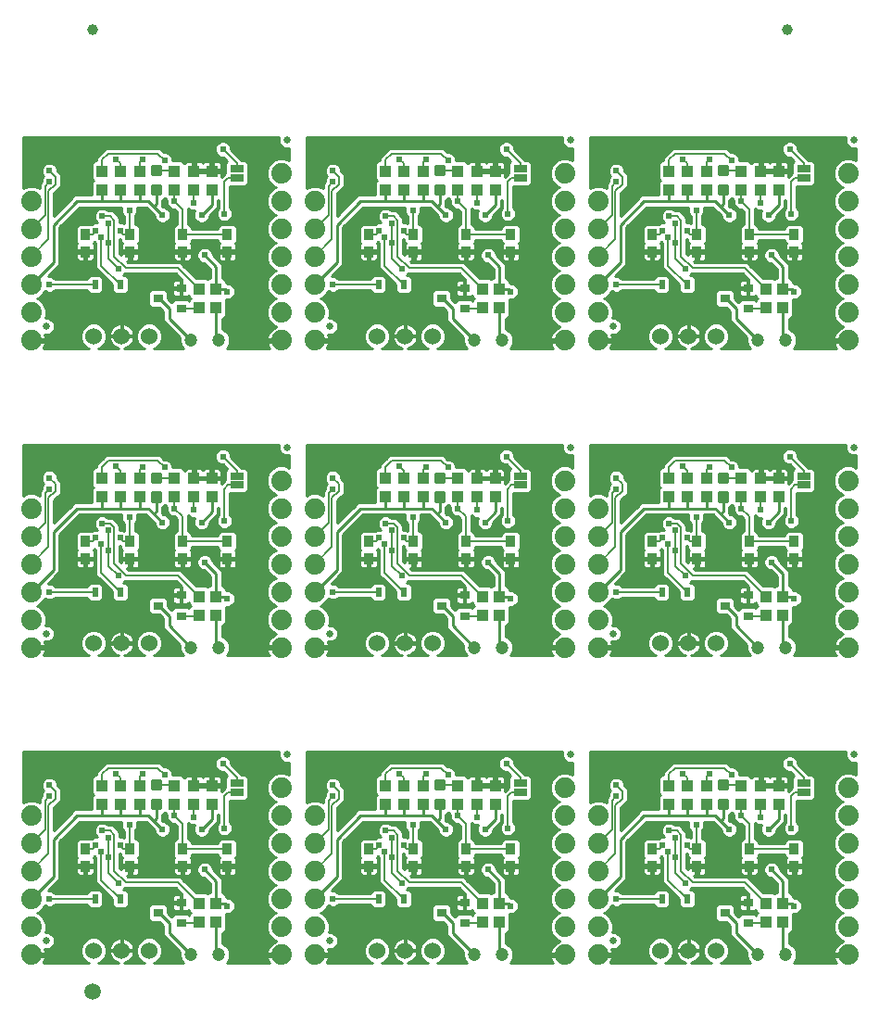
<source format=gtl>
G75*
%MOIN*%
%OFA0B0*%
%FSLAX25Y25*%
%IPPOS*%
%LPD*%
%AMOC8*
5,1,8,0,0,1.08239X$1,22.5*
%
%ADD10C,0.07400*%
%ADD11C,0.04724*%
%ADD12R,0.03937X0.04331*%
%ADD13C,0.01181*%
%ADD14R,0.03543X0.03150*%
%ADD15R,0.03543X0.03937*%
%ADD16C,0.06000*%
%ADD17R,0.05000X0.02500*%
%ADD18R,0.02480X0.03268*%
%ADD19C,0.02500*%
%ADD20C,0.03937*%
%ADD21C,0.05906*%
%ADD22C,0.01000*%
%ADD23C,0.02400*%
%ADD24C,0.00600*%
D10*
X0033750Y0033750D03*
X0033750Y0043750D03*
X0033750Y0053750D03*
X0033750Y0063750D03*
X0033750Y0073750D03*
X0033750Y0083750D03*
X0033750Y0144250D03*
X0033750Y0154250D03*
X0033750Y0164250D03*
X0033750Y0174250D03*
X0033750Y0184250D03*
X0033750Y0194250D03*
X0033750Y0254750D03*
X0033750Y0264750D03*
X0033750Y0274750D03*
X0033750Y0284750D03*
X0033750Y0294750D03*
X0033750Y0304750D03*
X0123750Y0304750D03*
X0123750Y0294750D03*
X0123750Y0284750D03*
X0123750Y0274750D03*
X0123750Y0264750D03*
X0123750Y0254750D03*
X0135750Y0254750D03*
X0135750Y0264750D03*
X0135750Y0274750D03*
X0135750Y0284750D03*
X0135750Y0294750D03*
X0135750Y0304750D03*
X0123750Y0314750D03*
X0225750Y0314750D03*
X0225750Y0304750D03*
X0225750Y0294750D03*
X0225750Y0284750D03*
X0225750Y0274750D03*
X0225750Y0264750D03*
X0225750Y0254750D03*
X0237750Y0254750D03*
X0237750Y0264750D03*
X0237750Y0274750D03*
X0237750Y0284750D03*
X0237750Y0294750D03*
X0237750Y0304750D03*
X0327750Y0304750D03*
X0327750Y0294750D03*
X0327750Y0284750D03*
X0327750Y0274750D03*
X0327750Y0264750D03*
X0327750Y0254750D03*
X0327750Y0204250D03*
X0327750Y0194250D03*
X0327750Y0184250D03*
X0327750Y0174250D03*
X0327750Y0164250D03*
X0327750Y0154250D03*
X0327750Y0144250D03*
X0327750Y0093750D03*
X0327750Y0083750D03*
X0327750Y0073750D03*
X0327750Y0063750D03*
X0327750Y0053750D03*
X0327750Y0043750D03*
X0327750Y0033750D03*
X0237750Y0033750D03*
X0237750Y0043750D03*
X0237750Y0053750D03*
X0237750Y0063750D03*
X0237750Y0073750D03*
X0237750Y0083750D03*
X0225750Y0083750D03*
X0225750Y0073750D03*
X0225750Y0063750D03*
X0225750Y0053750D03*
X0225750Y0043750D03*
X0225750Y0033750D03*
X0225750Y0093750D03*
X0225750Y0144250D03*
X0225750Y0154250D03*
X0225750Y0164250D03*
X0225750Y0174250D03*
X0225750Y0184250D03*
X0225750Y0194250D03*
X0225750Y0204250D03*
X0237750Y0194250D03*
X0237750Y0184250D03*
X0237750Y0174250D03*
X0237750Y0164250D03*
X0237750Y0154250D03*
X0237750Y0144250D03*
X0135750Y0144250D03*
X0135750Y0154250D03*
X0135750Y0164250D03*
X0135750Y0174250D03*
X0135750Y0184250D03*
X0135750Y0194250D03*
X0123750Y0194250D03*
X0123750Y0184250D03*
X0123750Y0174250D03*
X0123750Y0164250D03*
X0123750Y0154250D03*
X0123750Y0144250D03*
X0123750Y0093750D03*
X0123750Y0083750D03*
X0123750Y0073750D03*
X0123750Y0063750D03*
X0123750Y0053750D03*
X0123750Y0043750D03*
X0123750Y0033750D03*
X0135750Y0033750D03*
X0135750Y0043750D03*
X0135750Y0053750D03*
X0135750Y0063750D03*
X0135750Y0073750D03*
X0135750Y0083750D03*
X0123750Y0204250D03*
X0327750Y0314750D03*
D11*
X0305250Y0254750D03*
X0295250Y0254750D03*
X0203250Y0254750D03*
X0193250Y0254750D03*
X0101250Y0254750D03*
X0091250Y0254750D03*
X0091250Y0144250D03*
X0101250Y0144250D03*
X0193250Y0144250D03*
X0203250Y0144250D03*
X0295250Y0144250D03*
X0305250Y0144250D03*
X0305250Y0033750D03*
X0295250Y0033750D03*
X0203250Y0033750D03*
X0193250Y0033750D03*
X0101250Y0033750D03*
X0091250Y0033750D03*
D12*
X0094250Y0045404D03*
X0100250Y0045404D03*
X0100250Y0052096D03*
X0094250Y0052096D03*
X0092250Y0087904D03*
X0098750Y0087904D03*
X0098750Y0094596D03*
X0092250Y0094596D03*
X0085250Y0094596D03*
X0085250Y0087904D03*
X0072750Y0087904D03*
X0065750Y0087904D03*
X0059250Y0087904D03*
X0059250Y0094596D03*
X0065750Y0094596D03*
X0072750Y0094596D03*
X0094250Y0155904D03*
X0100250Y0155904D03*
X0100250Y0162596D03*
X0094250Y0162596D03*
X0092250Y0198404D03*
X0098750Y0198404D03*
X0098750Y0205096D03*
X0092250Y0205096D03*
X0085250Y0205096D03*
X0085250Y0198404D03*
X0072750Y0198404D03*
X0065750Y0198404D03*
X0059250Y0198404D03*
X0059250Y0205096D03*
X0065750Y0205096D03*
X0072750Y0205096D03*
X0094250Y0266404D03*
X0094250Y0273096D03*
X0100250Y0273096D03*
X0100250Y0266404D03*
X0098750Y0308904D03*
X0092250Y0308904D03*
X0092250Y0315596D03*
X0098750Y0315596D03*
X0085250Y0315596D03*
X0085250Y0308904D03*
X0072750Y0308904D03*
X0072750Y0315596D03*
X0065750Y0315596D03*
X0065750Y0308904D03*
X0059250Y0308904D03*
X0059250Y0315596D03*
X0161250Y0315596D03*
X0161250Y0308904D03*
X0167750Y0308904D03*
X0167750Y0315596D03*
X0174750Y0315596D03*
X0174750Y0308904D03*
X0187250Y0308904D03*
X0187250Y0315596D03*
X0194250Y0315596D03*
X0194250Y0308904D03*
X0200750Y0308904D03*
X0200750Y0315596D03*
X0202250Y0273096D03*
X0196250Y0273096D03*
X0196250Y0266404D03*
X0202250Y0266404D03*
X0200750Y0205096D03*
X0194250Y0205096D03*
X0194250Y0198404D03*
X0200750Y0198404D03*
X0187250Y0198404D03*
X0187250Y0205096D03*
X0174750Y0205096D03*
X0174750Y0198404D03*
X0167750Y0198404D03*
X0161250Y0198404D03*
X0161250Y0205096D03*
X0167750Y0205096D03*
X0196250Y0162596D03*
X0202250Y0162596D03*
X0202250Y0155904D03*
X0196250Y0155904D03*
X0194250Y0094596D03*
X0200750Y0094596D03*
X0200750Y0087904D03*
X0194250Y0087904D03*
X0187250Y0087904D03*
X0187250Y0094596D03*
X0174750Y0094596D03*
X0174750Y0087904D03*
X0167750Y0087904D03*
X0161250Y0087904D03*
X0161250Y0094596D03*
X0167750Y0094596D03*
X0196250Y0052096D03*
X0202250Y0052096D03*
X0202250Y0045404D03*
X0196250Y0045404D03*
X0263250Y0087904D03*
X0269750Y0087904D03*
X0269750Y0094596D03*
X0263250Y0094596D03*
X0276750Y0094596D03*
X0276750Y0087904D03*
X0289250Y0087904D03*
X0296250Y0087904D03*
X0302750Y0087904D03*
X0302750Y0094596D03*
X0296250Y0094596D03*
X0289250Y0094596D03*
X0298250Y0052096D03*
X0304250Y0052096D03*
X0304250Y0045404D03*
X0298250Y0045404D03*
X0298250Y0155904D03*
X0304250Y0155904D03*
X0304250Y0162596D03*
X0298250Y0162596D03*
X0296250Y0198404D03*
X0289250Y0198404D03*
X0289250Y0205096D03*
X0296250Y0205096D03*
X0302750Y0205096D03*
X0302750Y0198404D03*
X0276750Y0198404D03*
X0276750Y0205096D03*
X0269750Y0205096D03*
X0263250Y0205096D03*
X0263250Y0198404D03*
X0269750Y0198404D03*
X0298250Y0266404D03*
X0304250Y0266404D03*
X0304250Y0273096D03*
X0298250Y0273096D03*
X0296250Y0308904D03*
X0296250Y0315596D03*
X0289250Y0315596D03*
X0289250Y0308904D03*
X0276750Y0308904D03*
X0276750Y0315596D03*
X0269750Y0315596D03*
X0263250Y0315596D03*
X0263250Y0308904D03*
X0269750Y0308904D03*
X0302750Y0308904D03*
X0302750Y0315596D03*
D13*
X0284128Y0314325D02*
X0281372Y0314325D01*
X0281372Y0317081D01*
X0284128Y0317081D01*
X0284128Y0314325D01*
X0284128Y0315505D02*
X0281372Y0315505D01*
X0281372Y0316685D02*
X0284128Y0316685D01*
X0284128Y0307419D02*
X0281372Y0307419D01*
X0281372Y0310175D01*
X0284128Y0310175D01*
X0284128Y0307419D01*
X0284128Y0308599D02*
X0281372Y0308599D01*
X0281372Y0309779D02*
X0284128Y0309779D01*
X0182128Y0307419D02*
X0179372Y0307419D01*
X0179372Y0310175D01*
X0182128Y0310175D01*
X0182128Y0307419D01*
X0182128Y0308599D02*
X0179372Y0308599D01*
X0179372Y0309779D02*
X0182128Y0309779D01*
X0182128Y0314325D02*
X0179372Y0314325D01*
X0179372Y0317081D01*
X0182128Y0317081D01*
X0182128Y0314325D01*
X0182128Y0315505D02*
X0179372Y0315505D01*
X0179372Y0316685D02*
X0182128Y0316685D01*
X0080128Y0314325D02*
X0077372Y0314325D01*
X0077372Y0317081D01*
X0080128Y0317081D01*
X0080128Y0314325D01*
X0080128Y0315505D02*
X0077372Y0315505D01*
X0077372Y0316685D02*
X0080128Y0316685D01*
X0080128Y0307419D02*
X0077372Y0307419D01*
X0077372Y0310175D01*
X0080128Y0310175D01*
X0080128Y0307419D01*
X0080128Y0308599D02*
X0077372Y0308599D01*
X0077372Y0309779D02*
X0080128Y0309779D01*
X0080128Y0203825D02*
X0077372Y0203825D01*
X0077372Y0206581D01*
X0080128Y0206581D01*
X0080128Y0203825D01*
X0080128Y0205005D02*
X0077372Y0205005D01*
X0077372Y0206185D02*
X0080128Y0206185D01*
X0080128Y0196919D02*
X0077372Y0196919D01*
X0077372Y0199675D01*
X0080128Y0199675D01*
X0080128Y0196919D01*
X0080128Y0198099D02*
X0077372Y0198099D01*
X0077372Y0199279D02*
X0080128Y0199279D01*
X0179372Y0196919D02*
X0182128Y0196919D01*
X0179372Y0196919D02*
X0179372Y0199675D01*
X0182128Y0199675D01*
X0182128Y0196919D01*
X0182128Y0198099D02*
X0179372Y0198099D01*
X0179372Y0199279D02*
X0182128Y0199279D01*
X0182128Y0203825D02*
X0179372Y0203825D01*
X0179372Y0206581D01*
X0182128Y0206581D01*
X0182128Y0203825D01*
X0182128Y0205005D02*
X0179372Y0205005D01*
X0179372Y0206185D02*
X0182128Y0206185D01*
X0281372Y0203825D02*
X0284128Y0203825D01*
X0281372Y0203825D02*
X0281372Y0206581D01*
X0284128Y0206581D01*
X0284128Y0203825D01*
X0284128Y0205005D02*
X0281372Y0205005D01*
X0281372Y0206185D02*
X0284128Y0206185D01*
X0284128Y0196919D02*
X0281372Y0196919D01*
X0281372Y0199675D01*
X0284128Y0199675D01*
X0284128Y0196919D01*
X0284128Y0198099D02*
X0281372Y0198099D01*
X0281372Y0199279D02*
X0284128Y0199279D01*
X0284128Y0093325D02*
X0281372Y0093325D01*
X0281372Y0096081D01*
X0284128Y0096081D01*
X0284128Y0093325D01*
X0284128Y0094505D02*
X0281372Y0094505D01*
X0281372Y0095685D02*
X0284128Y0095685D01*
X0284128Y0086419D02*
X0281372Y0086419D01*
X0281372Y0089175D01*
X0284128Y0089175D01*
X0284128Y0086419D01*
X0284128Y0087599D02*
X0281372Y0087599D01*
X0281372Y0088779D02*
X0284128Y0088779D01*
X0182128Y0086419D02*
X0179372Y0086419D01*
X0179372Y0089175D01*
X0182128Y0089175D01*
X0182128Y0086419D01*
X0182128Y0087599D02*
X0179372Y0087599D01*
X0179372Y0088779D02*
X0182128Y0088779D01*
X0182128Y0093325D02*
X0179372Y0093325D01*
X0179372Y0096081D01*
X0182128Y0096081D01*
X0182128Y0093325D01*
X0182128Y0094505D02*
X0179372Y0094505D01*
X0179372Y0095685D02*
X0182128Y0095685D01*
X0080128Y0093325D02*
X0077372Y0093325D01*
X0077372Y0096081D01*
X0080128Y0096081D01*
X0080128Y0093325D01*
X0080128Y0094505D02*
X0077372Y0094505D01*
X0077372Y0095685D02*
X0080128Y0095685D01*
X0080128Y0086419D02*
X0077372Y0086419D01*
X0077372Y0089175D01*
X0080128Y0089175D01*
X0080128Y0086419D01*
X0080128Y0087599D02*
X0077372Y0087599D01*
X0077372Y0088779D02*
X0080128Y0088779D01*
D14*
X0087687Y0052490D03*
X0087687Y0045010D03*
X0079419Y0048750D03*
X0181419Y0048750D03*
X0189687Y0045010D03*
X0189687Y0052490D03*
X0283419Y0048750D03*
X0291687Y0045010D03*
X0291687Y0052490D03*
X0291687Y0155510D03*
X0283419Y0159250D03*
X0291687Y0162990D03*
X0189687Y0162990D03*
X0189687Y0155510D03*
X0181419Y0159250D03*
X0087687Y0155510D03*
X0087687Y0162990D03*
X0079419Y0159250D03*
X0087687Y0266010D03*
X0087687Y0273490D03*
X0079419Y0269750D03*
X0181419Y0269750D03*
X0189687Y0266010D03*
X0189687Y0273490D03*
X0283419Y0269750D03*
X0291687Y0266010D03*
X0291687Y0273490D03*
D15*
X0292179Y0286600D03*
X0292179Y0292900D03*
X0308321Y0292900D03*
X0308321Y0286600D03*
X0273321Y0286600D03*
X0273321Y0292900D03*
X0257179Y0292900D03*
X0257179Y0286600D03*
X0206321Y0286600D03*
X0206321Y0292900D03*
X0190179Y0292900D03*
X0190179Y0286600D03*
X0171321Y0286600D03*
X0171321Y0292900D03*
X0155179Y0292900D03*
X0155179Y0286600D03*
X0104321Y0286600D03*
X0104321Y0292900D03*
X0088179Y0292900D03*
X0088179Y0286600D03*
X0069321Y0286600D03*
X0069321Y0292900D03*
X0053179Y0292900D03*
X0053179Y0286600D03*
X0053179Y0182400D03*
X0053179Y0176100D03*
X0069321Y0176100D03*
X0069321Y0182400D03*
X0088179Y0182400D03*
X0088179Y0176100D03*
X0104321Y0176100D03*
X0104321Y0182400D03*
X0155179Y0182400D03*
X0155179Y0176100D03*
X0171321Y0176100D03*
X0171321Y0182400D03*
X0190179Y0182400D03*
X0190179Y0176100D03*
X0206321Y0176100D03*
X0206321Y0182400D03*
X0257179Y0182400D03*
X0257179Y0176100D03*
X0273321Y0176100D03*
X0273321Y0182400D03*
X0292179Y0182400D03*
X0292179Y0176100D03*
X0308321Y0176100D03*
X0308321Y0182400D03*
X0308321Y0071900D03*
X0308321Y0065600D03*
X0292179Y0065600D03*
X0292179Y0071900D03*
X0273321Y0071900D03*
X0273321Y0065600D03*
X0257179Y0065600D03*
X0257179Y0071900D03*
X0206321Y0071900D03*
X0206321Y0065600D03*
X0190179Y0065600D03*
X0190179Y0071900D03*
X0171321Y0071900D03*
X0171321Y0065600D03*
X0155179Y0065600D03*
X0155179Y0071900D03*
X0104321Y0071900D03*
X0104321Y0065600D03*
X0088179Y0065600D03*
X0088179Y0071900D03*
X0069321Y0071900D03*
X0069321Y0065600D03*
X0053179Y0065600D03*
X0053179Y0071900D03*
D16*
X0056250Y0035250D03*
X0066250Y0035250D03*
X0076250Y0035250D03*
X0158250Y0035250D03*
X0168250Y0035250D03*
X0178250Y0035250D03*
X0260250Y0035250D03*
X0270250Y0035250D03*
X0280250Y0035250D03*
X0280250Y0145750D03*
X0270250Y0145750D03*
X0260250Y0145750D03*
X0178250Y0145750D03*
X0168250Y0145750D03*
X0158250Y0145750D03*
X0076250Y0145750D03*
X0066250Y0145750D03*
X0056250Y0145750D03*
X0056250Y0256250D03*
X0066250Y0256250D03*
X0076250Y0256250D03*
X0158250Y0256250D03*
X0168250Y0256250D03*
X0178250Y0256250D03*
X0260250Y0256250D03*
X0270250Y0256250D03*
X0280250Y0256250D03*
D17*
X0311750Y0205850D03*
X0311750Y0202650D03*
X0209750Y0202650D03*
X0209750Y0205850D03*
X0107750Y0205850D03*
X0107750Y0202650D03*
X0107750Y0095350D03*
X0107750Y0092150D03*
X0209750Y0092150D03*
X0209750Y0095350D03*
X0311750Y0095350D03*
X0311750Y0092150D03*
X0311750Y0313150D03*
X0311750Y0316350D03*
X0209750Y0316350D03*
X0209750Y0313150D03*
X0107750Y0313150D03*
X0107750Y0316350D03*
D18*
X0065778Y0274750D03*
X0056722Y0274750D03*
X0158722Y0274750D03*
X0167778Y0274750D03*
X0260722Y0274750D03*
X0269778Y0274750D03*
X0269778Y0164250D03*
X0260722Y0164250D03*
X0167778Y0164250D03*
X0158722Y0164250D03*
X0065778Y0164250D03*
X0056722Y0164250D03*
X0056722Y0053750D03*
X0065778Y0053750D03*
X0158722Y0053750D03*
X0167778Y0053750D03*
X0260722Y0053750D03*
X0269778Y0053750D03*
D19*
X0243250Y0038750D03*
X0227750Y0105750D03*
X0243250Y0149250D03*
X0227750Y0216250D03*
X0243250Y0259750D03*
X0227750Y0326750D03*
X0141250Y0259750D03*
X0125750Y0216250D03*
X0141250Y0149250D03*
X0125750Y0105750D03*
X0141250Y0038750D03*
X0039250Y0038750D03*
X0039250Y0149250D03*
X0039250Y0259750D03*
X0125750Y0326750D03*
X0329750Y0326750D03*
X0329750Y0216250D03*
X0329750Y0105750D03*
D20*
X0305750Y0366500D03*
X0055750Y0366500D03*
D21*
X0055750Y0020500D03*
D22*
X0054591Y0030850D02*
X0038071Y0030850D01*
X0038197Y0031025D01*
X0038569Y0031754D01*
X0038822Y0032532D01*
X0038936Y0033250D01*
X0034250Y0033250D01*
X0034250Y0034250D01*
X0038936Y0034250D01*
X0038822Y0034968D01*
X0038569Y0035746D01*
X0038509Y0035864D01*
X0038663Y0035800D01*
X0039837Y0035800D01*
X0040921Y0036249D01*
X0041751Y0037079D01*
X0042200Y0038163D01*
X0042200Y0039337D01*
X0041751Y0040421D01*
X0040921Y0041251D01*
X0039837Y0041700D01*
X0038746Y0041700D01*
X0039150Y0042676D01*
X0039150Y0044824D01*
X0038328Y0046809D01*
X0036809Y0048328D01*
X0035790Y0048750D01*
X0036809Y0049172D01*
X0038328Y0050691D01*
X0038611Y0051374D01*
X0038693Y0051291D01*
X0039759Y0050850D01*
X0040913Y0050850D01*
X0041979Y0051291D01*
X0042437Y0051750D01*
X0053782Y0051750D01*
X0053782Y0051412D01*
X0054778Y0050416D01*
X0058667Y0050416D01*
X0059663Y0051412D01*
X0059663Y0056088D01*
X0058667Y0057084D01*
X0054778Y0057084D01*
X0053782Y0056088D01*
X0053782Y0055750D01*
X0042437Y0055750D01*
X0041979Y0056208D01*
X0040913Y0056650D01*
X0039761Y0056650D01*
X0042661Y0059550D01*
X0043950Y0060839D01*
X0043950Y0074339D01*
X0051161Y0081550D01*
X0066305Y0081550D01*
X0066115Y0081092D01*
X0066115Y0079938D01*
X0066557Y0078872D01*
X0067321Y0078108D01*
X0067321Y0075622D01*
X0066327Y0076033D01*
X0065650Y0076033D01*
X0065650Y0077678D01*
X0063021Y0080307D01*
X0061351Y0080307D01*
X0060893Y0080766D01*
X0059827Y0081207D01*
X0058673Y0081207D01*
X0057607Y0080766D01*
X0056791Y0079950D01*
X0056350Y0078884D01*
X0056350Y0077731D01*
X0056791Y0076665D01*
X0057423Y0076033D01*
X0056430Y0076033D01*
X0055365Y0075592D01*
X0055341Y0075568D01*
X0050703Y0075568D01*
X0049707Y0074572D01*
X0049707Y0069227D01*
X0050326Y0068609D01*
X0050207Y0068490D01*
X0050010Y0068148D01*
X0049907Y0067766D01*
X0049907Y0065986D01*
X0052793Y0065986D01*
X0052793Y0065215D01*
X0049907Y0065215D01*
X0049907Y0063434D01*
X0050010Y0063053D01*
X0050207Y0062711D01*
X0050486Y0062432D01*
X0050828Y0062234D01*
X0051210Y0062132D01*
X0052793Y0062132D01*
X0052793Y0065214D01*
X0053565Y0065214D01*
X0053565Y0062132D01*
X0055148Y0062132D01*
X0055530Y0062234D01*
X0055872Y0062432D01*
X0056151Y0062711D01*
X0056349Y0063053D01*
X0056451Y0063434D01*
X0056451Y0065215D01*
X0053565Y0065215D01*
X0053565Y0065986D01*
X0056451Y0065986D01*
X0056451Y0067766D01*
X0056349Y0068148D01*
X0056151Y0068490D01*
X0056032Y0068609D01*
X0056553Y0069129D01*
X0056950Y0068732D01*
X0056950Y0059749D01*
X0058122Y0058578D01*
X0062837Y0053862D01*
X0062837Y0051412D01*
X0063833Y0050416D01*
X0067722Y0050416D01*
X0068718Y0051412D01*
X0068718Y0056088D01*
X0067722Y0057084D01*
X0066752Y0057084D01*
X0067418Y0057750D01*
X0085768Y0057750D01*
X0087974Y0055544D01*
X0087974Y0052778D01*
X0087400Y0052778D01*
X0087400Y0055565D01*
X0085718Y0055565D01*
X0085336Y0055463D01*
X0084994Y0055265D01*
X0084715Y0054986D01*
X0084518Y0054644D01*
X0084415Y0054262D01*
X0084415Y0052778D01*
X0087400Y0052778D01*
X0087400Y0052203D01*
X0087974Y0052203D01*
X0087974Y0049415D01*
X0089656Y0049415D01*
X0090038Y0049518D01*
X0090380Y0049715D01*
X0090581Y0049917D01*
X0090581Y0049227D01*
X0091058Y0048750D01*
X0090581Y0048273D01*
X0090581Y0047866D01*
X0090163Y0048285D01*
X0085211Y0048285D01*
X0084269Y0047342D01*
X0082891Y0048720D01*
X0091029Y0048720D01*
X0090581Y0049719D02*
X0090383Y0049719D01*
X0087974Y0049719D02*
X0087400Y0049719D01*
X0087400Y0049415D02*
X0087400Y0052203D01*
X0084415Y0052203D01*
X0084415Y0050718D01*
X0084518Y0050336D01*
X0084715Y0049994D01*
X0084994Y0049715D01*
X0085336Y0049518D01*
X0085718Y0049415D01*
X0087400Y0049415D01*
X0087400Y0050717D02*
X0087974Y0050717D01*
X0087974Y0051716D02*
X0087400Y0051716D01*
X0087400Y0052714D02*
X0068718Y0052714D01*
X0068718Y0051716D02*
X0076634Y0051716D01*
X0076943Y0052025D02*
X0075948Y0051029D01*
X0075948Y0046471D01*
X0076943Y0045475D01*
X0079914Y0045475D01*
X0081250Y0044139D01*
X0081250Y0040639D01*
X0082539Y0039350D01*
X0087230Y0034659D01*
X0087188Y0034558D01*
X0087188Y0032942D01*
X0087806Y0031449D01*
X0088405Y0030850D01*
X0077909Y0030850D01*
X0078912Y0031266D01*
X0080234Y0032588D01*
X0080950Y0034315D01*
X0080950Y0036185D01*
X0080234Y0037912D01*
X0078912Y0039234D01*
X0077185Y0039950D01*
X0075315Y0039950D01*
X0073588Y0039234D01*
X0072266Y0037912D01*
X0071550Y0036185D01*
X0071550Y0034315D01*
X0072266Y0032588D01*
X0073588Y0031266D01*
X0074591Y0030850D01*
X0067235Y0030850D01*
X0067304Y0030861D01*
X0067977Y0031080D01*
X0068609Y0031401D01*
X0069182Y0031818D01*
X0069682Y0032318D01*
X0070099Y0032891D01*
X0070420Y0033523D01*
X0070639Y0034196D01*
X0070750Y0034896D01*
X0070750Y0035061D01*
X0066439Y0035061D01*
X0066439Y0035439D01*
X0066061Y0035439D01*
X0066061Y0039750D01*
X0065896Y0039750D01*
X0065196Y0039639D01*
X0064523Y0039420D01*
X0063891Y0039099D01*
X0063318Y0038682D01*
X0062818Y0038182D01*
X0062401Y0037609D01*
X0062080Y0036977D01*
X0061861Y0036304D01*
X0061750Y0035604D01*
X0061750Y0035439D01*
X0066061Y0035439D01*
X0066061Y0035061D01*
X0061750Y0035061D01*
X0061750Y0034896D01*
X0061861Y0034196D01*
X0062080Y0033523D01*
X0062401Y0032891D01*
X0062818Y0032318D01*
X0063318Y0031818D01*
X0063891Y0031401D01*
X0064523Y0031080D01*
X0065196Y0030861D01*
X0065265Y0030850D01*
X0057909Y0030850D01*
X0058912Y0031266D01*
X0060234Y0032588D01*
X0060950Y0034315D01*
X0060950Y0036185D01*
X0060234Y0037912D01*
X0058912Y0039234D01*
X0057185Y0039950D01*
X0055315Y0039950D01*
X0053588Y0039234D01*
X0052266Y0037912D01*
X0051550Y0036185D01*
X0051550Y0034315D01*
X0052266Y0032588D01*
X0053588Y0031266D01*
X0054591Y0030850D01*
X0053108Y0031746D02*
X0038565Y0031746D01*
X0038855Y0032744D02*
X0052201Y0032744D01*
X0051787Y0033743D02*
X0034250Y0033743D01*
X0038858Y0034741D02*
X0051550Y0034741D01*
X0051550Y0035740D02*
X0038571Y0035740D01*
X0041410Y0036738D02*
X0051779Y0036738D01*
X0052193Y0037737D02*
X0042023Y0037737D01*
X0042200Y0038735D02*
X0053088Y0038735D01*
X0054793Y0039734D02*
X0042036Y0039734D01*
X0041440Y0040732D02*
X0081250Y0040732D01*
X0081250Y0041731D02*
X0038758Y0041731D01*
X0039150Y0042729D02*
X0081250Y0042729D01*
X0081250Y0043728D02*
X0039150Y0043728D01*
X0039150Y0044726D02*
X0080663Y0044726D01*
X0083450Y0045050D02*
X0079750Y0048750D01*
X0079419Y0048750D01*
X0075948Y0048720D02*
X0035862Y0048720D01*
X0037355Y0049719D02*
X0075948Y0049719D01*
X0075948Y0050717D02*
X0068023Y0050717D01*
X0068718Y0053713D02*
X0084415Y0053713D01*
X0084556Y0054711D02*
X0068718Y0054711D01*
X0068718Y0055710D02*
X0087808Y0055710D01*
X0087974Y0054711D02*
X0087400Y0054711D01*
X0087400Y0053713D02*
X0087974Y0053713D01*
X0086810Y0056708D02*
X0068097Y0056708D01*
X0067375Y0057707D02*
X0085811Y0057707D01*
X0088596Y0060578D02*
X0087425Y0061750D01*
X0068578Y0061750D01*
X0068197Y0062132D01*
X0068935Y0062132D01*
X0068935Y0065214D01*
X0069707Y0065214D01*
X0069707Y0062132D01*
X0071290Y0062132D01*
X0071671Y0062234D01*
X0072014Y0062432D01*
X0072293Y0062711D01*
X0072490Y0063053D01*
X0072593Y0063434D01*
X0072593Y0065215D01*
X0069707Y0065215D01*
X0069707Y0065986D01*
X0072593Y0065986D01*
X0072593Y0067766D01*
X0072490Y0068148D01*
X0072293Y0068490D01*
X0072174Y0068609D01*
X0072793Y0069227D01*
X0072793Y0074572D01*
X0071797Y0075568D01*
X0071321Y0075568D01*
X0071321Y0078720D01*
X0071474Y0078872D01*
X0071915Y0079938D01*
X0071915Y0081092D01*
X0071725Y0081550D01*
X0075018Y0081550D01*
X0076928Y0079640D01*
X0078029Y0078539D01*
X0078029Y0078173D01*
X0078471Y0077107D01*
X0079286Y0076291D01*
X0080352Y0075850D01*
X0081506Y0075850D01*
X0082572Y0076291D01*
X0083388Y0077107D01*
X0083829Y0078173D01*
X0083829Y0079327D01*
X0083388Y0080393D01*
X0082572Y0081208D01*
X0081506Y0081650D01*
X0081140Y0081650D01*
X0080950Y0081840D01*
X0080950Y0084129D01*
X0081077Y0084129D01*
X0081782Y0084834D01*
X0082350Y0084266D01*
X0082350Y0083173D01*
X0082791Y0082107D01*
X0083607Y0081291D01*
X0084673Y0080850D01*
X0085322Y0080850D01*
X0086179Y0079992D01*
X0086179Y0075568D01*
X0085703Y0075568D01*
X0084707Y0074572D01*
X0084707Y0069227D01*
X0085326Y0068609D01*
X0085207Y0068490D01*
X0085010Y0068148D01*
X0084907Y0067766D01*
X0084907Y0065986D01*
X0087793Y0065986D01*
X0087793Y0065215D01*
X0084907Y0065215D01*
X0084907Y0063434D01*
X0085010Y0063053D01*
X0085207Y0062711D01*
X0085486Y0062432D01*
X0085828Y0062234D01*
X0086210Y0062132D01*
X0087793Y0062132D01*
X0087793Y0065214D01*
X0088565Y0065214D01*
X0088565Y0062132D01*
X0090148Y0062132D01*
X0090530Y0062234D01*
X0090872Y0062432D01*
X0091151Y0062711D01*
X0091349Y0063053D01*
X0091451Y0063434D01*
X0091451Y0065215D01*
X0088565Y0065215D01*
X0088565Y0065986D01*
X0091451Y0065986D01*
X0091451Y0067766D01*
X0091349Y0068148D01*
X0091151Y0068490D01*
X0091032Y0068609D01*
X0091651Y0069227D01*
X0091651Y0069900D01*
X0100849Y0069900D01*
X0100849Y0069227D01*
X0101468Y0068609D01*
X0101349Y0068490D01*
X0101151Y0068148D01*
X0101049Y0067766D01*
X0101049Y0065986D01*
X0103935Y0065986D01*
X0103935Y0065215D01*
X0101049Y0065215D01*
X0101049Y0063434D01*
X0101151Y0063053D01*
X0101349Y0062711D01*
X0101628Y0062432D01*
X0101970Y0062234D01*
X0102352Y0062132D01*
X0103935Y0062132D01*
X0103935Y0065214D01*
X0104707Y0065214D01*
X0104707Y0062132D01*
X0106290Y0062132D01*
X0106671Y0062234D01*
X0107014Y0062432D01*
X0107293Y0062711D01*
X0107490Y0063053D01*
X0107593Y0063434D01*
X0107593Y0065215D01*
X0104707Y0065215D01*
X0104707Y0065986D01*
X0107593Y0065986D01*
X0107593Y0067766D01*
X0107490Y0068148D01*
X0107293Y0068490D01*
X0107174Y0068609D01*
X0107793Y0069227D01*
X0107793Y0074572D01*
X0106797Y0075568D01*
X0101845Y0075568D01*
X0100849Y0074572D01*
X0100849Y0073900D01*
X0091651Y0073900D01*
X0091651Y0074572D01*
X0090655Y0075568D01*
X0090179Y0075568D01*
X0090179Y0081220D01*
X0090607Y0080791D01*
X0091673Y0080350D01*
X0092585Y0080350D01*
X0092161Y0079327D01*
X0092161Y0078173D01*
X0092603Y0077107D01*
X0093418Y0076291D01*
X0094484Y0075850D01*
X0095638Y0075850D01*
X0096704Y0076291D01*
X0097520Y0077107D01*
X0097961Y0078173D01*
X0097961Y0078539D01*
X0099661Y0080239D01*
X0100950Y0081528D01*
X0100950Y0084038D01*
X0101250Y0084038D01*
X0101250Y0081351D01*
X0100791Y0080893D01*
X0100350Y0079827D01*
X0100350Y0078673D01*
X0100791Y0077607D01*
X0101607Y0076791D01*
X0102673Y0076350D01*
X0103827Y0076350D01*
X0104893Y0076791D01*
X0105708Y0077607D01*
X0106150Y0078673D01*
X0106150Y0079827D01*
X0105708Y0080893D01*
X0105250Y0081351D01*
X0105250Y0089200D01*
X0110954Y0089200D01*
X0111950Y0090196D01*
X0111950Y0097304D01*
X0110954Y0098300D01*
X0109650Y0098300D01*
X0105650Y0102300D01*
X0105650Y0102949D01*
X0105208Y0104015D01*
X0104393Y0104831D01*
X0103327Y0105272D01*
X0102173Y0105272D01*
X0101107Y0104831D01*
X0100291Y0104015D01*
X0099850Y0102949D01*
X0099850Y0101795D01*
X0100291Y0100729D01*
X0101107Y0099914D01*
X0102173Y0099472D01*
X0102822Y0099472D01*
X0104270Y0098024D01*
X0103550Y0097304D01*
X0103550Y0093878D01*
X0102218Y0092547D01*
X0102218Y0094112D01*
X0099234Y0094112D01*
X0099234Y0095081D01*
X0098266Y0095081D01*
X0098266Y0098262D01*
X0096584Y0098262D01*
X0096203Y0098160D01*
X0095860Y0097962D01*
X0095581Y0097683D01*
X0095500Y0097542D01*
X0095419Y0097683D01*
X0095140Y0097962D01*
X0094797Y0098160D01*
X0094416Y0098262D01*
X0092734Y0098262D01*
X0092734Y0095081D01*
X0091766Y0095081D01*
X0091766Y0098262D01*
X0090084Y0098262D01*
X0089703Y0098160D01*
X0089360Y0097962D01*
X0089081Y0097683D01*
X0088918Y0097401D01*
X0088918Y0097466D01*
X0087923Y0098462D01*
X0084650Y0098462D01*
X0084650Y0099048D01*
X0084208Y0100114D01*
X0083393Y0100930D01*
X0082327Y0101371D01*
X0081678Y0101371D01*
X0081293Y0101757D01*
X0080121Y0102929D01*
X0060600Y0102929D01*
X0059429Y0101757D01*
X0057250Y0099578D01*
X0057250Y0098462D01*
X0056577Y0098462D01*
X0055581Y0097466D01*
X0055581Y0091727D01*
X0056058Y0091250D01*
X0055581Y0090773D01*
X0055581Y0085950D01*
X0049339Y0085950D01*
X0048050Y0084661D01*
X0041950Y0078561D01*
X0041950Y0086652D01*
X0043178Y0087880D01*
X0044350Y0089052D01*
X0044350Y0093384D01*
X0043178Y0094555D01*
X0043150Y0094584D01*
X0043150Y0095232D01*
X0042708Y0096298D01*
X0041893Y0097114D01*
X0040827Y0097555D01*
X0039673Y0097555D01*
X0038607Y0097114D01*
X0037791Y0096298D01*
X0037350Y0095232D01*
X0037350Y0094079D01*
X0037791Y0093013D01*
X0038102Y0092703D01*
X0037791Y0092393D01*
X0037350Y0091327D01*
X0037350Y0090678D01*
X0036750Y0090078D01*
X0036750Y0088352D01*
X0034824Y0089150D01*
X0032676Y0089150D01*
X0030850Y0088394D01*
X0030850Y0106750D01*
X0046528Y0106750D01*
X0046548Y0106730D01*
X0110952Y0106730D01*
X0110967Y0106745D01*
X0110972Y0106750D01*
X0122971Y0106750D01*
X0122800Y0106337D01*
X0122800Y0105163D01*
X0123249Y0104079D01*
X0124079Y0103249D01*
X0125163Y0102800D01*
X0126337Y0102800D01*
X0126625Y0102919D01*
X0126622Y0098405D01*
X0124824Y0099150D01*
X0122676Y0099150D01*
X0120691Y0098328D01*
X0119172Y0096809D01*
X0118350Y0094824D01*
X0118350Y0092676D01*
X0119172Y0090691D01*
X0120691Y0089172D01*
X0121710Y0088750D01*
X0120691Y0088328D01*
X0119172Y0086809D01*
X0118350Y0084824D01*
X0118350Y0082676D01*
X0119172Y0080691D01*
X0120691Y0079172D01*
X0121710Y0078750D01*
X0120691Y0078328D01*
X0119172Y0076809D01*
X0118350Y0074824D01*
X0118350Y0072676D01*
X0119172Y0070691D01*
X0120691Y0069172D01*
X0121710Y0068750D01*
X0120691Y0068328D01*
X0119172Y0066809D01*
X0118350Y0064824D01*
X0118350Y0062676D01*
X0119172Y0060691D01*
X0120691Y0059172D01*
X0121710Y0058750D01*
X0120691Y0058328D01*
X0119172Y0056809D01*
X0118350Y0054824D01*
X0118350Y0052676D01*
X0119172Y0050691D01*
X0120691Y0049172D01*
X0121710Y0048750D01*
X0120691Y0048328D01*
X0119172Y0046809D01*
X0118350Y0044824D01*
X0118350Y0042676D01*
X0119172Y0040691D01*
X0120691Y0039172D01*
X0121974Y0038641D01*
X0121754Y0038569D01*
X0121025Y0038197D01*
X0120362Y0037716D01*
X0119784Y0037138D01*
X0119303Y0036475D01*
X0118931Y0035746D01*
X0118678Y0034968D01*
X0118564Y0034250D01*
X0123250Y0034250D01*
X0123250Y0033250D01*
X0118564Y0033250D01*
X0118678Y0032532D01*
X0118931Y0031754D01*
X0119303Y0031025D01*
X0119429Y0030850D01*
X0104095Y0030850D01*
X0104694Y0031449D01*
X0105312Y0032942D01*
X0105312Y0034558D01*
X0104694Y0036051D01*
X0103551Y0037194D01*
X0102450Y0037650D01*
X0102450Y0041538D01*
X0102923Y0041538D01*
X0103918Y0042534D01*
X0103918Y0048273D01*
X0103842Y0048350D01*
X0104827Y0048350D01*
X0105893Y0048791D01*
X0106708Y0049607D01*
X0107150Y0050673D01*
X0107150Y0051827D01*
X0106708Y0052893D01*
X0105893Y0053708D01*
X0104827Y0054150D01*
X0104461Y0054150D01*
X0104315Y0054296D01*
X0103918Y0054296D01*
X0103918Y0054966D01*
X0102923Y0055962D01*
X0102450Y0055962D01*
X0102450Y0061161D01*
X0099050Y0064561D01*
X0099050Y0064927D01*
X0098608Y0065993D01*
X0097793Y0066808D01*
X0096727Y0067250D01*
X0095573Y0067250D01*
X0094507Y0066808D01*
X0093691Y0065993D01*
X0093250Y0064927D01*
X0093250Y0063773D01*
X0093691Y0062707D01*
X0094507Y0061891D01*
X0095573Y0061450D01*
X0095939Y0061450D01*
X0098050Y0059339D01*
X0098050Y0055962D01*
X0097577Y0055962D01*
X0097250Y0055634D01*
X0096923Y0055962D01*
X0093213Y0055962D01*
X0088596Y0060578D01*
X0088473Y0060702D02*
X0096686Y0060702D01*
X0097685Y0059704D02*
X0089471Y0059704D01*
X0090470Y0058705D02*
X0098050Y0058705D01*
X0098050Y0057707D02*
X0091468Y0057707D01*
X0092467Y0056708D02*
X0098050Y0056708D01*
X0097325Y0055710D02*
X0097175Y0055710D01*
X0100250Y0052096D02*
X0100250Y0060250D01*
X0096150Y0064350D01*
X0094967Y0061701D02*
X0087474Y0061701D01*
X0087793Y0062699D02*
X0088565Y0062699D01*
X0088565Y0063698D02*
X0087793Y0063698D01*
X0087793Y0064696D02*
X0088565Y0064696D01*
X0088565Y0065695D02*
X0093568Y0065695D01*
X0093250Y0064696D02*
X0091451Y0064696D01*
X0091451Y0063698D02*
X0093281Y0063698D01*
X0093699Y0062699D02*
X0091140Y0062699D01*
X0091451Y0066693D02*
X0094392Y0066693D01*
X0091451Y0067692D02*
X0101049Y0067692D01*
X0101049Y0066693D02*
X0097908Y0066693D01*
X0098732Y0065695D02*
X0103935Y0065695D01*
X0104707Y0065695D02*
X0118711Y0065695D01*
X0118350Y0064696D02*
X0107593Y0064696D01*
X0107593Y0063698D02*
X0118350Y0063698D01*
X0118350Y0062699D02*
X0107281Y0062699D01*
X0104707Y0062699D02*
X0103935Y0062699D01*
X0103935Y0063698D02*
X0104707Y0063698D01*
X0104707Y0064696D02*
X0103935Y0064696D01*
X0101049Y0064696D02*
X0099050Y0064696D01*
X0099913Y0063698D02*
X0101049Y0063698D01*
X0100912Y0062699D02*
X0101360Y0062699D01*
X0101910Y0061701D02*
X0118754Y0061701D01*
X0119167Y0060702D02*
X0102450Y0060702D01*
X0102450Y0059704D02*
X0120159Y0059704D01*
X0121602Y0058705D02*
X0102450Y0058705D01*
X0102450Y0057707D02*
X0120070Y0057707D01*
X0119130Y0056708D02*
X0102450Y0056708D01*
X0103175Y0055710D02*
X0118717Y0055710D01*
X0118350Y0054711D02*
X0103918Y0054711D01*
X0105882Y0053713D02*
X0118350Y0053713D01*
X0118350Y0052714D02*
X0106782Y0052714D01*
X0107150Y0051716D02*
X0118748Y0051716D01*
X0119161Y0050717D02*
X0107150Y0050717D01*
X0106755Y0049719D02*
X0120145Y0049719D01*
X0121638Y0048720D02*
X0105721Y0048720D01*
X0103918Y0047722D02*
X0120085Y0047722D01*
X0119137Y0046723D02*
X0103918Y0046723D01*
X0103918Y0045725D02*
X0118723Y0045725D01*
X0118350Y0044726D02*
X0103918Y0044726D01*
X0103918Y0043728D02*
X0118350Y0043728D01*
X0118350Y0042729D02*
X0103918Y0042729D01*
X0103115Y0041731D02*
X0118742Y0041731D01*
X0119155Y0040732D02*
X0102450Y0040732D01*
X0102450Y0039734D02*
X0120130Y0039734D01*
X0121746Y0038735D02*
X0102450Y0038735D01*
X0102450Y0037737D02*
X0120390Y0037737D01*
X0119493Y0036738D02*
X0104007Y0036738D01*
X0104823Y0035740D02*
X0118929Y0035740D01*
X0118642Y0034741D02*
X0105236Y0034741D01*
X0105312Y0033743D02*
X0123250Y0033743D01*
X0118645Y0032744D02*
X0105230Y0032744D01*
X0104817Y0031746D02*
X0118935Y0031746D01*
X0136250Y0033250D02*
X0136250Y0034250D01*
X0140936Y0034250D01*
X0140822Y0034968D01*
X0140569Y0035746D01*
X0140509Y0035864D01*
X0140663Y0035800D01*
X0141837Y0035800D01*
X0142921Y0036249D01*
X0143751Y0037079D01*
X0144200Y0038163D01*
X0144200Y0039337D01*
X0143751Y0040421D01*
X0142921Y0041251D01*
X0141837Y0041700D01*
X0140746Y0041700D01*
X0141150Y0042676D01*
X0141150Y0044824D01*
X0140328Y0046809D01*
X0138809Y0048328D01*
X0137790Y0048750D01*
X0138809Y0049172D01*
X0140328Y0050691D01*
X0140611Y0051374D01*
X0140693Y0051291D01*
X0141759Y0050850D01*
X0142913Y0050850D01*
X0143979Y0051291D01*
X0144437Y0051750D01*
X0155782Y0051750D01*
X0155782Y0051412D01*
X0156778Y0050416D01*
X0160667Y0050416D01*
X0161663Y0051412D01*
X0161663Y0056088D01*
X0160667Y0057084D01*
X0156778Y0057084D01*
X0155782Y0056088D01*
X0155782Y0055750D01*
X0144437Y0055750D01*
X0143979Y0056208D01*
X0142913Y0056650D01*
X0141761Y0056650D01*
X0144661Y0059550D01*
X0145950Y0060839D01*
X0145950Y0074339D01*
X0153161Y0081550D01*
X0168305Y0081550D01*
X0168115Y0081092D01*
X0168115Y0079938D01*
X0168557Y0078872D01*
X0169321Y0078108D01*
X0169321Y0075622D01*
X0168327Y0076033D01*
X0167650Y0076033D01*
X0167650Y0077678D01*
X0165021Y0080307D01*
X0163351Y0080307D01*
X0162893Y0080766D01*
X0161827Y0081207D01*
X0160673Y0081207D01*
X0159607Y0080766D01*
X0158791Y0079950D01*
X0158350Y0078884D01*
X0158350Y0077731D01*
X0158791Y0076665D01*
X0159423Y0076033D01*
X0158430Y0076033D01*
X0157365Y0075592D01*
X0157341Y0075568D01*
X0152703Y0075568D01*
X0151707Y0074572D01*
X0151707Y0069227D01*
X0152326Y0068609D01*
X0152207Y0068490D01*
X0152010Y0068148D01*
X0151907Y0067766D01*
X0151907Y0065986D01*
X0154793Y0065986D01*
X0154793Y0065215D01*
X0151907Y0065215D01*
X0151907Y0063434D01*
X0152010Y0063053D01*
X0152207Y0062711D01*
X0152486Y0062432D01*
X0152828Y0062234D01*
X0153210Y0062132D01*
X0154793Y0062132D01*
X0154793Y0065214D01*
X0155565Y0065214D01*
X0155565Y0062132D01*
X0157148Y0062132D01*
X0157530Y0062234D01*
X0157872Y0062432D01*
X0158151Y0062711D01*
X0158349Y0063053D01*
X0158451Y0063434D01*
X0158451Y0065215D01*
X0155565Y0065215D01*
X0155565Y0065986D01*
X0158451Y0065986D01*
X0158451Y0067766D01*
X0158349Y0068148D01*
X0158151Y0068490D01*
X0158032Y0068609D01*
X0158553Y0069129D01*
X0158950Y0068732D01*
X0158950Y0059749D01*
X0160122Y0058578D01*
X0164837Y0053862D01*
X0164837Y0051412D01*
X0165833Y0050416D01*
X0169722Y0050416D01*
X0170718Y0051412D01*
X0170718Y0056088D01*
X0169722Y0057084D01*
X0168752Y0057084D01*
X0169418Y0057750D01*
X0187768Y0057750D01*
X0189974Y0055544D01*
X0189974Y0052778D01*
X0189400Y0052778D01*
X0189400Y0055565D01*
X0187718Y0055565D01*
X0187336Y0055463D01*
X0186994Y0055265D01*
X0186715Y0054986D01*
X0186518Y0054644D01*
X0186415Y0054262D01*
X0186415Y0052778D01*
X0189400Y0052778D01*
X0189400Y0052203D01*
X0189974Y0052203D01*
X0189974Y0049415D01*
X0191656Y0049415D01*
X0192038Y0049518D01*
X0192380Y0049715D01*
X0192581Y0049917D01*
X0192581Y0049227D01*
X0193058Y0048750D01*
X0192581Y0048273D01*
X0192581Y0047866D01*
X0192163Y0048285D01*
X0187211Y0048285D01*
X0186269Y0047342D01*
X0184891Y0048720D01*
X0193029Y0048720D01*
X0192581Y0049719D02*
X0192383Y0049719D01*
X0189974Y0049719D02*
X0189400Y0049719D01*
X0189400Y0049415D02*
X0189400Y0052203D01*
X0186415Y0052203D01*
X0186415Y0050718D01*
X0186518Y0050336D01*
X0186715Y0049994D01*
X0186994Y0049715D01*
X0187336Y0049518D01*
X0187718Y0049415D01*
X0189400Y0049415D01*
X0189400Y0050717D02*
X0189974Y0050717D01*
X0189974Y0051716D02*
X0189400Y0051716D01*
X0189400Y0052714D02*
X0170718Y0052714D01*
X0170718Y0051716D02*
X0178634Y0051716D01*
X0178943Y0052025D02*
X0177948Y0051029D01*
X0177948Y0046471D01*
X0178943Y0045475D01*
X0181914Y0045475D01*
X0183250Y0044139D01*
X0183250Y0040639D01*
X0184539Y0039350D01*
X0189230Y0034659D01*
X0189188Y0034558D01*
X0189188Y0032942D01*
X0189806Y0031449D01*
X0190405Y0030850D01*
X0179909Y0030850D01*
X0180912Y0031266D01*
X0182234Y0032588D01*
X0182950Y0034315D01*
X0182950Y0036185D01*
X0182234Y0037912D01*
X0180912Y0039234D01*
X0179185Y0039950D01*
X0177315Y0039950D01*
X0175588Y0039234D01*
X0174266Y0037912D01*
X0173550Y0036185D01*
X0173550Y0034315D01*
X0174266Y0032588D01*
X0175588Y0031266D01*
X0176591Y0030850D01*
X0169235Y0030850D01*
X0169304Y0030861D01*
X0169977Y0031080D01*
X0170609Y0031401D01*
X0171182Y0031818D01*
X0171682Y0032318D01*
X0172099Y0032891D01*
X0172420Y0033523D01*
X0172639Y0034196D01*
X0172750Y0034896D01*
X0172750Y0035061D01*
X0168439Y0035061D01*
X0168439Y0035439D01*
X0168061Y0035439D01*
X0168061Y0039750D01*
X0167896Y0039750D01*
X0167196Y0039639D01*
X0166523Y0039420D01*
X0165891Y0039099D01*
X0165318Y0038682D01*
X0164818Y0038182D01*
X0164401Y0037609D01*
X0164080Y0036977D01*
X0163861Y0036304D01*
X0163750Y0035604D01*
X0163750Y0035439D01*
X0168061Y0035439D01*
X0168061Y0035061D01*
X0163750Y0035061D01*
X0163750Y0034896D01*
X0163861Y0034196D01*
X0164080Y0033523D01*
X0164401Y0032891D01*
X0164818Y0032318D01*
X0165318Y0031818D01*
X0165891Y0031401D01*
X0166523Y0031080D01*
X0167196Y0030861D01*
X0167265Y0030850D01*
X0159909Y0030850D01*
X0160912Y0031266D01*
X0162234Y0032588D01*
X0162950Y0034315D01*
X0162950Y0036185D01*
X0162234Y0037912D01*
X0160912Y0039234D01*
X0159185Y0039950D01*
X0157315Y0039950D01*
X0155588Y0039234D01*
X0154266Y0037912D01*
X0153550Y0036185D01*
X0153550Y0034315D01*
X0154266Y0032588D01*
X0155588Y0031266D01*
X0156591Y0030850D01*
X0140071Y0030850D01*
X0140197Y0031025D01*
X0140569Y0031754D01*
X0140822Y0032532D01*
X0140936Y0033250D01*
X0136250Y0033250D01*
X0136250Y0033743D02*
X0153787Y0033743D01*
X0153550Y0034741D02*
X0140858Y0034741D01*
X0140571Y0035740D02*
X0153550Y0035740D01*
X0153779Y0036738D02*
X0143410Y0036738D01*
X0144023Y0037737D02*
X0154193Y0037737D01*
X0155088Y0038735D02*
X0144200Y0038735D01*
X0144036Y0039734D02*
X0156793Y0039734D01*
X0159707Y0039734D02*
X0167793Y0039734D01*
X0168061Y0039734D02*
X0168439Y0039734D01*
X0168439Y0039750D02*
X0168439Y0035439D01*
X0172750Y0035439D01*
X0172750Y0035604D01*
X0172639Y0036304D01*
X0172420Y0036977D01*
X0172099Y0037609D01*
X0171682Y0038182D01*
X0171182Y0038682D01*
X0170609Y0039099D01*
X0169977Y0039420D01*
X0169304Y0039639D01*
X0168604Y0039750D01*
X0168439Y0039750D01*
X0168707Y0039734D02*
X0176793Y0039734D01*
X0175088Y0038735D02*
X0171109Y0038735D01*
X0172006Y0037737D02*
X0174193Y0037737D01*
X0173779Y0036738D02*
X0172498Y0036738D01*
X0172729Y0035740D02*
X0173550Y0035740D01*
X0173550Y0034741D02*
X0172725Y0034741D01*
X0172492Y0033743D02*
X0173787Y0033743D01*
X0174201Y0032744D02*
X0171992Y0032744D01*
X0171082Y0031746D02*
X0175108Y0031746D01*
X0181392Y0031746D02*
X0189683Y0031746D01*
X0189270Y0032744D02*
X0182299Y0032744D01*
X0182713Y0033743D02*
X0189188Y0033743D01*
X0189148Y0034741D02*
X0182950Y0034741D01*
X0182950Y0035740D02*
X0188149Y0035740D01*
X0187151Y0036738D02*
X0182721Y0036738D01*
X0182307Y0037737D02*
X0186152Y0037737D01*
X0185154Y0038735D02*
X0181412Y0038735D01*
X0179707Y0039734D02*
X0184155Y0039734D01*
X0183250Y0040732D02*
X0143440Y0040732D01*
X0140758Y0041731D02*
X0183250Y0041731D01*
X0183250Y0042729D02*
X0141150Y0042729D01*
X0141150Y0043728D02*
X0183250Y0043728D01*
X0182663Y0044726D02*
X0141150Y0044726D01*
X0140777Y0045725D02*
X0178694Y0045725D01*
X0177948Y0046723D02*
X0140363Y0046723D01*
X0139415Y0047722D02*
X0177948Y0047722D01*
X0177948Y0048720D02*
X0137862Y0048720D01*
X0139355Y0049719D02*
X0177948Y0049719D01*
X0177948Y0050717D02*
X0170023Y0050717D01*
X0170718Y0053713D02*
X0186415Y0053713D01*
X0186556Y0054711D02*
X0170718Y0054711D01*
X0170718Y0055710D02*
X0189808Y0055710D01*
X0189974Y0054711D02*
X0189400Y0054711D01*
X0189400Y0053713D02*
X0189974Y0053713D01*
X0188810Y0056708D02*
X0170097Y0056708D01*
X0169375Y0057707D02*
X0187811Y0057707D01*
X0190596Y0060578D02*
X0190596Y0060578D01*
X0195213Y0055962D01*
X0198923Y0055962D01*
X0199250Y0055634D01*
X0199577Y0055962D01*
X0200050Y0055962D01*
X0200050Y0059339D01*
X0197939Y0061450D01*
X0197573Y0061450D01*
X0196507Y0061891D01*
X0195691Y0062707D01*
X0195250Y0063773D01*
X0195250Y0064927D01*
X0195691Y0065993D01*
X0196507Y0066808D01*
X0197573Y0067250D01*
X0198727Y0067250D01*
X0199793Y0066808D01*
X0200608Y0065993D01*
X0201050Y0064927D01*
X0201050Y0064561D01*
X0204450Y0061161D01*
X0204450Y0055962D01*
X0204923Y0055962D01*
X0205918Y0054966D01*
X0205918Y0054296D01*
X0206315Y0054296D01*
X0206461Y0054150D01*
X0206827Y0054150D01*
X0207893Y0053708D01*
X0208708Y0052893D01*
X0209150Y0051827D01*
X0209150Y0050673D01*
X0208708Y0049607D01*
X0207893Y0048791D01*
X0206827Y0048350D01*
X0205842Y0048350D01*
X0205918Y0048273D01*
X0205918Y0042534D01*
X0204923Y0041538D01*
X0204450Y0041538D01*
X0204450Y0037650D01*
X0205551Y0037194D01*
X0206694Y0036051D01*
X0207312Y0034558D01*
X0207312Y0032942D01*
X0206694Y0031449D01*
X0206095Y0030850D01*
X0221429Y0030850D01*
X0221303Y0031025D01*
X0220931Y0031754D01*
X0220678Y0032532D01*
X0220564Y0033250D01*
X0225250Y0033250D01*
X0225250Y0034250D01*
X0220564Y0034250D01*
X0220678Y0034968D01*
X0220931Y0035746D01*
X0221303Y0036475D01*
X0221784Y0037138D01*
X0222362Y0037716D01*
X0223025Y0038197D01*
X0223754Y0038569D01*
X0223974Y0038641D01*
X0222691Y0039172D01*
X0221172Y0040691D01*
X0220350Y0042676D01*
X0220350Y0044824D01*
X0221172Y0046809D01*
X0222691Y0048328D01*
X0223710Y0048750D01*
X0222691Y0049172D01*
X0221172Y0050691D01*
X0220350Y0052676D01*
X0220350Y0054824D01*
X0221172Y0056809D01*
X0222691Y0058328D01*
X0223710Y0058750D01*
X0222691Y0059172D01*
X0221172Y0060691D01*
X0220350Y0062676D01*
X0220350Y0064824D01*
X0221172Y0066809D01*
X0222691Y0068328D01*
X0223710Y0068750D01*
X0222691Y0069172D01*
X0221172Y0070691D01*
X0220350Y0072676D01*
X0220350Y0074824D01*
X0221172Y0076809D01*
X0222691Y0078328D01*
X0223710Y0078750D01*
X0222691Y0079172D01*
X0221172Y0080691D01*
X0220350Y0082676D01*
X0220350Y0084824D01*
X0221172Y0086809D01*
X0222691Y0088328D01*
X0223710Y0088750D01*
X0222691Y0089172D01*
X0221172Y0090691D01*
X0220350Y0092676D01*
X0220350Y0094824D01*
X0221172Y0096809D01*
X0222691Y0098328D01*
X0224676Y0099150D01*
X0226824Y0099150D01*
X0228622Y0098405D01*
X0228625Y0102919D01*
X0228337Y0102800D01*
X0227163Y0102800D01*
X0226079Y0103249D01*
X0225249Y0104079D01*
X0224800Y0105163D01*
X0224800Y0106337D01*
X0224971Y0106750D01*
X0212972Y0106750D01*
X0212967Y0106745D01*
X0212952Y0106730D01*
X0148548Y0106730D01*
X0148528Y0106750D01*
X0132850Y0106750D01*
X0132850Y0088394D01*
X0134676Y0089150D01*
X0136824Y0089150D01*
X0138750Y0088352D01*
X0138750Y0090078D01*
X0139350Y0090678D01*
X0139350Y0091327D01*
X0139791Y0092393D01*
X0140102Y0092703D01*
X0139791Y0093013D01*
X0139350Y0094079D01*
X0139350Y0095232D01*
X0139791Y0096298D01*
X0140607Y0097114D01*
X0141673Y0097555D01*
X0142827Y0097555D01*
X0143893Y0097114D01*
X0144708Y0096298D01*
X0145150Y0095232D01*
X0145150Y0094584D01*
X0145178Y0094555D01*
X0146350Y0093384D01*
X0146350Y0089052D01*
X0145178Y0087880D01*
X0143950Y0086652D01*
X0143950Y0078561D01*
X0150050Y0084661D01*
X0151339Y0085950D01*
X0157581Y0085950D01*
X0157581Y0090773D01*
X0158058Y0091250D01*
X0157581Y0091727D01*
X0157581Y0097466D01*
X0158577Y0098462D01*
X0159250Y0098462D01*
X0159250Y0099578D01*
X0161429Y0101757D01*
X0162600Y0102929D01*
X0182121Y0102929D01*
X0183293Y0101757D01*
X0183678Y0101371D01*
X0184327Y0101371D01*
X0185393Y0100930D01*
X0186208Y0100114D01*
X0186650Y0099048D01*
X0186650Y0098462D01*
X0189923Y0098462D01*
X0190918Y0097466D01*
X0190918Y0097401D01*
X0191081Y0097683D01*
X0191360Y0097962D01*
X0191703Y0098160D01*
X0192084Y0098262D01*
X0193766Y0098262D01*
X0193766Y0095081D01*
X0194734Y0095081D01*
X0194734Y0098262D01*
X0196416Y0098262D01*
X0196797Y0098160D01*
X0197140Y0097962D01*
X0197419Y0097683D01*
X0197500Y0097542D01*
X0197581Y0097683D01*
X0197860Y0097962D01*
X0198203Y0098160D01*
X0198584Y0098262D01*
X0200266Y0098262D01*
X0200266Y0095081D01*
X0201234Y0095081D01*
X0201234Y0098262D01*
X0202916Y0098262D01*
X0203297Y0098160D01*
X0203640Y0097962D01*
X0203919Y0097683D01*
X0204116Y0097341D01*
X0204218Y0096959D01*
X0204218Y0095081D01*
X0201234Y0095081D01*
X0201234Y0094112D01*
X0204218Y0094112D01*
X0204218Y0092547D01*
X0205550Y0093878D01*
X0205550Y0097304D01*
X0206270Y0098024D01*
X0204822Y0099472D01*
X0204173Y0099472D01*
X0203107Y0099914D01*
X0202291Y0100729D01*
X0201850Y0101795D01*
X0201850Y0102949D01*
X0202291Y0104015D01*
X0203107Y0104831D01*
X0204173Y0105272D01*
X0205327Y0105272D01*
X0206393Y0104831D01*
X0207208Y0104015D01*
X0207650Y0102949D01*
X0207650Y0102300D01*
X0211650Y0098300D01*
X0212954Y0098300D01*
X0213950Y0097304D01*
X0213950Y0090196D01*
X0212954Y0089200D01*
X0207250Y0089200D01*
X0207250Y0081351D01*
X0207708Y0080893D01*
X0208150Y0079827D01*
X0208150Y0078673D01*
X0207708Y0077607D01*
X0206893Y0076791D01*
X0205827Y0076350D01*
X0204673Y0076350D01*
X0203607Y0076791D01*
X0202791Y0077607D01*
X0202350Y0078673D01*
X0202350Y0079827D01*
X0202791Y0080893D01*
X0203250Y0081351D01*
X0203250Y0084038D01*
X0202950Y0084038D01*
X0202950Y0081528D01*
X0201661Y0080239D01*
X0199961Y0078539D01*
X0199961Y0078173D01*
X0199520Y0077107D01*
X0198704Y0076291D01*
X0197638Y0075850D01*
X0196484Y0075850D01*
X0195418Y0076291D01*
X0194603Y0077107D01*
X0194161Y0078173D01*
X0194161Y0079327D01*
X0194585Y0080350D01*
X0193673Y0080350D01*
X0192607Y0080791D01*
X0192179Y0081220D01*
X0192179Y0075568D01*
X0192655Y0075568D01*
X0193651Y0074572D01*
X0193651Y0073900D01*
X0202849Y0073900D01*
X0202849Y0074572D01*
X0203845Y0075568D01*
X0208797Y0075568D01*
X0209793Y0074572D01*
X0209793Y0069227D01*
X0209174Y0068609D01*
X0209293Y0068490D01*
X0209490Y0068148D01*
X0209593Y0067766D01*
X0209593Y0065986D01*
X0206707Y0065986D01*
X0206707Y0065215D01*
X0209593Y0065215D01*
X0209593Y0063434D01*
X0209490Y0063053D01*
X0209293Y0062711D01*
X0209014Y0062432D01*
X0208671Y0062234D01*
X0208290Y0062132D01*
X0206707Y0062132D01*
X0206707Y0065214D01*
X0205935Y0065214D01*
X0205935Y0062132D01*
X0204352Y0062132D01*
X0203970Y0062234D01*
X0203628Y0062432D01*
X0203349Y0062711D01*
X0203151Y0063053D01*
X0203049Y0063434D01*
X0203049Y0065215D01*
X0205935Y0065215D01*
X0205935Y0065986D01*
X0203049Y0065986D01*
X0203049Y0067766D01*
X0203151Y0068148D01*
X0203349Y0068490D01*
X0203468Y0068609D01*
X0202849Y0069227D01*
X0202849Y0069900D01*
X0193651Y0069900D01*
X0193651Y0069227D01*
X0193032Y0068609D01*
X0193151Y0068490D01*
X0193349Y0068148D01*
X0193451Y0067766D01*
X0193451Y0065986D01*
X0190565Y0065986D01*
X0190565Y0065215D01*
X0193451Y0065215D01*
X0193451Y0063434D01*
X0193349Y0063053D01*
X0193151Y0062711D01*
X0192872Y0062432D01*
X0192530Y0062234D01*
X0192148Y0062132D01*
X0190565Y0062132D01*
X0190565Y0065214D01*
X0189793Y0065214D01*
X0189793Y0062132D01*
X0188210Y0062132D01*
X0187828Y0062234D01*
X0187486Y0062432D01*
X0187207Y0062711D01*
X0187010Y0063053D01*
X0186907Y0063434D01*
X0186907Y0065215D01*
X0189793Y0065215D01*
X0189793Y0065986D01*
X0186907Y0065986D01*
X0186907Y0067766D01*
X0187010Y0068148D01*
X0187207Y0068490D01*
X0187326Y0068609D01*
X0186707Y0069227D01*
X0186707Y0074572D01*
X0187703Y0075568D01*
X0188179Y0075568D01*
X0188179Y0079992D01*
X0187322Y0080850D01*
X0186673Y0080850D01*
X0185607Y0081291D01*
X0184791Y0082107D01*
X0184350Y0083173D01*
X0184350Y0084266D01*
X0183782Y0084834D01*
X0183077Y0084129D01*
X0182950Y0084129D01*
X0182950Y0081840D01*
X0183140Y0081650D01*
X0183506Y0081650D01*
X0184572Y0081208D01*
X0185388Y0080393D01*
X0185829Y0079327D01*
X0185829Y0078173D01*
X0185388Y0077107D01*
X0184572Y0076291D01*
X0183506Y0075850D01*
X0182352Y0075850D01*
X0181286Y0076291D01*
X0180471Y0077107D01*
X0180029Y0078173D01*
X0180029Y0078539D01*
X0178928Y0079640D01*
X0177018Y0081550D01*
X0173725Y0081550D01*
X0173915Y0081092D01*
X0173915Y0079938D01*
X0173474Y0078872D01*
X0173321Y0078720D01*
X0173321Y0075568D01*
X0173797Y0075568D01*
X0174793Y0074572D01*
X0174793Y0069227D01*
X0174174Y0068609D01*
X0174293Y0068490D01*
X0174490Y0068148D01*
X0174593Y0067766D01*
X0174593Y0065986D01*
X0171707Y0065986D01*
X0171707Y0065215D01*
X0174593Y0065215D01*
X0174593Y0063434D01*
X0174490Y0063053D01*
X0174293Y0062711D01*
X0174014Y0062432D01*
X0173671Y0062234D01*
X0173290Y0062132D01*
X0171707Y0062132D01*
X0171707Y0065214D01*
X0170935Y0065214D01*
X0170935Y0062132D01*
X0170197Y0062132D01*
X0170578Y0061750D01*
X0189425Y0061750D01*
X0190596Y0060578D01*
X0190473Y0060702D02*
X0198686Y0060702D01*
X0199685Y0059704D02*
X0191471Y0059704D01*
X0192470Y0058705D02*
X0200050Y0058705D01*
X0200050Y0057707D02*
X0193468Y0057707D01*
X0194467Y0056708D02*
X0200050Y0056708D01*
X0199325Y0055710D02*
X0199175Y0055710D01*
X0202250Y0052096D02*
X0202250Y0060250D01*
X0198150Y0064350D01*
X0196967Y0061701D02*
X0189474Y0061701D01*
X0189793Y0062699D02*
X0190565Y0062699D01*
X0190565Y0063698D02*
X0189793Y0063698D01*
X0189793Y0064696D02*
X0190565Y0064696D01*
X0190565Y0065695D02*
X0195568Y0065695D01*
X0195250Y0064696D02*
X0193451Y0064696D01*
X0193451Y0063698D02*
X0195281Y0063698D01*
X0195699Y0062699D02*
X0193140Y0062699D01*
X0193451Y0066693D02*
X0196392Y0066693D01*
X0193451Y0067692D02*
X0203049Y0067692D01*
X0203049Y0066693D02*
X0199908Y0066693D01*
X0200732Y0065695D02*
X0205935Y0065695D01*
X0206707Y0065695D02*
X0220711Y0065695D01*
X0220350Y0064696D02*
X0209593Y0064696D01*
X0209593Y0063698D02*
X0220350Y0063698D01*
X0220350Y0062699D02*
X0209281Y0062699D01*
X0206707Y0062699D02*
X0205935Y0062699D01*
X0205935Y0063698D02*
X0206707Y0063698D01*
X0206707Y0064696D02*
X0205935Y0064696D01*
X0203049Y0064696D02*
X0201050Y0064696D01*
X0201913Y0063698D02*
X0203049Y0063698D01*
X0202912Y0062699D02*
X0203360Y0062699D01*
X0203910Y0061701D02*
X0220754Y0061701D01*
X0221167Y0060702D02*
X0204450Y0060702D01*
X0204450Y0059704D02*
X0222159Y0059704D01*
X0223602Y0058705D02*
X0204450Y0058705D01*
X0204450Y0057707D02*
X0222070Y0057707D01*
X0221130Y0056708D02*
X0204450Y0056708D01*
X0205175Y0055710D02*
X0220717Y0055710D01*
X0220350Y0054711D02*
X0205918Y0054711D01*
X0207882Y0053713D02*
X0220350Y0053713D01*
X0220350Y0052714D02*
X0208782Y0052714D01*
X0209150Y0051716D02*
X0220748Y0051716D01*
X0221161Y0050717D02*
X0209150Y0050717D01*
X0208755Y0049719D02*
X0222145Y0049719D01*
X0223638Y0048720D02*
X0207721Y0048720D01*
X0205918Y0047722D02*
X0222085Y0047722D01*
X0221137Y0046723D02*
X0205918Y0046723D01*
X0205918Y0045725D02*
X0220723Y0045725D01*
X0220350Y0044726D02*
X0205918Y0044726D01*
X0205918Y0043728D02*
X0220350Y0043728D01*
X0220350Y0042729D02*
X0205918Y0042729D01*
X0205115Y0041731D02*
X0220742Y0041731D01*
X0221155Y0040732D02*
X0204450Y0040732D01*
X0204450Y0039734D02*
X0222130Y0039734D01*
X0223746Y0038735D02*
X0204450Y0038735D01*
X0204450Y0037737D02*
X0222390Y0037737D01*
X0221493Y0036738D02*
X0206007Y0036738D01*
X0206823Y0035740D02*
X0220929Y0035740D01*
X0220642Y0034741D02*
X0207236Y0034741D01*
X0207312Y0033743D02*
X0225250Y0033743D01*
X0220645Y0032744D02*
X0207230Y0032744D01*
X0206817Y0031746D02*
X0220935Y0031746D01*
X0238250Y0033250D02*
X0238250Y0034250D01*
X0242936Y0034250D01*
X0242822Y0034968D01*
X0242569Y0035746D01*
X0242509Y0035864D01*
X0242663Y0035800D01*
X0243837Y0035800D01*
X0244921Y0036249D01*
X0245751Y0037079D01*
X0246200Y0038163D01*
X0246200Y0039337D01*
X0245751Y0040421D01*
X0244921Y0041251D01*
X0243837Y0041700D01*
X0242746Y0041700D01*
X0243150Y0042676D01*
X0243150Y0044824D01*
X0242328Y0046809D01*
X0240809Y0048328D01*
X0239790Y0048750D01*
X0240809Y0049172D01*
X0242328Y0050691D01*
X0242611Y0051374D01*
X0242693Y0051291D01*
X0243759Y0050850D01*
X0244913Y0050850D01*
X0245979Y0051291D01*
X0246437Y0051750D01*
X0257782Y0051750D01*
X0257782Y0051412D01*
X0258778Y0050416D01*
X0262667Y0050416D01*
X0263663Y0051412D01*
X0263663Y0056088D01*
X0262667Y0057084D01*
X0258778Y0057084D01*
X0257782Y0056088D01*
X0257782Y0055750D01*
X0246437Y0055750D01*
X0245979Y0056208D01*
X0244913Y0056650D01*
X0243761Y0056650D01*
X0246661Y0059550D01*
X0247950Y0060839D01*
X0247950Y0074339D01*
X0255161Y0081550D01*
X0270305Y0081550D01*
X0270115Y0081092D01*
X0270115Y0079938D01*
X0270557Y0078872D01*
X0271321Y0078108D01*
X0271321Y0075622D01*
X0270327Y0076033D01*
X0269650Y0076033D01*
X0269650Y0077678D01*
X0268478Y0078850D01*
X0268193Y0079136D01*
X0267021Y0080307D01*
X0265351Y0080307D01*
X0264893Y0080766D01*
X0263827Y0081207D01*
X0262673Y0081207D01*
X0261607Y0080766D01*
X0260791Y0079950D01*
X0260350Y0078884D01*
X0260350Y0077731D01*
X0260791Y0076665D01*
X0261423Y0076033D01*
X0260430Y0076033D01*
X0259365Y0075592D01*
X0259341Y0075568D01*
X0254703Y0075568D01*
X0253707Y0074572D01*
X0253707Y0069227D01*
X0254326Y0068609D01*
X0254207Y0068490D01*
X0254010Y0068148D01*
X0253907Y0067766D01*
X0253907Y0065986D01*
X0256793Y0065986D01*
X0256793Y0065215D01*
X0253907Y0065215D01*
X0253907Y0063434D01*
X0254010Y0063053D01*
X0254207Y0062711D01*
X0254486Y0062432D01*
X0254828Y0062234D01*
X0255210Y0062132D01*
X0256793Y0062132D01*
X0256793Y0065214D01*
X0257565Y0065214D01*
X0257565Y0062132D01*
X0259148Y0062132D01*
X0259530Y0062234D01*
X0259872Y0062432D01*
X0260151Y0062711D01*
X0260349Y0063053D01*
X0260451Y0063434D01*
X0260451Y0065215D01*
X0257565Y0065215D01*
X0257565Y0065986D01*
X0260451Y0065986D01*
X0260451Y0067766D01*
X0260349Y0068148D01*
X0260151Y0068490D01*
X0260032Y0068609D01*
X0260553Y0069129D01*
X0260950Y0068732D01*
X0260950Y0059749D01*
X0262122Y0058578D01*
X0266837Y0053862D01*
X0266837Y0051412D01*
X0267833Y0050416D01*
X0271722Y0050416D01*
X0272718Y0051412D01*
X0272718Y0056088D01*
X0271722Y0057084D01*
X0270752Y0057084D01*
X0271418Y0057750D01*
X0289768Y0057750D01*
X0291974Y0055544D01*
X0291974Y0052778D01*
X0291400Y0052778D01*
X0291400Y0055565D01*
X0289718Y0055565D01*
X0289336Y0055463D01*
X0288994Y0055265D01*
X0288715Y0054986D01*
X0288518Y0054644D01*
X0288415Y0054262D01*
X0288415Y0052778D01*
X0291400Y0052778D01*
X0291400Y0052203D01*
X0291974Y0052203D01*
X0291974Y0049415D01*
X0293656Y0049415D01*
X0294038Y0049518D01*
X0294380Y0049715D01*
X0294581Y0049917D01*
X0294581Y0049227D01*
X0295058Y0048750D01*
X0294581Y0048273D01*
X0294581Y0047866D01*
X0294163Y0048285D01*
X0289211Y0048285D01*
X0288269Y0047342D01*
X0286891Y0048720D01*
X0295029Y0048720D01*
X0294581Y0049719D02*
X0294383Y0049719D01*
X0291974Y0049719D02*
X0291400Y0049719D01*
X0291400Y0049415D02*
X0291400Y0052203D01*
X0288415Y0052203D01*
X0288415Y0050718D01*
X0288518Y0050336D01*
X0288715Y0049994D01*
X0288994Y0049715D01*
X0289336Y0049518D01*
X0289718Y0049415D01*
X0291400Y0049415D01*
X0291400Y0050717D02*
X0291974Y0050717D01*
X0291974Y0051716D02*
X0291400Y0051716D01*
X0291400Y0052714D02*
X0272718Y0052714D01*
X0272718Y0051716D02*
X0280634Y0051716D01*
X0280943Y0052025D02*
X0279948Y0051029D01*
X0279948Y0046471D01*
X0280943Y0045475D01*
X0283914Y0045475D01*
X0285250Y0044139D01*
X0285250Y0040639D01*
X0286539Y0039350D01*
X0291230Y0034659D01*
X0291188Y0034558D01*
X0291188Y0032942D01*
X0291806Y0031449D01*
X0292405Y0030850D01*
X0281909Y0030850D01*
X0282912Y0031266D01*
X0284234Y0032588D01*
X0284950Y0034315D01*
X0284950Y0036185D01*
X0284234Y0037912D01*
X0282912Y0039234D01*
X0281185Y0039950D01*
X0279315Y0039950D01*
X0277588Y0039234D01*
X0276266Y0037912D01*
X0275550Y0036185D01*
X0275550Y0034315D01*
X0276266Y0032588D01*
X0277588Y0031266D01*
X0278591Y0030850D01*
X0271235Y0030850D01*
X0271304Y0030861D01*
X0271977Y0031080D01*
X0272609Y0031401D01*
X0273182Y0031818D01*
X0273682Y0032318D01*
X0274099Y0032891D01*
X0274420Y0033523D01*
X0274639Y0034196D01*
X0274750Y0034896D01*
X0274750Y0035061D01*
X0270439Y0035061D01*
X0270439Y0035439D01*
X0270061Y0035439D01*
X0270061Y0039750D01*
X0269896Y0039750D01*
X0269196Y0039639D01*
X0268523Y0039420D01*
X0267891Y0039099D01*
X0267318Y0038682D01*
X0266818Y0038182D01*
X0266401Y0037609D01*
X0266080Y0036977D01*
X0265861Y0036304D01*
X0265750Y0035604D01*
X0265750Y0035439D01*
X0270061Y0035439D01*
X0270061Y0035061D01*
X0265750Y0035061D01*
X0265750Y0034896D01*
X0265861Y0034196D01*
X0266080Y0033523D01*
X0266401Y0032891D01*
X0266818Y0032318D01*
X0267318Y0031818D01*
X0267891Y0031401D01*
X0268523Y0031080D01*
X0269196Y0030861D01*
X0269265Y0030850D01*
X0261909Y0030850D01*
X0262912Y0031266D01*
X0264234Y0032588D01*
X0264950Y0034315D01*
X0264950Y0036185D01*
X0264234Y0037912D01*
X0262912Y0039234D01*
X0261185Y0039950D01*
X0259315Y0039950D01*
X0257588Y0039234D01*
X0256266Y0037912D01*
X0255550Y0036185D01*
X0255550Y0034315D01*
X0256266Y0032588D01*
X0257588Y0031266D01*
X0258591Y0030850D01*
X0242071Y0030850D01*
X0242197Y0031025D01*
X0242569Y0031754D01*
X0242822Y0032532D01*
X0242936Y0033250D01*
X0238250Y0033250D01*
X0238250Y0033743D02*
X0255787Y0033743D01*
X0255550Y0034741D02*
X0242858Y0034741D01*
X0242571Y0035740D02*
X0255550Y0035740D01*
X0255779Y0036738D02*
X0245410Y0036738D01*
X0246023Y0037737D02*
X0256193Y0037737D01*
X0257088Y0038735D02*
X0246200Y0038735D01*
X0246036Y0039734D02*
X0258793Y0039734D01*
X0261707Y0039734D02*
X0269793Y0039734D01*
X0270061Y0039734D02*
X0270439Y0039734D01*
X0270439Y0039750D02*
X0270439Y0035439D01*
X0274750Y0035439D01*
X0274750Y0035604D01*
X0274639Y0036304D01*
X0274420Y0036977D01*
X0274099Y0037609D01*
X0273682Y0038182D01*
X0273182Y0038682D01*
X0272609Y0039099D01*
X0271977Y0039420D01*
X0271304Y0039639D01*
X0270604Y0039750D01*
X0270439Y0039750D01*
X0270707Y0039734D02*
X0278793Y0039734D01*
X0277088Y0038735D02*
X0273109Y0038735D01*
X0274006Y0037737D02*
X0276193Y0037737D01*
X0275779Y0036738D02*
X0274498Y0036738D01*
X0274729Y0035740D02*
X0275550Y0035740D01*
X0275550Y0034741D02*
X0274725Y0034741D01*
X0274492Y0033743D02*
X0275787Y0033743D01*
X0276201Y0032744D02*
X0273992Y0032744D01*
X0273082Y0031746D02*
X0277108Y0031746D01*
X0270439Y0035740D02*
X0270061Y0035740D01*
X0270061Y0036738D02*
X0270439Y0036738D01*
X0270439Y0037737D02*
X0270061Y0037737D01*
X0270061Y0038735D02*
X0270439Y0038735D01*
X0267391Y0038735D02*
X0263412Y0038735D01*
X0264307Y0037737D02*
X0266494Y0037737D01*
X0266002Y0036738D02*
X0264721Y0036738D01*
X0264950Y0035740D02*
X0265771Y0035740D01*
X0265775Y0034741D02*
X0264950Y0034741D01*
X0264713Y0033743D02*
X0266008Y0033743D01*
X0266508Y0032744D02*
X0264299Y0032744D01*
X0263392Y0031746D02*
X0267418Y0031746D01*
X0257108Y0031746D02*
X0242565Y0031746D01*
X0242855Y0032744D02*
X0256201Y0032744D01*
X0245440Y0040732D02*
X0285250Y0040732D01*
X0285250Y0041731D02*
X0242758Y0041731D01*
X0243150Y0042729D02*
X0285250Y0042729D01*
X0285250Y0043728D02*
X0243150Y0043728D01*
X0243150Y0044726D02*
X0284663Y0044726D01*
X0287450Y0045050D02*
X0283750Y0048750D01*
X0283419Y0048750D01*
X0279948Y0048720D02*
X0239862Y0048720D01*
X0241355Y0049719D02*
X0279948Y0049719D01*
X0279948Y0050717D02*
X0272023Y0050717D01*
X0272718Y0053713D02*
X0288415Y0053713D01*
X0288556Y0054711D02*
X0272718Y0054711D01*
X0272718Y0055710D02*
X0291808Y0055710D01*
X0291974Y0054711D02*
X0291400Y0054711D01*
X0291400Y0053713D02*
X0291974Y0053713D01*
X0290810Y0056708D02*
X0272097Y0056708D01*
X0271375Y0057707D02*
X0289811Y0057707D01*
X0292473Y0060702D02*
X0300686Y0060702D01*
X0299939Y0061450D02*
X0302050Y0059339D01*
X0302050Y0055962D01*
X0301577Y0055962D01*
X0301250Y0055634D01*
X0300923Y0055962D01*
X0297213Y0055962D01*
X0291425Y0061750D01*
X0272578Y0061750D01*
X0272197Y0062132D01*
X0272935Y0062132D01*
X0272935Y0065214D01*
X0273707Y0065214D01*
X0273707Y0062132D01*
X0275290Y0062132D01*
X0275671Y0062234D01*
X0276014Y0062432D01*
X0276293Y0062711D01*
X0276490Y0063053D01*
X0276593Y0063434D01*
X0276593Y0065215D01*
X0273707Y0065215D01*
X0273707Y0065986D01*
X0276593Y0065986D01*
X0276593Y0067766D01*
X0276490Y0068148D01*
X0276293Y0068490D01*
X0276174Y0068609D01*
X0276793Y0069227D01*
X0276793Y0074572D01*
X0275797Y0075568D01*
X0275321Y0075568D01*
X0275321Y0078720D01*
X0275474Y0078872D01*
X0275915Y0079938D01*
X0275915Y0081092D01*
X0275725Y0081550D01*
X0279018Y0081550D01*
X0280928Y0079640D01*
X0282029Y0078539D01*
X0282029Y0078173D01*
X0282471Y0077107D01*
X0283286Y0076291D01*
X0284352Y0075850D01*
X0285506Y0075850D01*
X0286572Y0076291D01*
X0287388Y0077107D01*
X0287829Y0078173D01*
X0287829Y0079327D01*
X0287388Y0080393D01*
X0286572Y0081208D01*
X0285506Y0081650D01*
X0285140Y0081650D01*
X0284950Y0081840D01*
X0284950Y0084129D01*
X0285077Y0084129D01*
X0285782Y0084834D01*
X0286350Y0084266D01*
X0286350Y0083173D01*
X0286791Y0082107D01*
X0287607Y0081291D01*
X0288673Y0080850D01*
X0289322Y0080850D01*
X0290179Y0079992D01*
X0290179Y0075568D01*
X0289703Y0075568D01*
X0288707Y0074572D01*
X0288707Y0069227D01*
X0289326Y0068609D01*
X0289207Y0068490D01*
X0289010Y0068148D01*
X0288907Y0067766D01*
X0288907Y0065986D01*
X0291793Y0065986D01*
X0291793Y0065215D01*
X0288907Y0065215D01*
X0288907Y0063434D01*
X0289010Y0063053D01*
X0289207Y0062711D01*
X0289486Y0062432D01*
X0289828Y0062234D01*
X0290210Y0062132D01*
X0291793Y0062132D01*
X0291793Y0065214D01*
X0292565Y0065214D01*
X0292565Y0062132D01*
X0294148Y0062132D01*
X0294530Y0062234D01*
X0294872Y0062432D01*
X0295151Y0062711D01*
X0295349Y0063053D01*
X0295451Y0063434D01*
X0295451Y0065215D01*
X0292565Y0065215D01*
X0292565Y0065986D01*
X0295451Y0065986D01*
X0295451Y0067766D01*
X0295349Y0068148D01*
X0295151Y0068490D01*
X0295032Y0068609D01*
X0295651Y0069227D01*
X0295651Y0069900D01*
X0304849Y0069900D01*
X0304849Y0069227D01*
X0305468Y0068609D01*
X0305349Y0068490D01*
X0305151Y0068148D01*
X0305049Y0067766D01*
X0305049Y0065986D01*
X0307935Y0065986D01*
X0307935Y0065215D01*
X0305049Y0065215D01*
X0305049Y0063434D01*
X0305151Y0063053D01*
X0305349Y0062711D01*
X0305628Y0062432D01*
X0305970Y0062234D01*
X0306352Y0062132D01*
X0307935Y0062132D01*
X0307935Y0065214D01*
X0308707Y0065214D01*
X0308707Y0062132D01*
X0310290Y0062132D01*
X0310671Y0062234D01*
X0311014Y0062432D01*
X0311293Y0062711D01*
X0311490Y0063053D01*
X0311593Y0063434D01*
X0311593Y0065215D01*
X0308707Y0065215D01*
X0308707Y0065986D01*
X0311593Y0065986D01*
X0311593Y0067766D01*
X0311490Y0068148D01*
X0311293Y0068490D01*
X0311174Y0068609D01*
X0311793Y0069227D01*
X0311793Y0074572D01*
X0310797Y0075568D01*
X0305845Y0075568D01*
X0304849Y0074572D01*
X0304849Y0073900D01*
X0295651Y0073900D01*
X0295651Y0074572D01*
X0294655Y0075568D01*
X0294179Y0075568D01*
X0294179Y0081220D01*
X0294607Y0080791D01*
X0295673Y0080350D01*
X0296585Y0080350D01*
X0296161Y0079327D01*
X0296161Y0078173D01*
X0296603Y0077107D01*
X0297418Y0076291D01*
X0298484Y0075850D01*
X0299638Y0075850D01*
X0300704Y0076291D01*
X0301520Y0077107D01*
X0301961Y0078173D01*
X0301961Y0078539D01*
X0303661Y0080239D01*
X0304950Y0081528D01*
X0304950Y0084038D01*
X0305250Y0084038D01*
X0305250Y0081351D01*
X0304791Y0080893D01*
X0304350Y0079827D01*
X0304350Y0078673D01*
X0304791Y0077607D01*
X0305607Y0076791D01*
X0306673Y0076350D01*
X0307827Y0076350D01*
X0308893Y0076791D01*
X0309708Y0077607D01*
X0310150Y0078673D01*
X0310150Y0079827D01*
X0309708Y0080893D01*
X0309250Y0081351D01*
X0309250Y0089200D01*
X0314954Y0089200D01*
X0315950Y0090196D01*
X0315950Y0097304D01*
X0314954Y0098300D01*
X0313650Y0098300D01*
X0309650Y0102300D01*
X0309650Y0102949D01*
X0309208Y0104015D01*
X0308393Y0104831D01*
X0307327Y0105272D01*
X0306173Y0105272D01*
X0305107Y0104831D01*
X0304291Y0104015D01*
X0303850Y0102949D01*
X0303850Y0101795D01*
X0304291Y0100729D01*
X0305107Y0099914D01*
X0306173Y0099472D01*
X0306822Y0099472D01*
X0308270Y0098024D01*
X0307550Y0097304D01*
X0307550Y0093878D01*
X0306218Y0092547D01*
X0306218Y0094112D01*
X0303234Y0094112D01*
X0303234Y0095081D01*
X0302266Y0095081D01*
X0302266Y0098262D01*
X0300584Y0098262D01*
X0300203Y0098160D01*
X0299860Y0097962D01*
X0299581Y0097683D01*
X0299500Y0097542D01*
X0299419Y0097683D01*
X0299140Y0097962D01*
X0298797Y0098160D01*
X0298416Y0098262D01*
X0296734Y0098262D01*
X0296734Y0095081D01*
X0295766Y0095081D01*
X0295766Y0098262D01*
X0294084Y0098262D01*
X0293703Y0098160D01*
X0293360Y0097962D01*
X0293081Y0097683D01*
X0292918Y0097401D01*
X0292918Y0097466D01*
X0291923Y0098462D01*
X0288650Y0098462D01*
X0288650Y0099048D01*
X0288208Y0100114D01*
X0287393Y0100930D01*
X0286327Y0101371D01*
X0285678Y0101371D01*
X0285293Y0101757D01*
X0284121Y0102929D01*
X0264600Y0102929D01*
X0263429Y0101757D01*
X0261250Y0099578D01*
X0261250Y0098462D01*
X0260577Y0098462D01*
X0259581Y0097466D01*
X0259581Y0091727D01*
X0260058Y0091250D01*
X0259581Y0090773D01*
X0259581Y0085950D01*
X0253339Y0085950D01*
X0252050Y0084661D01*
X0245950Y0078561D01*
X0245950Y0086652D01*
X0247178Y0087880D01*
X0248350Y0089052D01*
X0248350Y0093384D01*
X0247178Y0094555D01*
X0247150Y0094584D01*
X0247150Y0095232D01*
X0246708Y0096298D01*
X0245893Y0097114D01*
X0244827Y0097555D01*
X0243673Y0097555D01*
X0242607Y0097114D01*
X0241791Y0096298D01*
X0241350Y0095232D01*
X0241350Y0094079D01*
X0241791Y0093013D01*
X0242102Y0092703D01*
X0241791Y0092393D01*
X0241350Y0091327D01*
X0241350Y0090678D01*
X0240750Y0090078D01*
X0240750Y0088352D01*
X0238824Y0089150D01*
X0236676Y0089150D01*
X0234850Y0088394D01*
X0234850Y0106750D01*
X0250528Y0106750D01*
X0250548Y0106730D01*
X0314952Y0106730D01*
X0314967Y0106745D01*
X0314972Y0106750D01*
X0326971Y0106750D01*
X0326800Y0106337D01*
X0326800Y0105163D01*
X0327249Y0104079D01*
X0328079Y0103249D01*
X0329163Y0102800D01*
X0330337Y0102800D01*
X0330625Y0102919D01*
X0330622Y0098405D01*
X0328824Y0099150D01*
X0326676Y0099150D01*
X0324691Y0098328D01*
X0323172Y0096809D01*
X0322350Y0094824D01*
X0322350Y0092676D01*
X0323172Y0090691D01*
X0324691Y0089172D01*
X0325710Y0088750D01*
X0324691Y0088328D01*
X0323172Y0086809D01*
X0322350Y0084824D01*
X0322350Y0082676D01*
X0323172Y0080691D01*
X0324691Y0079172D01*
X0325710Y0078750D01*
X0324691Y0078328D01*
X0323172Y0076809D01*
X0322350Y0074824D01*
X0322350Y0072676D01*
X0323172Y0070691D01*
X0324691Y0069172D01*
X0325710Y0068750D01*
X0324691Y0068328D01*
X0323172Y0066809D01*
X0322350Y0064824D01*
X0322350Y0062676D01*
X0323172Y0060691D01*
X0324691Y0059172D01*
X0325710Y0058750D01*
X0324691Y0058328D01*
X0323172Y0056809D01*
X0322350Y0054824D01*
X0322350Y0052676D01*
X0323172Y0050691D01*
X0324691Y0049172D01*
X0325710Y0048750D01*
X0324691Y0048328D01*
X0323172Y0046809D01*
X0322350Y0044824D01*
X0322350Y0042676D01*
X0323172Y0040691D01*
X0324691Y0039172D01*
X0325974Y0038641D01*
X0325754Y0038569D01*
X0325025Y0038197D01*
X0324362Y0037716D01*
X0323784Y0037138D01*
X0323303Y0036475D01*
X0322931Y0035746D01*
X0322678Y0034968D01*
X0322564Y0034250D01*
X0327250Y0034250D01*
X0327250Y0033250D01*
X0322564Y0033250D01*
X0322678Y0032532D01*
X0322931Y0031754D01*
X0323303Y0031025D01*
X0323429Y0030850D01*
X0308095Y0030850D01*
X0308694Y0031449D01*
X0309312Y0032942D01*
X0309312Y0034558D01*
X0308694Y0036051D01*
X0307551Y0037194D01*
X0306450Y0037650D01*
X0306450Y0041538D01*
X0306923Y0041538D01*
X0307918Y0042534D01*
X0307918Y0048273D01*
X0307842Y0048350D01*
X0308827Y0048350D01*
X0309893Y0048791D01*
X0310708Y0049607D01*
X0311150Y0050673D01*
X0311150Y0051827D01*
X0310708Y0052893D01*
X0309893Y0053708D01*
X0308827Y0054150D01*
X0308461Y0054150D01*
X0308315Y0054296D01*
X0307918Y0054296D01*
X0307918Y0054966D01*
X0306923Y0055962D01*
X0306450Y0055962D01*
X0306450Y0061161D01*
X0303050Y0064561D01*
X0303050Y0064927D01*
X0302608Y0065993D01*
X0301793Y0066808D01*
X0300727Y0067250D01*
X0299573Y0067250D01*
X0298507Y0066808D01*
X0297691Y0065993D01*
X0297250Y0064927D01*
X0297250Y0063773D01*
X0297691Y0062707D01*
X0298507Y0061891D01*
X0299573Y0061450D01*
X0299939Y0061450D01*
X0298967Y0061701D02*
X0291474Y0061701D01*
X0291793Y0062699D02*
X0292565Y0062699D01*
X0292565Y0063698D02*
X0291793Y0063698D01*
X0291793Y0064696D02*
X0292565Y0064696D01*
X0292565Y0065695D02*
X0297568Y0065695D01*
X0297250Y0064696D02*
X0295451Y0064696D01*
X0295451Y0063698D02*
X0297281Y0063698D01*
X0297699Y0062699D02*
X0295140Y0062699D01*
X0293471Y0059704D02*
X0301685Y0059704D01*
X0302050Y0058705D02*
X0294470Y0058705D01*
X0295468Y0057707D02*
X0302050Y0057707D01*
X0302050Y0056708D02*
X0296467Y0056708D01*
X0301175Y0055710D02*
X0301325Y0055710D01*
X0304250Y0052096D02*
X0304250Y0060250D01*
X0300150Y0064350D01*
X0302732Y0065695D02*
X0307935Y0065695D01*
X0308707Y0065695D02*
X0322711Y0065695D01*
X0322350Y0064696D02*
X0311593Y0064696D01*
X0311593Y0063698D02*
X0322350Y0063698D01*
X0322350Y0062699D02*
X0311281Y0062699D01*
X0308707Y0062699D02*
X0307935Y0062699D01*
X0307935Y0063698D02*
X0308707Y0063698D01*
X0308707Y0064696D02*
X0307935Y0064696D01*
X0305049Y0064696D02*
X0303050Y0064696D01*
X0303913Y0063698D02*
X0305049Y0063698D01*
X0304912Y0062699D02*
X0305360Y0062699D01*
X0305910Y0061701D02*
X0322754Y0061701D01*
X0323167Y0060702D02*
X0306450Y0060702D01*
X0306450Y0059704D02*
X0324159Y0059704D01*
X0325602Y0058705D02*
X0306450Y0058705D01*
X0306450Y0057707D02*
X0324070Y0057707D01*
X0323130Y0056708D02*
X0306450Y0056708D01*
X0307175Y0055710D02*
X0322717Y0055710D01*
X0322350Y0054711D02*
X0307918Y0054711D01*
X0309882Y0053713D02*
X0322350Y0053713D01*
X0322350Y0052714D02*
X0310782Y0052714D01*
X0311150Y0051716D02*
X0322748Y0051716D01*
X0323161Y0050717D02*
X0311150Y0050717D01*
X0310755Y0049719D02*
X0324145Y0049719D01*
X0325638Y0048720D02*
X0309721Y0048720D01*
X0307918Y0047722D02*
X0324085Y0047722D01*
X0323137Y0046723D02*
X0307918Y0046723D01*
X0307918Y0045725D02*
X0322723Y0045725D01*
X0322350Y0044726D02*
X0307918Y0044726D01*
X0307918Y0043728D02*
X0322350Y0043728D01*
X0322350Y0042729D02*
X0307918Y0042729D01*
X0307115Y0041731D02*
X0322742Y0041731D01*
X0323155Y0040732D02*
X0306450Y0040732D01*
X0306450Y0039734D02*
X0324130Y0039734D01*
X0325746Y0038735D02*
X0306450Y0038735D01*
X0306450Y0037737D02*
X0324390Y0037737D01*
X0323493Y0036738D02*
X0308007Y0036738D01*
X0308823Y0035740D02*
X0322929Y0035740D01*
X0322642Y0034741D02*
X0309236Y0034741D01*
X0309312Y0033743D02*
X0327250Y0033743D01*
X0322645Y0032744D02*
X0309230Y0032744D01*
X0308817Y0031746D02*
X0322935Y0031746D01*
X0305250Y0033750D02*
X0304250Y0034750D01*
X0304250Y0045404D01*
X0304250Y0052096D02*
X0307404Y0052096D01*
X0308250Y0051250D01*
X0305049Y0066693D02*
X0301908Y0066693D01*
X0305049Y0067692D02*
X0295451Y0067692D01*
X0295451Y0066693D02*
X0298392Y0066693D01*
X0295114Y0068690D02*
X0305386Y0068690D01*
X0304849Y0069689D02*
X0295651Y0069689D01*
X0295542Y0074682D02*
X0304958Y0074682D01*
X0305880Y0076679D02*
X0301091Y0076679D01*
X0301756Y0077677D02*
X0304763Y0077677D01*
X0304350Y0078676D02*
X0302098Y0078676D01*
X0303096Y0079674D02*
X0304350Y0079674D01*
X0304095Y0080673D02*
X0304700Y0080673D01*
X0304950Y0081671D02*
X0305250Y0081671D01*
X0305250Y0082670D02*
X0304950Y0082670D01*
X0304950Y0083668D02*
X0305250Y0083668D01*
X0302750Y0082439D02*
X0302750Y0087904D01*
X0302750Y0082439D02*
X0299061Y0078750D01*
X0297031Y0076679D02*
X0294179Y0076679D01*
X0294179Y0077677D02*
X0296366Y0077677D01*
X0296161Y0078676D02*
X0294179Y0078676D01*
X0294179Y0079674D02*
X0296305Y0079674D01*
X0294894Y0080673D02*
X0294179Y0080673D01*
X0290179Y0079674D02*
X0287685Y0079674D01*
X0287829Y0078676D02*
X0290179Y0078676D01*
X0290179Y0077677D02*
X0287624Y0077677D01*
X0286959Y0076679D02*
X0290179Y0076679D01*
X0290179Y0075680D02*
X0275321Y0075680D01*
X0275321Y0076679D02*
X0282899Y0076679D01*
X0282235Y0077677D02*
X0275321Y0077677D01*
X0275321Y0078676D02*
X0281892Y0078676D01*
X0280894Y0079674D02*
X0275806Y0079674D01*
X0275915Y0080673D02*
X0279895Y0080673D01*
X0281840Y0081840D02*
X0282750Y0082750D01*
X0282750Y0087797D01*
X0285615Y0084667D02*
X0285949Y0084667D01*
X0286350Y0083668D02*
X0284950Y0083668D01*
X0284950Y0082670D02*
X0286559Y0082670D01*
X0287228Y0081671D02*
X0285119Y0081671D01*
X0287108Y0080673D02*
X0289499Y0080673D01*
X0284929Y0078750D02*
X0281840Y0081840D01*
X0279929Y0083750D01*
X0276750Y0083750D01*
X0276750Y0087904D01*
X0276750Y0083750D02*
X0269750Y0083750D01*
X0269750Y0087904D01*
X0269750Y0083750D02*
X0263250Y0083750D01*
X0254250Y0083750D01*
X0245750Y0075250D01*
X0245750Y0061750D01*
X0237750Y0053750D01*
X0242339Y0050717D02*
X0258477Y0050717D01*
X0257782Y0051716D02*
X0246403Y0051716D01*
X0243820Y0056708D02*
X0258403Y0056708D01*
X0260995Y0059704D02*
X0246815Y0059704D01*
X0247814Y0060702D02*
X0260950Y0060702D01*
X0260950Y0061701D02*
X0247950Y0061701D01*
X0247950Y0062699D02*
X0254219Y0062699D01*
X0253907Y0063698D02*
X0247950Y0063698D01*
X0247950Y0064696D02*
X0253907Y0064696D01*
X0253907Y0066693D02*
X0247950Y0066693D01*
X0247950Y0065695D02*
X0256793Y0065695D01*
X0257565Y0065695D02*
X0260950Y0065695D01*
X0260950Y0066693D02*
X0260451Y0066693D01*
X0260451Y0067692D02*
X0260950Y0067692D01*
X0260950Y0068690D02*
X0260114Y0068690D01*
X0260451Y0064696D02*
X0260950Y0064696D01*
X0260950Y0063698D02*
X0260451Y0063698D01*
X0260140Y0062699D02*
X0260950Y0062699D01*
X0257565Y0062699D02*
X0256793Y0062699D01*
X0256793Y0063698D02*
X0257565Y0063698D01*
X0257565Y0064696D02*
X0256793Y0064696D01*
X0253907Y0067692D02*
X0247950Y0067692D01*
X0247950Y0068690D02*
X0254244Y0068690D01*
X0253707Y0069689D02*
X0247950Y0069689D01*
X0247950Y0070687D02*
X0253707Y0070687D01*
X0253707Y0071686D02*
X0247950Y0071686D01*
X0247950Y0072684D02*
X0253707Y0072684D01*
X0253707Y0073683D02*
X0247950Y0073683D01*
X0248293Y0074682D02*
X0253817Y0074682D01*
X0251288Y0077677D02*
X0260372Y0077677D01*
X0260350Y0078676D02*
X0252287Y0078676D01*
X0253285Y0079674D02*
X0260677Y0079674D01*
X0261514Y0080673D02*
X0254284Y0080673D01*
X0251057Y0083668D02*
X0245950Y0083668D01*
X0245950Y0082670D02*
X0250058Y0082670D01*
X0249060Y0081671D02*
X0245950Y0081671D01*
X0245950Y0080673D02*
X0248061Y0080673D01*
X0247063Y0079674D02*
X0245950Y0079674D01*
X0245950Y0078676D02*
X0246064Y0078676D01*
X0249291Y0075680D02*
X0259577Y0075680D01*
X0260786Y0076679D02*
X0250290Y0076679D01*
X0252055Y0084667D02*
X0245950Y0084667D01*
X0245950Y0085665D02*
X0253054Y0085665D01*
X0247959Y0088661D02*
X0259581Y0088661D01*
X0259581Y0089659D02*
X0248350Y0089659D01*
X0248350Y0090658D02*
X0259581Y0090658D01*
X0259652Y0091656D02*
X0248350Y0091656D01*
X0248350Y0092655D02*
X0259581Y0092655D01*
X0259581Y0093653D02*
X0248081Y0093653D01*
X0247150Y0094652D02*
X0259581Y0094652D01*
X0259581Y0095650D02*
X0246977Y0095650D01*
X0246358Y0096649D02*
X0259581Y0096649D01*
X0259763Y0097647D02*
X0234850Y0097647D01*
X0234850Y0096649D02*
X0242142Y0096649D01*
X0241523Y0095650D02*
X0234850Y0095650D01*
X0234850Y0094652D02*
X0241350Y0094652D01*
X0241526Y0093653D02*
X0234850Y0093653D01*
X0234850Y0092655D02*
X0242054Y0092655D01*
X0241486Y0091656D02*
X0234850Y0091656D01*
X0234850Y0090658D02*
X0241329Y0090658D01*
X0240750Y0089659D02*
X0234850Y0089659D01*
X0234850Y0088661D02*
X0235495Y0088661D01*
X0240005Y0088661D02*
X0240750Y0088661D01*
X0245962Y0086664D02*
X0259581Y0086664D01*
X0259581Y0087662D02*
X0246960Y0087662D01*
X0234850Y0098646D02*
X0261250Y0098646D01*
X0261316Y0099644D02*
X0234850Y0099644D01*
X0234850Y0100643D02*
X0262314Y0100643D01*
X0263313Y0101641D02*
X0234850Y0101641D01*
X0234850Y0102640D02*
X0264311Y0102640D01*
X0263250Y0087904D02*
X0263250Y0083750D01*
X0264986Y0080673D02*
X0270115Y0080673D01*
X0270224Y0079674D02*
X0267654Y0079674D01*
X0268193Y0079136D02*
X0268193Y0079136D01*
X0268478Y0078850D02*
X0268478Y0078850D01*
X0268653Y0078676D02*
X0270753Y0078676D01*
X0271321Y0077677D02*
X0269650Y0077677D01*
X0269650Y0076679D02*
X0271321Y0076679D01*
X0271321Y0075680D02*
X0271180Y0075680D01*
X0276683Y0074682D02*
X0288817Y0074682D01*
X0288707Y0073683D02*
X0276793Y0073683D01*
X0276793Y0072684D02*
X0288707Y0072684D01*
X0288707Y0071686D02*
X0276793Y0071686D01*
X0276793Y0070687D02*
X0288707Y0070687D01*
X0288707Y0069689D02*
X0276793Y0069689D01*
X0276256Y0068690D02*
X0289244Y0068690D01*
X0288907Y0067692D02*
X0276593Y0067692D01*
X0276593Y0066693D02*
X0288907Y0066693D01*
X0288907Y0064696D02*
X0276593Y0064696D01*
X0276593Y0063698D02*
X0288907Y0063698D01*
X0289219Y0062699D02*
X0276281Y0062699D01*
X0273707Y0062699D02*
X0272935Y0062699D01*
X0272935Y0063698D02*
X0273707Y0063698D01*
X0273707Y0064696D02*
X0272935Y0064696D01*
X0272935Y0065215D02*
X0270049Y0065215D01*
X0270049Y0064279D01*
X0269650Y0064678D01*
X0269650Y0070233D01*
X0269822Y0070233D01*
X0269849Y0070206D01*
X0269849Y0069227D01*
X0270468Y0068609D01*
X0270349Y0068490D01*
X0270151Y0068148D01*
X0270049Y0067766D01*
X0270049Y0065986D01*
X0272935Y0065986D01*
X0272935Y0065215D01*
X0272935Y0065695D02*
X0269650Y0065695D01*
X0269650Y0066693D02*
X0270049Y0066693D01*
X0270049Y0067692D02*
X0269650Y0067692D01*
X0269650Y0068690D02*
X0270386Y0068690D01*
X0269849Y0069689D02*
X0269650Y0069689D01*
X0269650Y0064696D02*
X0270049Y0064696D01*
X0273707Y0065695D02*
X0291793Y0065695D01*
X0294179Y0075680D02*
X0322705Y0075680D01*
X0322350Y0074682D02*
X0311683Y0074682D01*
X0311793Y0073683D02*
X0322350Y0073683D01*
X0322350Y0072684D02*
X0311793Y0072684D01*
X0311793Y0071686D02*
X0322760Y0071686D01*
X0323176Y0070687D02*
X0311793Y0070687D01*
X0311793Y0069689D02*
X0324174Y0069689D01*
X0325566Y0068690D02*
X0311256Y0068690D01*
X0311593Y0067692D02*
X0324055Y0067692D01*
X0323124Y0066693D02*
X0311593Y0066693D01*
X0308620Y0076679D02*
X0323118Y0076679D01*
X0324040Y0077677D02*
X0309737Y0077677D01*
X0310150Y0078676D02*
X0325531Y0078676D01*
X0324189Y0079674D02*
X0310150Y0079674D01*
X0309800Y0080673D02*
X0323191Y0080673D01*
X0322766Y0081671D02*
X0309250Y0081671D01*
X0309250Y0082670D02*
X0322353Y0082670D01*
X0322350Y0083668D02*
X0309250Y0083668D01*
X0309250Y0084667D02*
X0322350Y0084667D01*
X0322698Y0085665D02*
X0309250Y0085665D01*
X0309250Y0086664D02*
X0323112Y0086664D01*
X0324025Y0087662D02*
X0309250Y0087662D01*
X0309250Y0088661D02*
X0325495Y0088661D01*
X0324204Y0089659D02*
X0315413Y0089659D01*
X0315950Y0090658D02*
X0323206Y0090658D01*
X0322772Y0091656D02*
X0315950Y0091656D01*
X0315950Y0092655D02*
X0322359Y0092655D01*
X0322350Y0093653D02*
X0315950Y0093653D01*
X0315950Y0094652D02*
X0322350Y0094652D01*
X0322692Y0095650D02*
X0315950Y0095650D01*
X0315950Y0096649D02*
X0323106Y0096649D01*
X0324011Y0097647D02*
X0315607Y0097647D01*
X0313305Y0098646D02*
X0325459Y0098646D01*
X0330041Y0098646D02*
X0330622Y0098646D01*
X0330623Y0099644D02*
X0312306Y0099644D01*
X0311308Y0100643D02*
X0330623Y0100643D01*
X0330624Y0101641D02*
X0310309Y0101641D01*
X0309650Y0102640D02*
X0330625Y0102640D01*
X0327690Y0103638D02*
X0309364Y0103638D01*
X0308586Y0104637D02*
X0327018Y0104637D01*
X0326800Y0105635D02*
X0234850Y0105635D01*
X0234850Y0104637D02*
X0304914Y0104637D01*
X0304136Y0103638D02*
X0234850Y0103638D01*
X0234850Y0106634D02*
X0326923Y0106634D01*
X0307648Y0098646D02*
X0288650Y0098646D01*
X0288403Y0099644D02*
X0305757Y0099644D01*
X0305297Y0098160D02*
X0304916Y0098262D01*
X0303234Y0098262D01*
X0303234Y0095081D01*
X0306218Y0095081D01*
X0306218Y0096959D01*
X0306116Y0097341D01*
X0305919Y0097683D01*
X0305640Y0097962D01*
X0305297Y0098160D01*
X0305939Y0097647D02*
X0307893Y0097647D01*
X0307550Y0096649D02*
X0306218Y0096649D01*
X0306218Y0095650D02*
X0307550Y0095650D01*
X0307550Y0094652D02*
X0303234Y0094652D01*
X0302266Y0094652D02*
X0296734Y0094652D01*
X0296734Y0095081D02*
X0302266Y0095081D01*
X0302266Y0094112D01*
X0299281Y0094112D01*
X0296734Y0094112D01*
X0296734Y0095081D01*
X0296734Y0095650D02*
X0295766Y0095650D01*
X0295766Y0096649D02*
X0296734Y0096649D01*
X0296734Y0097647D02*
X0295766Y0097647D01*
X0293061Y0097647D02*
X0292737Y0097647D01*
X0287680Y0100643D02*
X0304378Y0100643D01*
X0303914Y0101641D02*
X0285408Y0101641D01*
X0284410Y0102640D02*
X0303850Y0102640D01*
X0303234Y0097647D02*
X0302266Y0097647D01*
X0302266Y0096649D02*
X0303234Y0096649D01*
X0303234Y0095650D02*
X0302266Y0095650D01*
X0299561Y0097647D02*
X0299439Y0097647D01*
X0306218Y0093653D02*
X0307325Y0093653D01*
X0306326Y0092655D02*
X0306218Y0092655D01*
X0288415Y0051716D02*
X0286204Y0051716D01*
X0285895Y0052025D02*
X0286891Y0051029D01*
X0286891Y0048720D01*
X0286891Y0049719D02*
X0288991Y0049719D01*
X0288416Y0050717D02*
X0286891Y0050717D01*
X0285895Y0052025D02*
X0280943Y0052025D01*
X0279948Y0047722D02*
X0241415Y0047722D01*
X0242363Y0046723D02*
X0279948Y0046723D01*
X0280694Y0045725D02*
X0242777Y0045725D01*
X0244818Y0057707D02*
X0262992Y0057707D01*
X0263042Y0056708D02*
X0263991Y0056708D01*
X0263663Y0055710D02*
X0264989Y0055710D01*
X0265988Y0054711D02*
X0263663Y0054711D01*
X0263663Y0053713D02*
X0266837Y0053713D01*
X0266837Y0052714D02*
X0263663Y0052714D01*
X0263663Y0051716D02*
X0266837Y0051716D01*
X0267532Y0050717D02*
X0262968Y0050717D01*
X0261994Y0058705D02*
X0245817Y0058705D01*
X0223566Y0068690D02*
X0209256Y0068690D01*
X0209593Y0067692D02*
X0222055Y0067692D01*
X0221124Y0066693D02*
X0209593Y0066693D01*
X0209793Y0069689D02*
X0222174Y0069689D01*
X0221176Y0070687D02*
X0209793Y0070687D01*
X0209793Y0071686D02*
X0220760Y0071686D01*
X0220350Y0072684D02*
X0209793Y0072684D01*
X0209793Y0073683D02*
X0220350Y0073683D01*
X0220350Y0074682D02*
X0209683Y0074682D01*
X0207737Y0077677D02*
X0222040Y0077677D01*
X0221118Y0076679D02*
X0206620Y0076679D01*
X0208150Y0078676D02*
X0223531Y0078676D01*
X0222189Y0079674D02*
X0208150Y0079674D01*
X0207800Y0080673D02*
X0221191Y0080673D01*
X0220766Y0081671D02*
X0207250Y0081671D01*
X0207250Y0082670D02*
X0220353Y0082670D01*
X0220350Y0083668D02*
X0207250Y0083668D01*
X0207250Y0084667D02*
X0220350Y0084667D01*
X0220698Y0085665D02*
X0207250Y0085665D01*
X0207250Y0086664D02*
X0221112Y0086664D01*
X0222025Y0087662D02*
X0207250Y0087662D01*
X0207250Y0088661D02*
X0223495Y0088661D01*
X0222204Y0089659D02*
X0213413Y0089659D01*
X0213950Y0090658D02*
X0221206Y0090658D01*
X0220772Y0091656D02*
X0213950Y0091656D01*
X0213950Y0092655D02*
X0220359Y0092655D01*
X0220350Y0093653D02*
X0213950Y0093653D01*
X0213950Y0094652D02*
X0220350Y0094652D01*
X0220692Y0095650D02*
X0213950Y0095650D01*
X0213950Y0096649D02*
X0221106Y0096649D01*
X0222011Y0097647D02*
X0213607Y0097647D01*
X0211305Y0098646D02*
X0223459Y0098646D01*
X0228041Y0098646D02*
X0228622Y0098646D01*
X0228623Y0099644D02*
X0210306Y0099644D01*
X0209308Y0100643D02*
X0228623Y0100643D01*
X0228624Y0101641D02*
X0208309Y0101641D01*
X0207650Y0102640D02*
X0228625Y0102640D01*
X0225690Y0103638D02*
X0207364Y0103638D01*
X0206586Y0104637D02*
X0225018Y0104637D01*
X0224800Y0105635D02*
X0132850Y0105635D01*
X0132850Y0104637D02*
X0202914Y0104637D01*
X0202136Y0103638D02*
X0132850Y0103638D01*
X0132850Y0102640D02*
X0162311Y0102640D01*
X0161313Y0101641D02*
X0132850Y0101641D01*
X0132850Y0100643D02*
X0160314Y0100643D01*
X0159316Y0099644D02*
X0132850Y0099644D01*
X0132850Y0098646D02*
X0159250Y0098646D01*
X0157763Y0097647D02*
X0132850Y0097647D01*
X0132850Y0096649D02*
X0140142Y0096649D01*
X0139523Y0095650D02*
X0132850Y0095650D01*
X0132850Y0094652D02*
X0139350Y0094652D01*
X0139526Y0093653D02*
X0132850Y0093653D01*
X0132850Y0092655D02*
X0140054Y0092655D01*
X0139486Y0091656D02*
X0132850Y0091656D01*
X0132850Y0090658D02*
X0139329Y0090658D01*
X0138750Y0089659D02*
X0132850Y0089659D01*
X0132850Y0088661D02*
X0133495Y0088661D01*
X0138005Y0088661D02*
X0138750Y0088661D01*
X0143962Y0086664D02*
X0157581Y0086664D01*
X0157581Y0087662D02*
X0144960Y0087662D01*
X0145959Y0088661D02*
X0157581Y0088661D01*
X0157581Y0089659D02*
X0146350Y0089659D01*
X0146350Y0090658D02*
X0157581Y0090658D01*
X0157652Y0091656D02*
X0146350Y0091656D01*
X0146350Y0092655D02*
X0157581Y0092655D01*
X0157581Y0093653D02*
X0146081Y0093653D01*
X0145150Y0094652D02*
X0157581Y0094652D01*
X0157581Y0095650D02*
X0144977Y0095650D01*
X0144358Y0096649D02*
X0157581Y0096649D01*
X0161250Y0087904D02*
X0161250Y0083750D01*
X0152250Y0083750D01*
X0143750Y0075250D01*
X0143750Y0061750D01*
X0135750Y0053750D01*
X0140339Y0050717D02*
X0156477Y0050717D01*
X0155782Y0051716D02*
X0144403Y0051716D01*
X0141820Y0056708D02*
X0156403Y0056708D01*
X0158995Y0059704D02*
X0144815Y0059704D01*
X0145814Y0060702D02*
X0158950Y0060702D01*
X0158950Y0061701D02*
X0145950Y0061701D01*
X0145950Y0062699D02*
X0152219Y0062699D01*
X0151907Y0063698D02*
X0145950Y0063698D01*
X0145950Y0064696D02*
X0151907Y0064696D01*
X0151907Y0066693D02*
X0145950Y0066693D01*
X0145950Y0065695D02*
X0154793Y0065695D01*
X0155565Y0065695D02*
X0158950Y0065695D01*
X0158950Y0066693D02*
X0158451Y0066693D01*
X0158451Y0067692D02*
X0158950Y0067692D01*
X0158950Y0068690D02*
X0158114Y0068690D01*
X0158451Y0064696D02*
X0158950Y0064696D01*
X0158950Y0063698D02*
X0158451Y0063698D01*
X0158140Y0062699D02*
X0158950Y0062699D01*
X0155565Y0062699D02*
X0154793Y0062699D01*
X0154793Y0063698D02*
X0155565Y0063698D01*
X0155565Y0064696D02*
X0154793Y0064696D01*
X0151907Y0067692D02*
X0145950Y0067692D01*
X0145950Y0068690D02*
X0152244Y0068690D01*
X0151707Y0069689D02*
X0145950Y0069689D01*
X0145950Y0070687D02*
X0151707Y0070687D01*
X0151707Y0071686D02*
X0145950Y0071686D01*
X0145950Y0072684D02*
X0151707Y0072684D01*
X0151707Y0073683D02*
X0145950Y0073683D01*
X0146293Y0074682D02*
X0151817Y0074682D01*
X0149288Y0077677D02*
X0158372Y0077677D01*
X0158350Y0078676D02*
X0150287Y0078676D01*
X0151285Y0079674D02*
X0158677Y0079674D01*
X0159514Y0080673D02*
X0152284Y0080673D01*
X0149057Y0083668D02*
X0143950Y0083668D01*
X0143950Y0082670D02*
X0148058Y0082670D01*
X0147060Y0081671D02*
X0143950Y0081671D01*
X0143950Y0080673D02*
X0146061Y0080673D01*
X0145063Y0079674D02*
X0143950Y0079674D01*
X0143950Y0078676D02*
X0144064Y0078676D01*
X0147291Y0075680D02*
X0157577Y0075680D01*
X0158786Y0076679D02*
X0148290Y0076679D01*
X0150055Y0084667D02*
X0143950Y0084667D01*
X0143950Y0085665D02*
X0151054Y0085665D01*
X0161250Y0083750D02*
X0167750Y0083750D01*
X0167750Y0087904D01*
X0167750Y0083750D02*
X0174750Y0083750D01*
X0174750Y0087904D01*
X0174750Y0083750D02*
X0177929Y0083750D01*
X0179840Y0081840D01*
X0180750Y0082750D01*
X0180750Y0087797D01*
X0183615Y0084667D02*
X0183949Y0084667D01*
X0184350Y0083668D02*
X0182950Y0083668D01*
X0182950Y0082670D02*
X0184559Y0082670D01*
X0185228Y0081671D02*
X0183119Y0081671D01*
X0185108Y0080673D02*
X0187499Y0080673D01*
X0188179Y0079674D02*
X0185685Y0079674D01*
X0185829Y0078676D02*
X0188179Y0078676D01*
X0188179Y0077677D02*
X0185624Y0077677D01*
X0184959Y0076679D02*
X0188179Y0076679D01*
X0188179Y0075680D02*
X0173321Y0075680D01*
X0173321Y0076679D02*
X0180899Y0076679D01*
X0180235Y0077677D02*
X0173321Y0077677D01*
X0173321Y0078676D02*
X0179892Y0078676D01*
X0178894Y0079674D02*
X0173806Y0079674D01*
X0173915Y0080673D02*
X0177895Y0080673D01*
X0179840Y0081840D02*
X0182929Y0078750D01*
X0186817Y0074682D02*
X0174683Y0074682D01*
X0174793Y0073683D02*
X0186707Y0073683D01*
X0186707Y0072684D02*
X0174793Y0072684D01*
X0174793Y0071686D02*
X0186707Y0071686D01*
X0186707Y0070687D02*
X0174793Y0070687D01*
X0174793Y0069689D02*
X0186707Y0069689D01*
X0187244Y0068690D02*
X0174256Y0068690D01*
X0174593Y0067692D02*
X0186907Y0067692D01*
X0186907Y0066693D02*
X0174593Y0066693D01*
X0174593Y0064696D02*
X0186907Y0064696D01*
X0186907Y0063698D02*
X0174593Y0063698D01*
X0174281Y0062699D02*
X0187219Y0062699D01*
X0189793Y0065695D02*
X0171707Y0065695D01*
X0170935Y0065695D02*
X0167650Y0065695D01*
X0168049Y0065986D02*
X0170935Y0065986D01*
X0170935Y0065215D01*
X0168049Y0065215D01*
X0168049Y0064279D01*
X0167650Y0064678D01*
X0167650Y0070233D01*
X0167822Y0070233D01*
X0167849Y0070206D01*
X0167849Y0069227D01*
X0168468Y0068609D01*
X0168349Y0068490D01*
X0168151Y0068148D01*
X0168049Y0067766D01*
X0168049Y0065986D01*
X0168049Y0066693D02*
X0167650Y0066693D01*
X0167650Y0067692D02*
X0168049Y0067692D01*
X0168386Y0068690D02*
X0167650Y0068690D01*
X0167650Y0069689D02*
X0167849Y0069689D01*
X0167650Y0064696D02*
X0168049Y0064696D01*
X0170935Y0064696D02*
X0171707Y0064696D01*
X0171707Y0063698D02*
X0170935Y0063698D01*
X0170935Y0062699D02*
X0171707Y0062699D01*
X0163988Y0054711D02*
X0161663Y0054711D01*
X0161663Y0053713D02*
X0164837Y0053713D01*
X0164837Y0052714D02*
X0161663Y0052714D01*
X0161663Y0051716D02*
X0164837Y0051716D01*
X0165532Y0050717D02*
X0160968Y0050717D01*
X0161663Y0055710D02*
X0162989Y0055710D01*
X0161991Y0056708D02*
X0161042Y0056708D01*
X0160992Y0057707D02*
X0142818Y0057707D01*
X0143817Y0058705D02*
X0159994Y0058705D01*
X0169180Y0075680D02*
X0169321Y0075680D01*
X0169321Y0076679D02*
X0167650Y0076679D01*
X0167650Y0077677D02*
X0169321Y0077677D01*
X0168753Y0078676D02*
X0166653Y0078676D01*
X0165654Y0079674D02*
X0168224Y0079674D01*
X0168115Y0080673D02*
X0162986Y0080673D01*
X0183408Y0101641D02*
X0201914Y0101641D01*
X0201850Y0102640D02*
X0182410Y0102640D01*
X0185680Y0100643D02*
X0202378Y0100643D01*
X0203757Y0099644D02*
X0186403Y0099644D01*
X0186650Y0098646D02*
X0205648Y0098646D01*
X0205893Y0097647D02*
X0203939Y0097647D01*
X0204218Y0096649D02*
X0205550Y0096649D01*
X0205550Y0095650D02*
X0204218Y0095650D01*
X0205550Y0094652D02*
X0201234Y0094652D01*
X0200266Y0094652D02*
X0194734Y0094652D01*
X0194734Y0095081D02*
X0200266Y0095081D01*
X0200266Y0094112D01*
X0197718Y0094112D01*
X0194734Y0094112D01*
X0194734Y0095081D01*
X0194734Y0095650D02*
X0193766Y0095650D01*
X0193766Y0096649D02*
X0194734Y0096649D01*
X0194734Y0097647D02*
X0193766Y0097647D01*
X0191061Y0097647D02*
X0190737Y0097647D01*
X0197439Y0097647D02*
X0197561Y0097647D01*
X0200266Y0097647D02*
X0201234Y0097647D01*
X0201234Y0096649D02*
X0200266Y0096649D01*
X0200266Y0095650D02*
X0201234Y0095650D01*
X0204218Y0093653D02*
X0205325Y0093653D01*
X0204326Y0092655D02*
X0204218Y0092655D01*
X0200750Y0087904D02*
X0200750Y0082439D01*
X0197061Y0078750D01*
X0195031Y0076679D02*
X0192179Y0076679D01*
X0192179Y0077677D02*
X0194366Y0077677D01*
X0194161Y0078676D02*
X0192179Y0078676D01*
X0192179Y0079674D02*
X0194305Y0079674D01*
X0192894Y0080673D02*
X0192179Y0080673D01*
X0192179Y0075680D02*
X0220705Y0075680D01*
X0203880Y0076679D02*
X0199091Y0076679D01*
X0199756Y0077677D02*
X0202763Y0077677D01*
X0202350Y0078676D02*
X0200098Y0078676D01*
X0201096Y0079674D02*
X0202350Y0079674D01*
X0202095Y0080673D02*
X0202700Y0080673D01*
X0202950Y0081671D02*
X0203250Y0081671D01*
X0203250Y0082670D02*
X0202950Y0082670D01*
X0202950Y0083668D02*
X0203250Y0083668D01*
X0202958Y0074682D02*
X0193542Y0074682D01*
X0193651Y0069689D02*
X0202849Y0069689D01*
X0203386Y0068690D02*
X0193114Y0068690D01*
X0186415Y0051716D02*
X0184204Y0051716D01*
X0183895Y0052025D02*
X0184891Y0051029D01*
X0184891Y0048720D01*
X0184891Y0049719D02*
X0186991Y0049719D01*
X0186416Y0050717D02*
X0184891Y0050717D01*
X0183895Y0052025D02*
X0178943Y0052025D01*
X0181419Y0048750D02*
X0181750Y0048750D01*
X0185450Y0045050D01*
X0185450Y0041550D01*
X0193250Y0033750D01*
X0202250Y0034750D02*
X0203250Y0033750D01*
X0202250Y0034750D02*
X0202250Y0045404D01*
X0202250Y0052096D02*
X0205404Y0052096D01*
X0206250Y0051250D01*
X0186648Y0047722D02*
X0185890Y0047722D01*
X0168439Y0038735D02*
X0168061Y0038735D01*
X0168061Y0037737D02*
X0168439Y0037737D01*
X0168439Y0036738D02*
X0168061Y0036738D01*
X0168061Y0035740D02*
X0168439Y0035740D01*
X0165391Y0038735D02*
X0161412Y0038735D01*
X0162307Y0037737D02*
X0164494Y0037737D01*
X0164002Y0036738D02*
X0162721Y0036738D01*
X0162950Y0035740D02*
X0163771Y0035740D01*
X0163775Y0034741D02*
X0162950Y0034741D01*
X0162713Y0033743D02*
X0164008Y0033743D01*
X0164508Y0032744D02*
X0162299Y0032744D01*
X0161392Y0031746D02*
X0165418Y0031746D01*
X0155108Y0031746D02*
X0140565Y0031746D01*
X0140855Y0032744D02*
X0154201Y0032744D01*
X0119124Y0066693D02*
X0107593Y0066693D01*
X0107593Y0067692D02*
X0120055Y0067692D01*
X0121566Y0068690D02*
X0107256Y0068690D01*
X0107793Y0069689D02*
X0120174Y0069689D01*
X0119176Y0070687D02*
X0107793Y0070687D01*
X0107793Y0071686D02*
X0118760Y0071686D01*
X0118350Y0072684D02*
X0107793Y0072684D01*
X0107793Y0073683D02*
X0118350Y0073683D01*
X0118350Y0074682D02*
X0107683Y0074682D01*
X0105737Y0077677D02*
X0120040Y0077677D01*
X0119118Y0076679D02*
X0104620Y0076679D01*
X0106150Y0078676D02*
X0121531Y0078676D01*
X0120189Y0079674D02*
X0106150Y0079674D01*
X0105800Y0080673D02*
X0119191Y0080673D01*
X0118766Y0081671D02*
X0105250Y0081671D01*
X0105250Y0082670D02*
X0118353Y0082670D01*
X0118350Y0083668D02*
X0105250Y0083668D01*
X0105250Y0084667D02*
X0118350Y0084667D01*
X0118698Y0085665D02*
X0105250Y0085665D01*
X0105250Y0086664D02*
X0119112Y0086664D01*
X0120025Y0087662D02*
X0105250Y0087662D01*
X0105250Y0088661D02*
X0121495Y0088661D01*
X0120204Y0089659D02*
X0111413Y0089659D01*
X0111950Y0090658D02*
X0119206Y0090658D01*
X0118772Y0091656D02*
X0111950Y0091656D01*
X0111950Y0092655D02*
X0118359Y0092655D01*
X0118350Y0093653D02*
X0111950Y0093653D01*
X0111950Y0094652D02*
X0118350Y0094652D01*
X0118692Y0095650D02*
X0111950Y0095650D01*
X0111950Y0096649D02*
X0119106Y0096649D01*
X0120011Y0097647D02*
X0111607Y0097647D01*
X0109305Y0098646D02*
X0121459Y0098646D01*
X0126041Y0098646D02*
X0126622Y0098646D01*
X0126623Y0099644D02*
X0108306Y0099644D01*
X0107308Y0100643D02*
X0126623Y0100643D01*
X0126624Y0101641D02*
X0106309Y0101641D01*
X0105650Y0102640D02*
X0126625Y0102640D01*
X0123690Y0103638D02*
X0105364Y0103638D01*
X0104586Y0104637D02*
X0123018Y0104637D01*
X0122800Y0105635D02*
X0030850Y0105635D01*
X0030850Y0104637D02*
X0100914Y0104637D01*
X0100136Y0103638D02*
X0030850Y0103638D01*
X0030850Y0102640D02*
X0060311Y0102640D01*
X0059313Y0101641D02*
X0030850Y0101641D01*
X0030850Y0100643D02*
X0058314Y0100643D01*
X0057316Y0099644D02*
X0030850Y0099644D01*
X0030850Y0098646D02*
X0057250Y0098646D01*
X0055763Y0097647D02*
X0030850Y0097647D01*
X0030850Y0096649D02*
X0038142Y0096649D01*
X0037523Y0095650D02*
X0030850Y0095650D01*
X0030850Y0094652D02*
X0037350Y0094652D01*
X0037526Y0093653D02*
X0030850Y0093653D01*
X0030850Y0092655D02*
X0038054Y0092655D01*
X0037486Y0091656D02*
X0030850Y0091656D01*
X0030850Y0090658D02*
X0037329Y0090658D01*
X0036750Y0089659D02*
X0030850Y0089659D01*
X0030850Y0088661D02*
X0031495Y0088661D01*
X0036005Y0088661D02*
X0036750Y0088661D01*
X0041962Y0086664D02*
X0055581Y0086664D01*
X0055581Y0087662D02*
X0042960Y0087662D01*
X0043959Y0088661D02*
X0055581Y0088661D01*
X0055581Y0089659D02*
X0044350Y0089659D01*
X0044350Y0090658D02*
X0055581Y0090658D01*
X0055652Y0091656D02*
X0044350Y0091656D01*
X0044350Y0092655D02*
X0055581Y0092655D01*
X0055581Y0093653D02*
X0044081Y0093653D01*
X0043150Y0094652D02*
X0055581Y0094652D01*
X0055581Y0095650D02*
X0042977Y0095650D01*
X0042358Y0096649D02*
X0055581Y0096649D01*
X0059250Y0087904D02*
X0059250Y0083750D01*
X0050250Y0083750D01*
X0041750Y0075250D01*
X0041750Y0061750D01*
X0033750Y0053750D01*
X0038339Y0050717D02*
X0054477Y0050717D01*
X0053782Y0051716D02*
X0042403Y0051716D01*
X0039820Y0056708D02*
X0054403Y0056708D01*
X0056995Y0059704D02*
X0042815Y0059704D01*
X0043814Y0060702D02*
X0056950Y0060702D01*
X0056950Y0061701D02*
X0043950Y0061701D01*
X0043950Y0062699D02*
X0050219Y0062699D01*
X0049907Y0063698D02*
X0043950Y0063698D01*
X0043950Y0064696D02*
X0049907Y0064696D01*
X0049907Y0066693D02*
X0043950Y0066693D01*
X0043950Y0065695D02*
X0052793Y0065695D01*
X0053565Y0065695D02*
X0056950Y0065695D01*
X0056950Y0066693D02*
X0056451Y0066693D01*
X0056451Y0067692D02*
X0056950Y0067692D01*
X0056950Y0068690D02*
X0056114Y0068690D01*
X0056451Y0064696D02*
X0056950Y0064696D01*
X0056950Y0063698D02*
X0056451Y0063698D01*
X0056140Y0062699D02*
X0056950Y0062699D01*
X0053565Y0062699D02*
X0052793Y0062699D01*
X0052793Y0063698D02*
X0053565Y0063698D01*
X0053565Y0064696D02*
X0052793Y0064696D01*
X0049907Y0067692D02*
X0043950Y0067692D01*
X0043950Y0068690D02*
X0050244Y0068690D01*
X0049707Y0069689D02*
X0043950Y0069689D01*
X0043950Y0070687D02*
X0049707Y0070687D01*
X0049707Y0071686D02*
X0043950Y0071686D01*
X0043950Y0072684D02*
X0049707Y0072684D01*
X0049707Y0073683D02*
X0043950Y0073683D01*
X0044293Y0074682D02*
X0049817Y0074682D01*
X0047288Y0077677D02*
X0056372Y0077677D01*
X0056350Y0078676D02*
X0048287Y0078676D01*
X0049285Y0079674D02*
X0056677Y0079674D01*
X0057514Y0080673D02*
X0050284Y0080673D01*
X0047057Y0083668D02*
X0041950Y0083668D01*
X0041950Y0082670D02*
X0046058Y0082670D01*
X0045060Y0081671D02*
X0041950Y0081671D01*
X0041950Y0080673D02*
X0044061Y0080673D01*
X0043063Y0079674D02*
X0041950Y0079674D01*
X0041950Y0078676D02*
X0042064Y0078676D01*
X0045291Y0075680D02*
X0055577Y0075680D01*
X0056786Y0076679D02*
X0046290Y0076679D01*
X0048055Y0084667D02*
X0041950Y0084667D01*
X0041950Y0085665D02*
X0049054Y0085665D01*
X0059250Y0083750D02*
X0065750Y0083750D01*
X0065750Y0087904D01*
X0065750Y0083750D02*
X0072750Y0083750D01*
X0072750Y0087904D01*
X0072750Y0083750D02*
X0075929Y0083750D01*
X0077840Y0081840D01*
X0078750Y0082750D01*
X0078750Y0087797D01*
X0081615Y0084667D02*
X0081949Y0084667D01*
X0082350Y0083668D02*
X0080950Y0083668D01*
X0080950Y0082670D02*
X0082559Y0082670D01*
X0083228Y0081671D02*
X0081119Y0081671D01*
X0083108Y0080673D02*
X0085499Y0080673D01*
X0086179Y0079674D02*
X0083685Y0079674D01*
X0083829Y0078676D02*
X0086179Y0078676D01*
X0086179Y0077677D02*
X0083624Y0077677D01*
X0082959Y0076679D02*
X0086179Y0076679D01*
X0086179Y0075680D02*
X0071321Y0075680D01*
X0071321Y0076679D02*
X0078899Y0076679D01*
X0078235Y0077677D02*
X0071321Y0077677D01*
X0071321Y0078676D02*
X0077892Y0078676D01*
X0076894Y0079674D02*
X0071806Y0079674D01*
X0071915Y0080673D02*
X0075895Y0080673D01*
X0077840Y0081840D02*
X0080929Y0078750D01*
X0084817Y0074682D02*
X0072683Y0074682D01*
X0072793Y0073683D02*
X0084707Y0073683D01*
X0084707Y0072684D02*
X0072793Y0072684D01*
X0072793Y0071686D02*
X0084707Y0071686D01*
X0084707Y0070687D02*
X0072793Y0070687D01*
X0072793Y0069689D02*
X0084707Y0069689D01*
X0085244Y0068690D02*
X0072256Y0068690D01*
X0072593Y0067692D02*
X0084907Y0067692D01*
X0084907Y0066693D02*
X0072593Y0066693D01*
X0072593Y0064696D02*
X0084907Y0064696D01*
X0084907Y0063698D02*
X0072593Y0063698D01*
X0072281Y0062699D02*
X0085219Y0062699D01*
X0087793Y0065695D02*
X0069707Y0065695D01*
X0068935Y0065695D02*
X0065650Y0065695D01*
X0066049Y0065986D02*
X0068935Y0065986D01*
X0068935Y0065215D01*
X0066049Y0065215D01*
X0066049Y0064279D01*
X0065650Y0064678D01*
X0065650Y0070233D01*
X0065822Y0070233D01*
X0065849Y0070206D01*
X0065849Y0069227D01*
X0066468Y0068609D01*
X0066349Y0068490D01*
X0066151Y0068148D01*
X0066049Y0067766D01*
X0066049Y0065986D01*
X0066049Y0066693D02*
X0065650Y0066693D01*
X0065650Y0067692D02*
X0066049Y0067692D01*
X0066386Y0068690D02*
X0065650Y0068690D01*
X0065650Y0069689D02*
X0065849Y0069689D01*
X0065650Y0064696D02*
X0066049Y0064696D01*
X0068935Y0064696D02*
X0069707Y0064696D01*
X0069707Y0063698D02*
X0068935Y0063698D01*
X0068935Y0062699D02*
X0069707Y0062699D01*
X0061988Y0054711D02*
X0059663Y0054711D01*
X0059663Y0053713D02*
X0062837Y0053713D01*
X0062837Y0052714D02*
X0059663Y0052714D01*
X0059663Y0051716D02*
X0062837Y0051716D01*
X0063532Y0050717D02*
X0058968Y0050717D01*
X0059663Y0055710D02*
X0060989Y0055710D01*
X0059991Y0056708D02*
X0059042Y0056708D01*
X0058992Y0057707D02*
X0040818Y0057707D01*
X0041817Y0058705D02*
X0057994Y0058705D01*
X0057707Y0039734D02*
X0065793Y0039734D01*
X0066061Y0039734D02*
X0066439Y0039734D01*
X0066439Y0039750D02*
X0066439Y0035439D01*
X0070750Y0035439D01*
X0070750Y0035604D01*
X0070639Y0036304D01*
X0070420Y0036977D01*
X0070099Y0037609D01*
X0069682Y0038182D01*
X0069182Y0038682D01*
X0068609Y0039099D01*
X0067977Y0039420D01*
X0067304Y0039639D01*
X0066604Y0039750D01*
X0066439Y0039750D01*
X0066707Y0039734D02*
X0074793Y0039734D01*
X0073088Y0038735D02*
X0069109Y0038735D01*
X0070006Y0037737D02*
X0072193Y0037737D01*
X0071779Y0036738D02*
X0070498Y0036738D01*
X0070729Y0035740D02*
X0071550Y0035740D01*
X0071550Y0034741D02*
X0070725Y0034741D01*
X0070492Y0033743D02*
X0071787Y0033743D01*
X0072201Y0032744D02*
X0069992Y0032744D01*
X0069082Y0031746D02*
X0073108Y0031746D01*
X0066439Y0035740D02*
X0066061Y0035740D01*
X0066061Y0036738D02*
X0066439Y0036738D01*
X0066439Y0037737D02*
X0066061Y0037737D01*
X0066061Y0038735D02*
X0066439Y0038735D01*
X0063391Y0038735D02*
X0059412Y0038735D01*
X0060307Y0037737D02*
X0062494Y0037737D01*
X0062002Y0036738D02*
X0060721Y0036738D01*
X0060950Y0035740D02*
X0061771Y0035740D01*
X0061775Y0034741D02*
X0060950Y0034741D01*
X0060713Y0033743D02*
X0062008Y0033743D01*
X0062508Y0032744D02*
X0060299Y0032744D01*
X0059392Y0031746D02*
X0063418Y0031746D01*
X0077707Y0039734D02*
X0082155Y0039734D01*
X0082539Y0039350D02*
X0082539Y0039350D01*
X0083154Y0038735D02*
X0079412Y0038735D01*
X0080307Y0037737D02*
X0084152Y0037737D01*
X0085151Y0036738D02*
X0080721Y0036738D01*
X0080950Y0035740D02*
X0086149Y0035740D01*
X0087148Y0034741D02*
X0080950Y0034741D01*
X0080713Y0033743D02*
X0087188Y0033743D01*
X0087270Y0032744D02*
X0080299Y0032744D01*
X0079392Y0031746D02*
X0087683Y0031746D01*
X0091250Y0033750D02*
X0083450Y0041550D01*
X0083450Y0045050D01*
X0083890Y0047722D02*
X0084648Y0047722D01*
X0082891Y0048720D02*
X0082891Y0051029D01*
X0081895Y0052025D01*
X0076943Y0052025D01*
X0075948Y0047722D02*
X0037415Y0047722D01*
X0038363Y0046723D02*
X0075948Y0046723D01*
X0076694Y0045725D02*
X0038777Y0045725D01*
X0065650Y0076679D02*
X0067321Y0076679D01*
X0067321Y0077677D02*
X0065650Y0077677D01*
X0064653Y0078676D02*
X0066753Y0078676D01*
X0066224Y0079674D02*
X0063654Y0079674D01*
X0066115Y0080673D02*
X0060986Y0080673D01*
X0067180Y0075680D02*
X0067321Y0075680D01*
X0090179Y0075680D02*
X0118705Y0075680D01*
X0101880Y0076679D02*
X0097091Y0076679D01*
X0097756Y0077677D02*
X0100763Y0077677D01*
X0100350Y0078676D02*
X0098098Y0078676D01*
X0099096Y0079674D02*
X0100350Y0079674D01*
X0100095Y0080673D02*
X0100700Y0080673D01*
X0100950Y0081671D02*
X0101250Y0081671D01*
X0101250Y0082670D02*
X0100950Y0082670D01*
X0100950Y0083668D02*
X0101250Y0083668D01*
X0098750Y0082439D02*
X0098750Y0087904D01*
X0098750Y0082439D02*
X0095061Y0078750D01*
X0093031Y0076679D02*
X0090179Y0076679D01*
X0090179Y0077677D02*
X0092366Y0077677D01*
X0092161Y0078676D02*
X0090179Y0078676D01*
X0090179Y0079674D02*
X0092305Y0079674D01*
X0090894Y0080673D02*
X0090179Y0080673D01*
X0091542Y0074682D02*
X0100958Y0074682D01*
X0100849Y0069689D02*
X0091651Y0069689D01*
X0091114Y0068690D02*
X0101386Y0068690D01*
X0100250Y0052096D02*
X0103404Y0052096D01*
X0104250Y0051250D01*
X0100250Y0045404D02*
X0100250Y0034750D01*
X0101250Y0033750D01*
X0084991Y0049719D02*
X0082891Y0049719D01*
X0082891Y0050717D02*
X0084416Y0050717D01*
X0084415Y0051716D02*
X0082204Y0051716D01*
X0102218Y0092655D02*
X0102326Y0092655D01*
X0102218Y0093653D02*
X0103325Y0093653D01*
X0103550Y0094652D02*
X0099234Y0094652D01*
X0099234Y0095081D02*
X0102218Y0095081D01*
X0102218Y0096959D01*
X0102116Y0097341D01*
X0101919Y0097683D01*
X0101640Y0097962D01*
X0101297Y0098160D01*
X0100916Y0098262D01*
X0099234Y0098262D01*
X0099234Y0095081D01*
X0099234Y0095650D02*
X0098266Y0095650D01*
X0098266Y0095081D02*
X0098266Y0094112D01*
X0095281Y0094112D01*
X0092734Y0094112D01*
X0092734Y0095081D01*
X0098266Y0095081D01*
X0098266Y0094652D02*
X0092734Y0094652D01*
X0092734Y0095650D02*
X0091766Y0095650D01*
X0091766Y0096649D02*
X0092734Y0096649D01*
X0092734Y0097647D02*
X0091766Y0097647D01*
X0089061Y0097647D02*
X0088737Y0097647D01*
X0084650Y0098646D02*
X0103648Y0098646D01*
X0103893Y0097647D02*
X0101939Y0097647D01*
X0102218Y0096649D02*
X0103550Y0096649D01*
X0103550Y0095650D02*
X0102218Y0095650D01*
X0099234Y0096649D02*
X0098266Y0096649D01*
X0098266Y0097647D02*
X0099234Y0097647D01*
X0100378Y0100643D02*
X0083680Y0100643D01*
X0084403Y0099644D02*
X0101757Y0099644D01*
X0099914Y0101641D02*
X0081408Y0101641D01*
X0080410Y0102640D02*
X0099850Y0102640D01*
X0095561Y0097647D02*
X0095439Y0097647D01*
X0122923Y0106634D02*
X0030850Y0106634D01*
X0038071Y0141350D02*
X0038197Y0141525D01*
X0038569Y0142254D01*
X0038822Y0143032D01*
X0038936Y0143750D01*
X0034250Y0143750D01*
X0034250Y0144750D01*
X0038936Y0144750D01*
X0038822Y0145468D01*
X0038569Y0146246D01*
X0038509Y0146364D01*
X0038663Y0146300D01*
X0039837Y0146300D01*
X0040921Y0146749D01*
X0041751Y0147579D01*
X0042200Y0148663D01*
X0042200Y0149837D01*
X0041751Y0150921D01*
X0040921Y0151751D01*
X0039837Y0152200D01*
X0038746Y0152200D01*
X0039150Y0153176D01*
X0039150Y0155324D01*
X0038328Y0157309D01*
X0036809Y0158828D01*
X0035790Y0159250D01*
X0036809Y0159672D01*
X0038328Y0161191D01*
X0038611Y0161874D01*
X0038693Y0161791D01*
X0039759Y0161350D01*
X0040913Y0161350D01*
X0041979Y0161791D01*
X0042437Y0162250D01*
X0053782Y0162250D01*
X0053782Y0161912D01*
X0054778Y0160916D01*
X0058667Y0160916D01*
X0059663Y0161912D01*
X0059663Y0166588D01*
X0058667Y0167584D01*
X0054778Y0167584D01*
X0053782Y0166588D01*
X0053782Y0166250D01*
X0042437Y0166250D01*
X0041979Y0166708D01*
X0040913Y0167150D01*
X0039761Y0167150D01*
X0042661Y0170050D01*
X0043950Y0171339D01*
X0043950Y0184839D01*
X0051161Y0192050D01*
X0066305Y0192050D01*
X0066115Y0191592D01*
X0066115Y0190438D01*
X0066557Y0189372D01*
X0067321Y0188608D01*
X0067321Y0186122D01*
X0066327Y0186533D01*
X0065650Y0186533D01*
X0065650Y0188178D01*
X0063021Y0190807D01*
X0061351Y0190807D01*
X0060893Y0191266D01*
X0059827Y0191707D01*
X0058673Y0191707D01*
X0057607Y0191266D01*
X0056791Y0190450D01*
X0056350Y0189384D01*
X0056350Y0188231D01*
X0056791Y0187165D01*
X0057423Y0186533D01*
X0056430Y0186533D01*
X0055365Y0186092D01*
X0055341Y0186068D01*
X0050703Y0186068D01*
X0049707Y0185072D01*
X0049707Y0179727D01*
X0050326Y0179109D01*
X0050207Y0178990D01*
X0050010Y0178648D01*
X0049907Y0178266D01*
X0049907Y0176486D01*
X0052793Y0176486D01*
X0052793Y0175715D01*
X0049907Y0175715D01*
X0049907Y0173934D01*
X0050010Y0173553D01*
X0050207Y0173211D01*
X0050486Y0172932D01*
X0050828Y0172734D01*
X0051210Y0172632D01*
X0052793Y0172632D01*
X0052793Y0175714D01*
X0053565Y0175714D01*
X0053565Y0172632D01*
X0055148Y0172632D01*
X0055530Y0172734D01*
X0055872Y0172932D01*
X0056151Y0173211D01*
X0056349Y0173553D01*
X0056451Y0173934D01*
X0056451Y0175715D01*
X0053565Y0175715D01*
X0053565Y0176486D01*
X0056451Y0176486D01*
X0056451Y0178266D01*
X0056349Y0178648D01*
X0056151Y0178990D01*
X0056032Y0179109D01*
X0056553Y0179629D01*
X0056950Y0179232D01*
X0056950Y0170249D01*
X0058122Y0169078D01*
X0062837Y0164362D01*
X0062837Y0161912D01*
X0063833Y0160916D01*
X0067722Y0160916D01*
X0068718Y0161912D01*
X0068718Y0166588D01*
X0067722Y0167584D01*
X0066752Y0167584D01*
X0067418Y0168250D01*
X0085768Y0168250D01*
X0087974Y0166044D01*
X0087974Y0163278D01*
X0087400Y0163278D01*
X0087400Y0166065D01*
X0085718Y0166065D01*
X0085336Y0165963D01*
X0084994Y0165765D01*
X0084715Y0165486D01*
X0084518Y0165144D01*
X0084415Y0164762D01*
X0084415Y0163278D01*
X0087400Y0163278D01*
X0087400Y0162703D01*
X0087974Y0162703D01*
X0087974Y0159915D01*
X0089656Y0159915D01*
X0090038Y0160018D01*
X0090380Y0160215D01*
X0090581Y0160417D01*
X0090581Y0159727D01*
X0091058Y0159250D01*
X0090581Y0158773D01*
X0090581Y0158366D01*
X0090163Y0158785D01*
X0085211Y0158785D01*
X0084269Y0157842D01*
X0082891Y0159220D01*
X0082891Y0161529D01*
X0081895Y0162525D01*
X0076943Y0162525D01*
X0075948Y0161529D01*
X0075948Y0156971D01*
X0076943Y0155975D01*
X0079914Y0155975D01*
X0081250Y0154639D01*
X0081250Y0151139D01*
X0082539Y0149850D01*
X0087230Y0145159D01*
X0087188Y0145058D01*
X0087188Y0143442D01*
X0087806Y0141949D01*
X0088405Y0141350D01*
X0077909Y0141350D01*
X0078912Y0141766D01*
X0080234Y0143088D01*
X0080950Y0144815D01*
X0080950Y0146685D01*
X0080234Y0148412D01*
X0078912Y0149734D01*
X0077185Y0150450D01*
X0075315Y0150450D01*
X0073588Y0149734D01*
X0072266Y0148412D01*
X0071550Y0146685D01*
X0071550Y0144815D01*
X0072266Y0143088D01*
X0073588Y0141766D01*
X0074591Y0141350D01*
X0067235Y0141350D01*
X0067304Y0141361D01*
X0067977Y0141580D01*
X0068609Y0141901D01*
X0069182Y0142318D01*
X0069682Y0142818D01*
X0070099Y0143391D01*
X0070420Y0144023D01*
X0070639Y0144696D01*
X0070750Y0145396D01*
X0070750Y0145561D01*
X0066439Y0145561D01*
X0066439Y0145939D01*
X0066061Y0145939D01*
X0066061Y0150250D01*
X0065896Y0150250D01*
X0065196Y0150139D01*
X0064523Y0149920D01*
X0063891Y0149599D01*
X0063318Y0149182D01*
X0062818Y0148682D01*
X0062401Y0148109D01*
X0062080Y0147477D01*
X0061861Y0146804D01*
X0061750Y0146104D01*
X0061750Y0145939D01*
X0066061Y0145939D01*
X0066061Y0145561D01*
X0061750Y0145561D01*
X0061750Y0145396D01*
X0061861Y0144696D01*
X0062080Y0144023D01*
X0062401Y0143391D01*
X0062818Y0142818D01*
X0063318Y0142318D01*
X0063891Y0141901D01*
X0064523Y0141580D01*
X0065196Y0141361D01*
X0065265Y0141350D01*
X0057909Y0141350D01*
X0058912Y0141766D01*
X0060234Y0143088D01*
X0060950Y0144815D01*
X0060950Y0146685D01*
X0060234Y0148412D01*
X0058912Y0149734D01*
X0057185Y0150450D01*
X0055315Y0150450D01*
X0053588Y0149734D01*
X0052266Y0148412D01*
X0051550Y0146685D01*
X0051550Y0144815D01*
X0052266Y0143088D01*
X0053588Y0141766D01*
X0054591Y0141350D01*
X0038071Y0141350D01*
X0038227Y0141582D02*
X0054031Y0141582D01*
X0052773Y0142580D02*
X0038675Y0142580D01*
X0038908Y0143579D02*
X0052062Y0143579D01*
X0051648Y0144577D02*
X0034250Y0144577D01*
X0038787Y0145576D02*
X0051550Y0145576D01*
X0051550Y0146574D02*
X0040499Y0146574D01*
X0041745Y0147573D02*
X0051918Y0147573D01*
X0052425Y0148571D02*
X0042162Y0148571D01*
X0042200Y0149570D02*
X0053423Y0149570D01*
X0059077Y0149570D02*
X0063852Y0149570D01*
X0062738Y0148571D02*
X0060075Y0148571D01*
X0060582Y0147573D02*
X0062128Y0147573D01*
X0061824Y0146574D02*
X0060950Y0146574D01*
X0060950Y0145576D02*
X0066061Y0145576D01*
X0066439Y0145576D02*
X0071550Y0145576D01*
X0070750Y0145939D02*
X0070750Y0146104D01*
X0070639Y0146804D01*
X0070420Y0147477D01*
X0070099Y0148109D01*
X0069682Y0148682D01*
X0069182Y0149182D01*
X0068609Y0149599D01*
X0067977Y0149920D01*
X0067304Y0150139D01*
X0066604Y0150250D01*
X0066439Y0150250D01*
X0066439Y0145939D01*
X0070750Y0145939D01*
X0070676Y0146574D02*
X0071550Y0146574D01*
X0071918Y0147573D02*
X0070372Y0147573D01*
X0069762Y0148571D02*
X0072425Y0148571D01*
X0073423Y0149570D02*
X0068648Y0149570D01*
X0066439Y0149570D02*
X0066061Y0149570D01*
X0066061Y0148571D02*
X0066439Y0148571D01*
X0066439Y0147573D02*
X0066061Y0147573D01*
X0066061Y0146574D02*
X0066439Y0146574D01*
X0070601Y0144577D02*
X0071648Y0144577D01*
X0072062Y0143579D02*
X0070194Y0143579D01*
X0069444Y0142580D02*
X0072773Y0142580D01*
X0074031Y0141582D02*
X0067981Y0141582D01*
X0064518Y0141582D02*
X0058469Y0141582D01*
X0059727Y0142580D02*
X0063056Y0142580D01*
X0062306Y0143579D02*
X0060438Y0143579D01*
X0060851Y0144577D02*
X0061899Y0144577D01*
X0076359Y0156559D02*
X0038638Y0156559D01*
X0039052Y0155561D02*
X0080328Y0155561D01*
X0081250Y0154562D02*
X0039150Y0154562D01*
X0039150Y0153564D02*
X0081250Y0153564D01*
X0081250Y0152565D02*
X0038897Y0152565D01*
X0041105Y0151567D02*
X0081250Y0151567D01*
X0081820Y0150568D02*
X0041897Y0150568D01*
X0038079Y0157558D02*
X0075948Y0157558D01*
X0075948Y0158556D02*
X0037080Y0158556D01*
X0036526Y0159555D02*
X0075948Y0159555D01*
X0075948Y0160553D02*
X0037690Y0160553D01*
X0038477Y0161552D02*
X0039271Y0161552D01*
X0041400Y0161552D02*
X0054142Y0161552D01*
X0059303Y0161552D02*
X0063197Y0161552D01*
X0062837Y0162551D02*
X0059663Y0162551D01*
X0059663Y0163549D02*
X0062837Y0163549D01*
X0062652Y0164548D02*
X0059663Y0164548D01*
X0059663Y0165546D02*
X0061653Y0165546D01*
X0060655Y0166545D02*
X0059663Y0166545D01*
X0059656Y0167543D02*
X0058708Y0167543D01*
X0058658Y0168542D02*
X0041153Y0168542D01*
X0042151Y0169540D02*
X0057659Y0169540D01*
X0056950Y0170539D02*
X0043150Y0170539D01*
X0043950Y0171537D02*
X0056950Y0171537D01*
X0056950Y0172536D02*
X0043950Y0172536D01*
X0043950Y0173534D02*
X0050021Y0173534D01*
X0049907Y0174533D02*
X0043950Y0174533D01*
X0043950Y0175531D02*
X0049907Y0175531D01*
X0049907Y0176530D02*
X0043950Y0176530D01*
X0043950Y0177528D02*
X0049907Y0177528D01*
X0049977Y0178527D02*
X0043950Y0178527D01*
X0043950Y0179525D02*
X0049909Y0179525D01*
X0049707Y0180524D02*
X0043950Y0180524D01*
X0043950Y0181522D02*
X0049707Y0181522D01*
X0049707Y0182521D02*
X0043950Y0182521D01*
X0043950Y0183519D02*
X0049707Y0183519D01*
X0049707Y0184518D02*
X0043950Y0184518D01*
X0044628Y0185516D02*
X0050151Y0185516D01*
X0047623Y0188512D02*
X0056350Y0188512D01*
X0056402Y0189510D02*
X0048622Y0189510D01*
X0049620Y0190509D02*
X0056850Y0190509D01*
X0058190Y0191507D02*
X0050619Y0191507D01*
X0050250Y0194250D02*
X0059250Y0194250D01*
X0059250Y0198404D01*
X0055581Y0198497D02*
X0043295Y0198497D01*
X0043178Y0198380D02*
X0044350Y0199552D01*
X0044350Y0203884D01*
X0043178Y0205055D01*
X0043150Y0205084D01*
X0043150Y0205732D01*
X0042708Y0206798D01*
X0041893Y0207614D01*
X0040827Y0208055D01*
X0039673Y0208055D01*
X0038607Y0207614D01*
X0037791Y0206798D01*
X0037350Y0205732D01*
X0037350Y0204579D01*
X0037791Y0203513D01*
X0038102Y0203203D01*
X0037791Y0202893D01*
X0037350Y0201827D01*
X0037350Y0201178D01*
X0036750Y0200578D01*
X0036750Y0198852D01*
X0034824Y0199650D01*
X0032676Y0199650D01*
X0030850Y0198894D01*
X0030850Y0217250D01*
X0046528Y0217250D01*
X0046548Y0217230D01*
X0110952Y0217230D01*
X0110967Y0217245D01*
X0110972Y0217250D01*
X0122971Y0217250D01*
X0122800Y0216837D01*
X0122800Y0215663D01*
X0123249Y0214579D01*
X0124079Y0213749D01*
X0125163Y0213300D01*
X0126337Y0213300D01*
X0126625Y0213419D01*
X0126622Y0208905D01*
X0124824Y0209650D01*
X0122676Y0209650D01*
X0120691Y0208828D01*
X0119172Y0207309D01*
X0118350Y0205324D01*
X0118350Y0203176D01*
X0119172Y0201191D01*
X0120691Y0199672D01*
X0121710Y0199250D01*
X0120691Y0198828D01*
X0119172Y0197309D01*
X0118350Y0195324D01*
X0118350Y0193176D01*
X0119172Y0191191D01*
X0120691Y0189672D01*
X0121710Y0189250D01*
X0120691Y0188828D01*
X0119172Y0187309D01*
X0118350Y0185324D01*
X0118350Y0183176D01*
X0119172Y0181191D01*
X0120691Y0179672D01*
X0121710Y0179250D01*
X0120691Y0178828D01*
X0119172Y0177309D01*
X0118350Y0175324D01*
X0118350Y0173176D01*
X0119172Y0171191D01*
X0120691Y0169672D01*
X0121710Y0169250D01*
X0120691Y0168828D01*
X0119172Y0167309D01*
X0118350Y0165324D01*
X0118350Y0163176D01*
X0119172Y0161191D01*
X0120691Y0159672D01*
X0121710Y0159250D01*
X0120691Y0158828D01*
X0119172Y0157309D01*
X0118350Y0155324D01*
X0118350Y0153176D01*
X0119172Y0151191D01*
X0120691Y0149672D01*
X0121974Y0149141D01*
X0121754Y0149069D01*
X0121025Y0148697D01*
X0120362Y0148216D01*
X0119784Y0147638D01*
X0119303Y0146975D01*
X0118931Y0146246D01*
X0118678Y0145468D01*
X0118564Y0144750D01*
X0123250Y0144750D01*
X0123250Y0143750D01*
X0118564Y0143750D01*
X0118678Y0143032D01*
X0118931Y0142254D01*
X0119303Y0141525D01*
X0119429Y0141350D01*
X0104095Y0141350D01*
X0104694Y0141949D01*
X0105312Y0143442D01*
X0105312Y0145058D01*
X0104694Y0146551D01*
X0103551Y0147694D01*
X0102450Y0148150D01*
X0102450Y0152038D01*
X0102923Y0152038D01*
X0103918Y0153034D01*
X0103918Y0158773D01*
X0103842Y0158850D01*
X0104827Y0158850D01*
X0105893Y0159291D01*
X0106708Y0160107D01*
X0107150Y0161173D01*
X0107150Y0162327D01*
X0106708Y0163393D01*
X0105893Y0164208D01*
X0104827Y0164650D01*
X0104461Y0164650D01*
X0104315Y0164796D01*
X0103918Y0164796D01*
X0103918Y0165466D01*
X0102923Y0166462D01*
X0102450Y0166462D01*
X0102450Y0171661D01*
X0099050Y0175061D01*
X0099050Y0175427D01*
X0098608Y0176493D01*
X0097793Y0177308D01*
X0096727Y0177750D01*
X0095573Y0177750D01*
X0094507Y0177308D01*
X0093691Y0176493D01*
X0093250Y0175427D01*
X0093250Y0174273D01*
X0093691Y0173207D01*
X0094507Y0172391D01*
X0095573Y0171950D01*
X0095939Y0171950D01*
X0098050Y0169839D01*
X0098050Y0166462D01*
X0097577Y0166462D01*
X0097250Y0166134D01*
X0096923Y0166462D01*
X0093213Y0166462D01*
X0088596Y0171078D01*
X0087425Y0172250D01*
X0068578Y0172250D01*
X0068197Y0172632D01*
X0068935Y0172632D01*
X0068935Y0175714D01*
X0069707Y0175714D01*
X0069707Y0172632D01*
X0071290Y0172632D01*
X0071671Y0172734D01*
X0072014Y0172932D01*
X0072293Y0173211D01*
X0072490Y0173553D01*
X0072593Y0173934D01*
X0072593Y0175715D01*
X0069707Y0175715D01*
X0069707Y0176486D01*
X0072593Y0176486D01*
X0072593Y0178266D01*
X0072490Y0178648D01*
X0072293Y0178990D01*
X0072174Y0179109D01*
X0072793Y0179727D01*
X0072793Y0185072D01*
X0071797Y0186068D01*
X0071321Y0186068D01*
X0071321Y0189220D01*
X0071474Y0189372D01*
X0071915Y0190438D01*
X0071915Y0191592D01*
X0071725Y0192050D01*
X0075018Y0192050D01*
X0075640Y0191428D01*
X0076928Y0190140D01*
X0076928Y0190140D01*
X0078029Y0189039D01*
X0078029Y0188673D01*
X0078471Y0187607D01*
X0079286Y0186791D01*
X0080352Y0186350D01*
X0081506Y0186350D01*
X0082572Y0186791D01*
X0083388Y0187607D01*
X0083829Y0188673D01*
X0083829Y0189827D01*
X0083388Y0190893D01*
X0082572Y0191708D01*
X0081506Y0192150D01*
X0081140Y0192150D01*
X0080950Y0192340D01*
X0080950Y0194629D01*
X0081077Y0194629D01*
X0081782Y0195334D01*
X0082350Y0194766D01*
X0082350Y0193673D01*
X0082791Y0192607D01*
X0083607Y0191791D01*
X0084673Y0191350D01*
X0085322Y0191350D01*
X0086179Y0190492D01*
X0086179Y0186068D01*
X0085703Y0186068D01*
X0084707Y0185072D01*
X0084707Y0179727D01*
X0085326Y0179109D01*
X0085207Y0178990D01*
X0085010Y0178648D01*
X0084907Y0178266D01*
X0084907Y0176486D01*
X0087793Y0176486D01*
X0087793Y0175715D01*
X0084907Y0175715D01*
X0084907Y0173934D01*
X0085010Y0173553D01*
X0085207Y0173211D01*
X0085486Y0172932D01*
X0085828Y0172734D01*
X0086210Y0172632D01*
X0087793Y0172632D01*
X0087793Y0175714D01*
X0088565Y0175714D01*
X0088565Y0172632D01*
X0090148Y0172632D01*
X0090530Y0172734D01*
X0090872Y0172932D01*
X0091151Y0173211D01*
X0091349Y0173553D01*
X0091451Y0173934D01*
X0091451Y0175715D01*
X0088565Y0175715D01*
X0088565Y0176486D01*
X0091451Y0176486D01*
X0091451Y0178266D01*
X0091349Y0178648D01*
X0091151Y0178990D01*
X0091032Y0179109D01*
X0091651Y0179727D01*
X0091651Y0180400D01*
X0100849Y0180400D01*
X0100849Y0179727D01*
X0101468Y0179109D01*
X0101349Y0178990D01*
X0101151Y0178648D01*
X0101049Y0178266D01*
X0101049Y0176486D01*
X0103935Y0176486D01*
X0103935Y0175715D01*
X0101049Y0175715D01*
X0101049Y0173934D01*
X0101151Y0173553D01*
X0101349Y0173211D01*
X0101628Y0172932D01*
X0101970Y0172734D01*
X0102352Y0172632D01*
X0103935Y0172632D01*
X0103935Y0175714D01*
X0104707Y0175714D01*
X0104707Y0172632D01*
X0106290Y0172632D01*
X0106671Y0172734D01*
X0107014Y0172932D01*
X0107293Y0173211D01*
X0107490Y0173553D01*
X0107593Y0173934D01*
X0107593Y0175715D01*
X0104707Y0175715D01*
X0104707Y0176486D01*
X0107593Y0176486D01*
X0107593Y0178266D01*
X0107490Y0178648D01*
X0107293Y0178990D01*
X0107174Y0179109D01*
X0107793Y0179727D01*
X0107793Y0185072D01*
X0106797Y0186068D01*
X0101845Y0186068D01*
X0100849Y0185072D01*
X0100849Y0184400D01*
X0091651Y0184400D01*
X0091651Y0185072D01*
X0090655Y0186068D01*
X0090179Y0186068D01*
X0090179Y0191720D01*
X0090607Y0191291D01*
X0091673Y0190850D01*
X0092585Y0190850D01*
X0092161Y0189827D01*
X0092161Y0188673D01*
X0092603Y0187607D01*
X0093418Y0186791D01*
X0094484Y0186350D01*
X0095638Y0186350D01*
X0096704Y0186791D01*
X0097520Y0187607D01*
X0097961Y0188673D01*
X0097961Y0189039D01*
X0099661Y0190739D01*
X0100950Y0192028D01*
X0100950Y0194538D01*
X0101250Y0194538D01*
X0101250Y0191851D01*
X0100791Y0191393D01*
X0100350Y0190327D01*
X0100350Y0189173D01*
X0100791Y0188107D01*
X0101607Y0187291D01*
X0102673Y0186850D01*
X0103827Y0186850D01*
X0104893Y0187291D01*
X0105708Y0188107D01*
X0106150Y0189173D01*
X0106150Y0190327D01*
X0105708Y0191393D01*
X0105250Y0191851D01*
X0105250Y0199700D01*
X0110954Y0199700D01*
X0111950Y0200696D01*
X0111950Y0207804D01*
X0110954Y0208800D01*
X0109650Y0208800D01*
X0105650Y0212800D01*
X0105650Y0213449D01*
X0105208Y0214515D01*
X0104393Y0215331D01*
X0103327Y0215772D01*
X0102173Y0215772D01*
X0101107Y0215331D01*
X0100291Y0214515D01*
X0099850Y0213449D01*
X0099850Y0212295D01*
X0100291Y0211229D01*
X0101107Y0210414D01*
X0102173Y0209972D01*
X0102822Y0209972D01*
X0104270Y0208524D01*
X0103550Y0207804D01*
X0103550Y0204378D01*
X0102218Y0203047D01*
X0102218Y0204612D01*
X0099234Y0204612D01*
X0099234Y0205581D01*
X0098266Y0205581D01*
X0098266Y0208762D01*
X0096584Y0208762D01*
X0096203Y0208660D01*
X0095860Y0208462D01*
X0095581Y0208183D01*
X0095500Y0208042D01*
X0095419Y0208183D01*
X0095140Y0208462D01*
X0094797Y0208660D01*
X0094416Y0208762D01*
X0092734Y0208762D01*
X0092734Y0205581D01*
X0091766Y0205581D01*
X0091766Y0208762D01*
X0090084Y0208762D01*
X0089703Y0208660D01*
X0089360Y0208462D01*
X0089081Y0208183D01*
X0088918Y0207901D01*
X0088918Y0207966D01*
X0087923Y0208962D01*
X0084650Y0208962D01*
X0084650Y0209548D01*
X0084208Y0210614D01*
X0083393Y0211430D01*
X0082327Y0211871D01*
X0081678Y0211871D01*
X0081293Y0212257D01*
X0080121Y0213429D01*
X0060600Y0213429D01*
X0059429Y0212257D01*
X0057250Y0210078D01*
X0057250Y0208962D01*
X0056577Y0208962D01*
X0055581Y0207966D01*
X0055581Y0202227D01*
X0056058Y0201750D01*
X0055581Y0201273D01*
X0055581Y0196450D01*
X0049339Y0196450D01*
X0048050Y0195161D01*
X0041950Y0189061D01*
X0041950Y0197152D01*
X0043178Y0198380D01*
X0043178Y0198380D01*
X0042297Y0197498D02*
X0055581Y0197498D01*
X0055581Y0196500D02*
X0041950Y0196500D01*
X0041950Y0195501D02*
X0048390Y0195501D01*
X0047392Y0194503D02*
X0041950Y0194503D01*
X0041950Y0193504D02*
X0046393Y0193504D01*
X0045395Y0192506D02*
X0041950Y0192506D01*
X0041950Y0191507D02*
X0044396Y0191507D01*
X0043398Y0190509D02*
X0041950Y0190509D01*
X0041950Y0189510D02*
X0042399Y0189510D01*
X0041750Y0185750D02*
X0050250Y0194250D01*
X0055581Y0199495D02*
X0044294Y0199495D01*
X0044350Y0200494D02*
X0055581Y0200494D01*
X0055801Y0201492D02*
X0044350Y0201492D01*
X0044350Y0202491D02*
X0055581Y0202491D01*
X0055581Y0203489D02*
X0044350Y0203489D01*
X0043746Y0204488D02*
X0055581Y0204488D01*
X0055581Y0205487D02*
X0043150Y0205487D01*
X0042838Y0206485D02*
X0055581Y0206485D01*
X0055581Y0207484D02*
X0042023Y0207484D01*
X0038477Y0207484D02*
X0030850Y0207484D01*
X0030850Y0208482D02*
X0056098Y0208482D01*
X0057250Y0209481D02*
X0030850Y0209481D01*
X0030850Y0210479D02*
X0057651Y0210479D01*
X0058649Y0211478D02*
X0030850Y0211478D01*
X0030850Y0212476D02*
X0059648Y0212476D01*
X0065750Y0198404D02*
X0065750Y0194250D01*
X0072750Y0194250D01*
X0072750Y0198404D01*
X0072750Y0194250D02*
X0075929Y0194250D01*
X0077840Y0192340D01*
X0078750Y0193250D01*
X0078750Y0198297D01*
X0080950Y0194503D02*
X0082350Y0194503D01*
X0082420Y0193504D02*
X0080950Y0193504D01*
X0080950Y0192506D02*
X0082893Y0192506D01*
X0082773Y0191507D02*
X0084293Y0191507D01*
X0083547Y0190509D02*
X0086163Y0190509D01*
X0086179Y0189510D02*
X0083829Y0189510D01*
X0083762Y0188512D02*
X0086179Y0188512D01*
X0086179Y0187513D02*
X0083294Y0187513D01*
X0081904Y0186515D02*
X0086179Y0186515D01*
X0085151Y0185516D02*
X0072348Y0185516D01*
X0072793Y0184518D02*
X0084707Y0184518D01*
X0084707Y0183519D02*
X0072793Y0183519D01*
X0072793Y0182521D02*
X0084707Y0182521D01*
X0084707Y0181522D02*
X0072793Y0181522D01*
X0072793Y0180524D02*
X0084707Y0180524D01*
X0084909Y0179525D02*
X0072591Y0179525D01*
X0072523Y0178527D02*
X0084977Y0178527D01*
X0084907Y0177528D02*
X0072593Y0177528D01*
X0072593Y0176530D02*
X0084907Y0176530D01*
X0084907Y0175531D02*
X0072593Y0175531D01*
X0072593Y0174533D02*
X0084907Y0174533D01*
X0085021Y0173534D02*
X0072479Y0173534D01*
X0069707Y0173534D02*
X0068935Y0173534D01*
X0068935Y0174533D02*
X0069707Y0174533D01*
X0069707Y0175531D02*
X0068935Y0175531D01*
X0068935Y0175715D02*
X0066049Y0175715D01*
X0066049Y0174779D01*
X0065650Y0175178D01*
X0065650Y0180733D01*
X0065822Y0180733D01*
X0065849Y0180706D01*
X0065849Y0179727D01*
X0066468Y0179109D01*
X0066349Y0178990D01*
X0066151Y0178648D01*
X0066049Y0178266D01*
X0066049Y0176486D01*
X0068935Y0176486D01*
X0068935Y0175715D01*
X0066049Y0175531D02*
X0065650Y0175531D01*
X0065650Y0176530D02*
X0066049Y0176530D01*
X0066049Y0177528D02*
X0065650Y0177528D01*
X0065650Y0178527D02*
X0066119Y0178527D01*
X0066051Y0179525D02*
X0065650Y0179525D01*
X0065650Y0180524D02*
X0065849Y0180524D01*
X0066372Y0186515D02*
X0067321Y0186515D01*
X0067321Y0187513D02*
X0065650Y0187513D01*
X0065317Y0188512D02*
X0067321Y0188512D01*
X0066499Y0189510D02*
X0064318Y0189510D01*
X0063320Y0190509D02*
X0066115Y0190509D01*
X0066115Y0191507D02*
X0060310Y0191507D01*
X0059250Y0194250D02*
X0065750Y0194250D01*
X0071915Y0191507D02*
X0075561Y0191507D01*
X0075640Y0191428D02*
X0075640Y0191428D01*
X0076559Y0190509D02*
X0071915Y0190509D01*
X0071531Y0189510D02*
X0077558Y0189510D01*
X0078096Y0188512D02*
X0071321Y0188512D01*
X0071321Y0187513D02*
X0078565Y0187513D01*
X0079954Y0186515D02*
X0071321Y0186515D01*
X0077840Y0192340D02*
X0080929Y0189250D01*
X0090179Y0189510D02*
X0092161Y0189510D01*
X0092228Y0188512D02*
X0090179Y0188512D01*
X0090179Y0187513D02*
X0092696Y0187513D01*
X0094086Y0186515D02*
X0090179Y0186515D01*
X0091207Y0185516D02*
X0101293Y0185516D01*
X0100849Y0184518D02*
X0091651Y0184518D01*
X0096036Y0186515D02*
X0118843Y0186515D01*
X0118430Y0185516D02*
X0107348Y0185516D01*
X0107793Y0184518D02*
X0118350Y0184518D01*
X0118350Y0183519D02*
X0107793Y0183519D01*
X0107793Y0182521D02*
X0118621Y0182521D01*
X0119035Y0181522D02*
X0107793Y0181522D01*
X0107793Y0180524D02*
X0119840Y0180524D01*
X0121046Y0179525D02*
X0107591Y0179525D01*
X0107523Y0178527D02*
X0120390Y0178527D01*
X0119391Y0177528D02*
X0107593Y0177528D01*
X0107593Y0176530D02*
X0118849Y0176530D01*
X0118436Y0175531D02*
X0107593Y0175531D01*
X0107593Y0174533D02*
X0118350Y0174533D01*
X0118350Y0173534D02*
X0107479Y0173534D01*
X0104707Y0173534D02*
X0103935Y0173534D01*
X0103935Y0174533D02*
X0104707Y0174533D01*
X0104707Y0175531D02*
X0103935Y0175531D01*
X0101049Y0175531D02*
X0099007Y0175531D01*
X0098572Y0176530D02*
X0101049Y0176530D01*
X0101049Y0177528D02*
X0097262Y0177528D01*
X0095038Y0177528D02*
X0091451Y0177528D01*
X0091451Y0176530D02*
X0093728Y0176530D01*
X0093293Y0175531D02*
X0091451Y0175531D01*
X0091451Y0174533D02*
X0093250Y0174533D01*
X0093556Y0173534D02*
X0091338Y0173534D01*
X0088565Y0173534D02*
X0087793Y0173534D01*
X0087793Y0174533D02*
X0088565Y0174533D01*
X0088565Y0175531D02*
X0087793Y0175531D01*
X0088138Y0171537D02*
X0096352Y0171537D01*
X0097350Y0170539D02*
X0089136Y0170539D01*
X0090135Y0169540D02*
X0098050Y0169540D01*
X0098050Y0168542D02*
X0091133Y0168542D01*
X0092132Y0167543D02*
X0098050Y0167543D01*
X0098050Y0166545D02*
X0093130Y0166545D01*
X0087974Y0165546D02*
X0087400Y0165546D01*
X0087400Y0164548D02*
X0087974Y0164548D01*
X0087974Y0163549D02*
X0087400Y0163549D01*
X0087400Y0162703D02*
X0084415Y0162703D01*
X0084415Y0161218D01*
X0084518Y0160836D01*
X0084715Y0160494D01*
X0084994Y0160215D01*
X0085336Y0160018D01*
X0085718Y0159915D01*
X0087400Y0159915D01*
X0087400Y0162703D01*
X0087400Y0162551D02*
X0087974Y0162551D01*
X0087974Y0161552D02*
X0087400Y0161552D01*
X0087400Y0160553D02*
X0087974Y0160553D01*
X0090753Y0159555D02*
X0082891Y0159555D01*
X0082891Y0160553D02*
X0084681Y0160553D01*
X0084415Y0161552D02*
X0082868Y0161552D01*
X0084415Y0162551D02*
X0068718Y0162551D01*
X0068718Y0163549D02*
X0084415Y0163549D01*
X0084415Y0164548D02*
X0068718Y0164548D01*
X0068718Y0165546D02*
X0084775Y0165546D01*
X0086475Y0167543D02*
X0067763Y0167543D01*
X0068718Y0166545D02*
X0087473Y0166545D01*
X0094363Y0172536D02*
X0068293Y0172536D01*
X0056950Y0173534D02*
X0056338Y0173534D01*
X0056451Y0174533D02*
X0056950Y0174533D01*
X0056950Y0175531D02*
X0056451Y0175531D01*
X0056451Y0176530D02*
X0056950Y0176530D01*
X0056950Y0177528D02*
X0056451Y0177528D01*
X0056381Y0178527D02*
X0056950Y0178527D01*
X0056657Y0179525D02*
X0056449Y0179525D01*
X0053565Y0175531D02*
X0052793Y0175531D01*
X0052793Y0174533D02*
X0053565Y0174533D01*
X0053565Y0173534D02*
X0052793Y0173534D01*
X0054737Y0167543D02*
X0040154Y0167543D01*
X0042142Y0166545D02*
X0053782Y0166545D01*
X0041750Y0172250D02*
X0041750Y0185750D01*
X0045626Y0186515D02*
X0056385Y0186515D01*
X0056647Y0187513D02*
X0046625Y0187513D01*
X0036750Y0199495D02*
X0035197Y0199495D01*
X0036750Y0200494D02*
X0030850Y0200494D01*
X0030850Y0201492D02*
X0037350Y0201492D01*
X0037625Y0202491D02*
X0030850Y0202491D01*
X0030850Y0203489D02*
X0037815Y0203489D01*
X0037388Y0204488D02*
X0030850Y0204488D01*
X0030850Y0205487D02*
X0037350Y0205487D01*
X0037662Y0206485D02*
X0030850Y0206485D01*
X0030850Y0199495D02*
X0032303Y0199495D01*
X0030850Y0213475D02*
X0099861Y0213475D01*
X0099850Y0212476D02*
X0081074Y0212476D01*
X0083277Y0211478D02*
X0100189Y0211478D01*
X0101042Y0210479D02*
X0084264Y0210479D01*
X0084650Y0209481D02*
X0103313Y0209481D01*
X0104228Y0208482D02*
X0101605Y0208482D01*
X0101640Y0208462D02*
X0101297Y0208660D01*
X0100916Y0208762D01*
X0099234Y0208762D01*
X0099234Y0205581D01*
X0102218Y0205581D01*
X0102218Y0207459D01*
X0102116Y0207841D01*
X0101919Y0208183D01*
X0101640Y0208462D01*
X0102212Y0207484D02*
X0103550Y0207484D01*
X0103550Y0206485D02*
X0102218Y0206485D01*
X0103550Y0205487D02*
X0099234Y0205487D01*
X0098266Y0205487D02*
X0092734Y0205487D01*
X0092734Y0205581D02*
X0098266Y0205581D01*
X0098266Y0204612D01*
X0095718Y0204612D01*
X0092734Y0204612D01*
X0092734Y0205581D01*
X0092734Y0206485D02*
X0091766Y0206485D01*
X0091766Y0207484D02*
X0092734Y0207484D01*
X0092734Y0208482D02*
X0091766Y0208482D01*
X0089395Y0208482D02*
X0088402Y0208482D01*
X0095105Y0208482D02*
X0095895Y0208482D01*
X0098266Y0208482D02*
X0099234Y0208482D01*
X0099234Y0207484D02*
X0098266Y0207484D01*
X0098266Y0206485D02*
X0099234Y0206485D01*
X0102218Y0204488D02*
X0103550Y0204488D01*
X0102661Y0203489D02*
X0102218Y0203489D01*
X0105250Y0199495D02*
X0121118Y0199495D01*
X0120360Y0198497D02*
X0105250Y0198497D01*
X0105250Y0197498D02*
X0119362Y0197498D01*
X0118837Y0196500D02*
X0105250Y0196500D01*
X0105250Y0195501D02*
X0118423Y0195501D01*
X0118350Y0194503D02*
X0105250Y0194503D01*
X0105250Y0193504D02*
X0118350Y0193504D01*
X0118628Y0192506D02*
X0105250Y0192506D01*
X0105594Y0191507D02*
X0119041Y0191507D01*
X0119854Y0190509D02*
X0106075Y0190509D01*
X0106150Y0189510D02*
X0121082Y0189510D01*
X0120375Y0188512D02*
X0105876Y0188512D01*
X0105115Y0187513D02*
X0119377Y0187513D01*
X0119869Y0200494D02*
X0111748Y0200494D01*
X0111950Y0201492D02*
X0119047Y0201492D01*
X0118634Y0202491D02*
X0111950Y0202491D01*
X0111950Y0203489D02*
X0118350Y0203489D01*
X0118350Y0204488D02*
X0111950Y0204488D01*
X0111950Y0205487D02*
X0118417Y0205487D01*
X0118831Y0206485D02*
X0111950Y0206485D01*
X0111950Y0207484D02*
X0119347Y0207484D01*
X0120345Y0208482D02*
X0111272Y0208482D01*
X0108970Y0209481D02*
X0122267Y0209481D01*
X0125233Y0209481D02*
X0126622Y0209481D01*
X0126623Y0210479D02*
X0107971Y0210479D01*
X0106973Y0211478D02*
X0126624Y0211478D01*
X0126624Y0212476D02*
X0105974Y0212476D01*
X0105639Y0213475D02*
X0124742Y0213475D01*
X0123355Y0214473D02*
X0105226Y0214473D01*
X0104052Y0215472D02*
X0122879Y0215472D01*
X0122800Y0216470D02*
X0030850Y0216470D01*
X0030850Y0215472D02*
X0101448Y0215472D01*
X0100274Y0214473D02*
X0030850Y0214473D01*
X0038071Y0251850D02*
X0038197Y0252025D01*
X0038569Y0252754D01*
X0038822Y0253532D01*
X0038936Y0254250D01*
X0034250Y0254250D01*
X0034250Y0255250D01*
X0038936Y0255250D01*
X0038822Y0255968D01*
X0038569Y0256746D01*
X0038509Y0256864D01*
X0038663Y0256800D01*
X0039837Y0256800D01*
X0040921Y0257249D01*
X0041751Y0258079D01*
X0042200Y0259163D01*
X0042200Y0260337D01*
X0041751Y0261421D01*
X0040921Y0262251D01*
X0039837Y0262700D01*
X0038746Y0262700D01*
X0039150Y0263676D01*
X0039150Y0265824D01*
X0038328Y0267809D01*
X0036809Y0269328D01*
X0035790Y0269750D01*
X0036809Y0270172D01*
X0038328Y0271691D01*
X0038611Y0272374D01*
X0038693Y0272291D01*
X0039759Y0271850D01*
X0040913Y0271850D01*
X0041979Y0272291D01*
X0042437Y0272750D01*
X0053782Y0272750D01*
X0053782Y0272412D01*
X0054778Y0271416D01*
X0058667Y0271416D01*
X0059663Y0272412D01*
X0059663Y0277088D01*
X0058667Y0278084D01*
X0054778Y0278084D01*
X0053782Y0277088D01*
X0053782Y0276750D01*
X0042437Y0276750D01*
X0041979Y0277208D01*
X0040913Y0277650D01*
X0039761Y0277650D01*
X0042661Y0280550D01*
X0043950Y0281839D01*
X0043950Y0295339D01*
X0051161Y0302550D01*
X0066305Y0302550D01*
X0066115Y0302092D01*
X0066115Y0300938D01*
X0066557Y0299872D01*
X0067321Y0299108D01*
X0067321Y0296622D01*
X0066327Y0297033D01*
X0065650Y0297033D01*
X0065650Y0298678D01*
X0063021Y0301307D01*
X0061351Y0301307D01*
X0060893Y0301766D01*
X0059827Y0302207D01*
X0058673Y0302207D01*
X0057607Y0301766D01*
X0056791Y0300950D01*
X0056350Y0299884D01*
X0056350Y0298731D01*
X0056791Y0297665D01*
X0057423Y0297033D01*
X0056430Y0297033D01*
X0055365Y0296592D01*
X0055341Y0296568D01*
X0050703Y0296568D01*
X0049707Y0295572D01*
X0049707Y0290227D01*
X0050326Y0289609D01*
X0050207Y0289490D01*
X0050010Y0289148D01*
X0049907Y0288766D01*
X0049907Y0286986D01*
X0052793Y0286986D01*
X0052793Y0286215D01*
X0049907Y0286215D01*
X0049907Y0284434D01*
X0050010Y0284053D01*
X0050207Y0283711D01*
X0050486Y0283432D01*
X0050828Y0283234D01*
X0051210Y0283132D01*
X0052793Y0283132D01*
X0052793Y0286214D01*
X0053565Y0286214D01*
X0053565Y0283132D01*
X0055148Y0283132D01*
X0055530Y0283234D01*
X0055872Y0283432D01*
X0056151Y0283711D01*
X0056349Y0284053D01*
X0056451Y0284434D01*
X0056451Y0286215D01*
X0053565Y0286215D01*
X0053565Y0286986D01*
X0056451Y0286986D01*
X0056451Y0288766D01*
X0056349Y0289148D01*
X0056151Y0289490D01*
X0056032Y0289609D01*
X0056553Y0290129D01*
X0056950Y0289732D01*
X0056950Y0280749D01*
X0058122Y0279578D01*
X0062837Y0274862D01*
X0062837Y0272412D01*
X0063833Y0271416D01*
X0067722Y0271416D01*
X0068718Y0272412D01*
X0068718Y0277088D01*
X0067722Y0278084D01*
X0066752Y0278084D01*
X0067418Y0278750D01*
X0085768Y0278750D01*
X0087974Y0276544D01*
X0087974Y0273778D01*
X0087400Y0273778D01*
X0087400Y0276565D01*
X0085718Y0276565D01*
X0085336Y0276463D01*
X0084994Y0276265D01*
X0084715Y0275986D01*
X0084518Y0275644D01*
X0084415Y0275262D01*
X0084415Y0273778D01*
X0087400Y0273778D01*
X0087400Y0273203D01*
X0087974Y0273203D01*
X0087974Y0270415D01*
X0089656Y0270415D01*
X0090038Y0270518D01*
X0090380Y0270715D01*
X0090581Y0270917D01*
X0090581Y0270227D01*
X0091058Y0269750D01*
X0090581Y0269273D01*
X0090581Y0268866D01*
X0090163Y0269285D01*
X0085211Y0269285D01*
X0084269Y0268342D01*
X0082891Y0269720D01*
X0082891Y0272029D01*
X0081895Y0273025D01*
X0076943Y0273025D01*
X0075948Y0272029D01*
X0075948Y0267471D01*
X0076943Y0266475D01*
X0079914Y0266475D01*
X0081250Y0265139D01*
X0081250Y0261639D01*
X0082539Y0260350D01*
X0087230Y0255659D01*
X0087188Y0255558D01*
X0087188Y0253942D01*
X0087806Y0252449D01*
X0088405Y0251850D01*
X0077909Y0251850D01*
X0078912Y0252266D01*
X0080234Y0253588D01*
X0080950Y0255315D01*
X0080950Y0257185D01*
X0080234Y0258912D01*
X0078912Y0260234D01*
X0077185Y0260950D01*
X0075315Y0260950D01*
X0073588Y0260234D01*
X0072266Y0258912D01*
X0071550Y0257185D01*
X0071550Y0255315D01*
X0072266Y0253588D01*
X0073588Y0252266D01*
X0074591Y0251850D01*
X0067235Y0251850D01*
X0067304Y0251861D01*
X0067977Y0252080D01*
X0068609Y0252401D01*
X0069182Y0252818D01*
X0069682Y0253318D01*
X0070099Y0253891D01*
X0070420Y0254523D01*
X0070639Y0255196D01*
X0070750Y0255896D01*
X0070750Y0256061D01*
X0066439Y0256061D01*
X0066439Y0256439D01*
X0066061Y0256439D01*
X0066061Y0260750D01*
X0065896Y0260750D01*
X0065196Y0260639D01*
X0064523Y0260420D01*
X0063891Y0260099D01*
X0063318Y0259682D01*
X0062818Y0259182D01*
X0062401Y0258609D01*
X0062080Y0257977D01*
X0061861Y0257304D01*
X0061750Y0256604D01*
X0061750Y0256439D01*
X0066061Y0256439D01*
X0066061Y0256061D01*
X0061750Y0256061D01*
X0061750Y0255896D01*
X0061861Y0255196D01*
X0062080Y0254523D01*
X0062401Y0253891D01*
X0062818Y0253318D01*
X0063318Y0252818D01*
X0063891Y0252401D01*
X0064523Y0252080D01*
X0065196Y0251861D01*
X0065265Y0251850D01*
X0057909Y0251850D01*
X0058912Y0252266D01*
X0060234Y0253588D01*
X0060950Y0255315D01*
X0060950Y0257185D01*
X0060234Y0258912D01*
X0058912Y0260234D01*
X0057185Y0260950D01*
X0055315Y0260950D01*
X0053588Y0260234D01*
X0052266Y0258912D01*
X0051550Y0257185D01*
X0051550Y0255315D01*
X0052266Y0253588D01*
X0053588Y0252266D01*
X0054591Y0251850D01*
X0038071Y0251850D01*
X0038397Y0252417D02*
X0053437Y0252417D01*
X0052438Y0253415D02*
X0038784Y0253415D01*
X0038910Y0255412D02*
X0051550Y0255412D01*
X0051550Y0256411D02*
X0038678Y0256411D01*
X0041081Y0257409D02*
X0051643Y0257409D01*
X0052056Y0258408D02*
X0041887Y0258408D01*
X0042200Y0259406D02*
X0052759Y0259406D01*
X0053998Y0260405D02*
X0042172Y0260405D01*
X0041758Y0261403D02*
X0081486Y0261403D01*
X0081250Y0262402D02*
X0040557Y0262402D01*
X0039036Y0263400D02*
X0081250Y0263400D01*
X0081250Y0264399D02*
X0039150Y0264399D01*
X0039150Y0265397D02*
X0080992Y0265397D01*
X0079993Y0266396D02*
X0038913Y0266396D01*
X0038500Y0267394D02*
X0076024Y0267394D01*
X0075948Y0268393D02*
X0037744Y0268393D01*
X0036656Y0269391D02*
X0075948Y0269391D01*
X0075948Y0270390D02*
X0037026Y0270390D01*
X0038025Y0271388D02*
X0075948Y0271388D01*
X0076305Y0272387D02*
X0068692Y0272387D01*
X0068718Y0273385D02*
X0087400Y0273385D01*
X0087400Y0273203D02*
X0084415Y0273203D01*
X0084415Y0271718D01*
X0084518Y0271336D01*
X0084715Y0270994D01*
X0084994Y0270715D01*
X0085336Y0270518D01*
X0085718Y0270415D01*
X0087400Y0270415D01*
X0087400Y0273203D01*
X0087400Y0272387D02*
X0087974Y0272387D01*
X0087974Y0271388D02*
X0087400Y0271388D01*
X0084504Y0271388D02*
X0082891Y0271388D01*
X0082891Y0270390D02*
X0090581Y0270390D01*
X0090700Y0269391D02*
X0083220Y0269391D01*
X0084219Y0268393D02*
X0084319Y0268393D01*
X0083450Y0266050D02*
X0079750Y0269750D01*
X0079419Y0269750D01*
X0082533Y0272387D02*
X0084415Y0272387D01*
X0084415Y0274384D02*
X0068718Y0274384D01*
X0068718Y0275382D02*
X0084447Y0275382D01*
X0085195Y0276381D02*
X0068718Y0276381D01*
X0068426Y0277379D02*
X0087139Y0277379D01*
X0087400Y0276381D02*
X0087974Y0276381D01*
X0087974Y0275382D02*
X0087400Y0275382D01*
X0087400Y0274384D02*
X0087974Y0274384D01*
X0086140Y0278378D02*
X0067046Y0278378D01*
X0068578Y0282750D02*
X0068197Y0283132D01*
X0068935Y0283132D01*
X0068935Y0286214D01*
X0069707Y0286214D01*
X0069707Y0283132D01*
X0071290Y0283132D01*
X0071671Y0283234D01*
X0072014Y0283432D01*
X0072293Y0283711D01*
X0072490Y0284053D01*
X0072593Y0284434D01*
X0072593Y0286215D01*
X0069707Y0286215D01*
X0069707Y0286986D01*
X0072593Y0286986D01*
X0072593Y0288766D01*
X0072490Y0289148D01*
X0072293Y0289490D01*
X0072174Y0289609D01*
X0072793Y0290227D01*
X0072793Y0295572D01*
X0071797Y0296568D01*
X0071321Y0296568D01*
X0071321Y0299720D01*
X0071474Y0299872D01*
X0071915Y0300938D01*
X0071915Y0302092D01*
X0071725Y0302550D01*
X0075018Y0302550D01*
X0076928Y0300640D01*
X0078029Y0299539D01*
X0078029Y0299173D01*
X0078471Y0298107D01*
X0079286Y0297291D01*
X0080352Y0296850D01*
X0081506Y0296850D01*
X0082572Y0297291D01*
X0083388Y0298107D01*
X0083829Y0299173D01*
X0083829Y0300327D01*
X0083388Y0301393D01*
X0082572Y0302208D01*
X0081506Y0302650D01*
X0081140Y0302650D01*
X0080950Y0302840D01*
X0080950Y0305129D01*
X0081077Y0305129D01*
X0081782Y0305834D01*
X0082350Y0305266D01*
X0082350Y0304173D01*
X0082791Y0303107D01*
X0083607Y0302291D01*
X0084673Y0301850D01*
X0085322Y0301850D01*
X0086179Y0300992D01*
X0086179Y0296568D01*
X0085703Y0296568D01*
X0084707Y0295572D01*
X0084707Y0290227D01*
X0085326Y0289609D01*
X0085207Y0289490D01*
X0085010Y0289148D01*
X0084907Y0288766D01*
X0084907Y0286986D01*
X0087793Y0286986D01*
X0087793Y0286215D01*
X0084907Y0286215D01*
X0084907Y0284434D01*
X0085010Y0284053D01*
X0085207Y0283711D01*
X0085486Y0283432D01*
X0085828Y0283234D01*
X0086210Y0283132D01*
X0087793Y0283132D01*
X0087793Y0286214D01*
X0088565Y0286214D01*
X0088565Y0283132D01*
X0090148Y0283132D01*
X0090530Y0283234D01*
X0090872Y0283432D01*
X0091151Y0283711D01*
X0091349Y0284053D01*
X0091451Y0284434D01*
X0091451Y0286215D01*
X0088565Y0286215D01*
X0088565Y0286986D01*
X0091451Y0286986D01*
X0091451Y0288766D01*
X0091349Y0289148D01*
X0091151Y0289490D01*
X0091032Y0289609D01*
X0091651Y0290227D01*
X0091651Y0290900D01*
X0100849Y0290900D01*
X0100849Y0290227D01*
X0101468Y0289609D01*
X0101349Y0289490D01*
X0101151Y0289148D01*
X0101049Y0288766D01*
X0101049Y0286986D01*
X0103935Y0286986D01*
X0103935Y0286215D01*
X0101049Y0286215D01*
X0101049Y0284434D01*
X0101151Y0284053D01*
X0101349Y0283711D01*
X0101628Y0283432D01*
X0101970Y0283234D01*
X0102352Y0283132D01*
X0103935Y0283132D01*
X0103935Y0286214D01*
X0104707Y0286214D01*
X0104707Y0283132D01*
X0106290Y0283132D01*
X0106671Y0283234D01*
X0107014Y0283432D01*
X0107293Y0283711D01*
X0107490Y0284053D01*
X0107593Y0284434D01*
X0107593Y0286215D01*
X0104707Y0286215D01*
X0104707Y0286986D01*
X0107593Y0286986D01*
X0107593Y0288766D01*
X0107490Y0289148D01*
X0107293Y0289490D01*
X0107174Y0289609D01*
X0107793Y0290227D01*
X0107793Y0295572D01*
X0106797Y0296568D01*
X0101845Y0296568D01*
X0100849Y0295572D01*
X0100849Y0294900D01*
X0091651Y0294900D01*
X0091651Y0295572D01*
X0090655Y0296568D01*
X0090179Y0296568D01*
X0090179Y0302220D01*
X0090607Y0301791D01*
X0091673Y0301350D01*
X0092585Y0301350D01*
X0092161Y0300327D01*
X0092161Y0299173D01*
X0092603Y0298107D01*
X0093418Y0297291D01*
X0094484Y0296850D01*
X0095638Y0296850D01*
X0096704Y0297291D01*
X0097520Y0298107D01*
X0097961Y0299173D01*
X0097961Y0299539D01*
X0099661Y0301239D01*
X0100950Y0302528D01*
X0100950Y0305038D01*
X0101250Y0305038D01*
X0101250Y0302351D01*
X0100791Y0301893D01*
X0100350Y0300827D01*
X0100350Y0299673D01*
X0100791Y0298607D01*
X0101607Y0297791D01*
X0102673Y0297350D01*
X0103827Y0297350D01*
X0104893Y0297791D01*
X0105708Y0298607D01*
X0106150Y0299673D01*
X0106150Y0300827D01*
X0105708Y0301893D01*
X0105250Y0302351D01*
X0105250Y0310200D01*
X0110954Y0310200D01*
X0111950Y0311196D01*
X0111950Y0318304D01*
X0110954Y0319300D01*
X0109650Y0319300D01*
X0105650Y0323300D01*
X0105650Y0323949D01*
X0105208Y0325015D01*
X0104393Y0325831D01*
X0103327Y0326272D01*
X0102173Y0326272D01*
X0101107Y0325831D01*
X0100291Y0325015D01*
X0099850Y0323949D01*
X0099850Y0322795D01*
X0100291Y0321729D01*
X0101107Y0320914D01*
X0102173Y0320472D01*
X0102822Y0320472D01*
X0104270Y0319024D01*
X0103550Y0318304D01*
X0103550Y0314878D01*
X0102218Y0313547D01*
X0102218Y0315112D01*
X0099234Y0315112D01*
X0099234Y0316081D01*
X0098266Y0316081D01*
X0098266Y0319262D01*
X0096584Y0319262D01*
X0096203Y0319160D01*
X0095860Y0318962D01*
X0095581Y0318683D01*
X0095500Y0318542D01*
X0095419Y0318683D01*
X0095140Y0318962D01*
X0094797Y0319160D01*
X0094416Y0319262D01*
X0092734Y0319262D01*
X0092734Y0316081D01*
X0091766Y0316081D01*
X0091766Y0319262D01*
X0090084Y0319262D01*
X0089703Y0319160D01*
X0089360Y0318962D01*
X0089081Y0318683D01*
X0088918Y0318401D01*
X0088918Y0318466D01*
X0087923Y0319462D01*
X0084650Y0319462D01*
X0084650Y0320048D01*
X0084208Y0321114D01*
X0083393Y0321930D01*
X0082327Y0322371D01*
X0081678Y0322371D01*
X0081293Y0322757D01*
X0080121Y0323929D01*
X0060600Y0323929D01*
X0059429Y0322757D01*
X0057250Y0320578D01*
X0057250Y0319462D01*
X0056577Y0319462D01*
X0055581Y0318466D01*
X0055581Y0312727D01*
X0056058Y0312250D01*
X0055581Y0311773D01*
X0055581Y0306950D01*
X0049339Y0306950D01*
X0048050Y0305661D01*
X0041950Y0299561D01*
X0041950Y0307652D01*
X0043178Y0308880D01*
X0044350Y0310052D01*
X0044350Y0314384D01*
X0043178Y0315555D01*
X0043150Y0315584D01*
X0043150Y0316232D01*
X0042708Y0317298D01*
X0041893Y0318114D01*
X0040827Y0318555D01*
X0039673Y0318555D01*
X0038607Y0318114D01*
X0037791Y0317298D01*
X0037350Y0316232D01*
X0037350Y0315079D01*
X0037791Y0314013D01*
X0038102Y0313703D01*
X0037791Y0313393D01*
X0037350Y0312327D01*
X0037350Y0311678D01*
X0036750Y0311078D01*
X0036750Y0309352D01*
X0034824Y0310150D01*
X0032676Y0310150D01*
X0030850Y0309394D01*
X0030850Y0327750D01*
X0046528Y0327750D01*
X0046548Y0327730D01*
X0110952Y0327730D01*
X0110967Y0327745D01*
X0110972Y0327750D01*
X0122971Y0327750D01*
X0122800Y0327337D01*
X0122800Y0326163D01*
X0123249Y0325079D01*
X0124079Y0324249D01*
X0125163Y0323800D01*
X0126337Y0323800D01*
X0126625Y0323919D01*
X0126622Y0319405D01*
X0124824Y0320150D01*
X0122676Y0320150D01*
X0120691Y0319328D01*
X0119172Y0317809D01*
X0118350Y0315824D01*
X0118350Y0313676D01*
X0119172Y0311691D01*
X0120691Y0310172D01*
X0121710Y0309750D01*
X0120691Y0309328D01*
X0119172Y0307809D01*
X0118350Y0305824D01*
X0118350Y0303676D01*
X0119172Y0301691D01*
X0120691Y0300172D01*
X0121710Y0299750D01*
X0120691Y0299328D01*
X0119172Y0297809D01*
X0118350Y0295824D01*
X0118350Y0293676D01*
X0119172Y0291691D01*
X0120691Y0290172D01*
X0121710Y0289750D01*
X0120691Y0289328D01*
X0119172Y0287809D01*
X0118350Y0285824D01*
X0118350Y0283676D01*
X0119172Y0281691D01*
X0120691Y0280172D01*
X0121710Y0279750D01*
X0120691Y0279328D01*
X0119172Y0277809D01*
X0118350Y0275824D01*
X0118350Y0273676D01*
X0119172Y0271691D01*
X0120691Y0270172D01*
X0121710Y0269750D01*
X0120691Y0269328D01*
X0119172Y0267809D01*
X0118350Y0265824D01*
X0118350Y0263676D01*
X0119172Y0261691D01*
X0120691Y0260172D01*
X0121974Y0259641D01*
X0121754Y0259569D01*
X0121025Y0259197D01*
X0120362Y0258716D01*
X0119784Y0258138D01*
X0119303Y0257475D01*
X0118931Y0256746D01*
X0118678Y0255968D01*
X0118564Y0255250D01*
X0123250Y0255250D01*
X0123250Y0254250D01*
X0118564Y0254250D01*
X0118678Y0253532D01*
X0118931Y0252754D01*
X0119303Y0252025D01*
X0119429Y0251850D01*
X0104095Y0251850D01*
X0104694Y0252449D01*
X0105312Y0253942D01*
X0105312Y0255558D01*
X0104694Y0257051D01*
X0103551Y0258194D01*
X0102450Y0258650D01*
X0102450Y0262538D01*
X0102923Y0262538D01*
X0103918Y0263534D01*
X0103918Y0269273D01*
X0103842Y0269350D01*
X0104827Y0269350D01*
X0105893Y0269791D01*
X0106708Y0270607D01*
X0107150Y0271673D01*
X0107150Y0272827D01*
X0106708Y0273893D01*
X0105893Y0274708D01*
X0104827Y0275150D01*
X0104461Y0275150D01*
X0104315Y0275296D01*
X0103918Y0275296D01*
X0103918Y0275966D01*
X0102923Y0276962D01*
X0102450Y0276962D01*
X0102450Y0282161D01*
X0099050Y0285561D01*
X0099050Y0285927D01*
X0098608Y0286993D01*
X0097793Y0287808D01*
X0096727Y0288250D01*
X0095573Y0288250D01*
X0094507Y0287808D01*
X0093691Y0286993D01*
X0093250Y0285927D01*
X0093250Y0284773D01*
X0093691Y0283707D01*
X0094507Y0282891D01*
X0095573Y0282450D01*
X0095939Y0282450D01*
X0098050Y0280339D01*
X0098050Y0276962D01*
X0097577Y0276962D01*
X0097250Y0276634D01*
X0096923Y0276962D01*
X0093213Y0276962D01*
X0088596Y0281578D01*
X0088596Y0281578D01*
X0087425Y0282750D01*
X0068578Y0282750D01*
X0068935Y0283370D02*
X0069707Y0283370D01*
X0069707Y0284369D02*
X0068935Y0284369D01*
X0068935Y0285367D02*
X0069707Y0285367D01*
X0069707Y0286366D02*
X0087793Y0286366D01*
X0088565Y0286366D02*
X0093432Y0286366D01*
X0093250Y0285367D02*
X0091451Y0285367D01*
X0091433Y0284369D02*
X0093417Y0284369D01*
X0094028Y0283370D02*
X0090766Y0283370D01*
X0088565Y0283370D02*
X0087793Y0283370D01*
X0087803Y0282372D02*
X0096017Y0282372D01*
X0097015Y0281373D02*
X0088802Y0281373D01*
X0089800Y0280375D02*
X0098014Y0280375D01*
X0098050Y0279376D02*
X0090799Y0279376D01*
X0091797Y0278378D02*
X0098050Y0278378D01*
X0098050Y0277379D02*
X0092796Y0277379D01*
X0088565Y0284369D02*
X0087793Y0284369D01*
X0087793Y0285367D02*
X0088565Y0285367D01*
X0091451Y0287364D02*
X0094063Y0287364D01*
X0091451Y0288363D02*
X0101049Y0288363D01*
X0101049Y0287364D02*
X0098237Y0287364D01*
X0098868Y0286366D02*
X0103935Y0286366D01*
X0104707Y0286366D02*
X0118574Y0286366D01*
X0118350Y0285367D02*
X0107593Y0285367D01*
X0107575Y0284369D02*
X0118350Y0284369D01*
X0118477Y0283370D02*
X0106908Y0283370D01*
X0104707Y0283370D02*
X0103935Y0283370D01*
X0103935Y0284369D02*
X0104707Y0284369D01*
X0104707Y0285367D02*
X0103935Y0285367D01*
X0101049Y0285367D02*
X0099244Y0285367D01*
X0100242Y0284369D02*
X0101067Y0284369D01*
X0101241Y0283370D02*
X0101734Y0283370D01*
X0102239Y0282372D02*
X0118890Y0282372D01*
X0119490Y0281373D02*
X0102450Y0281373D01*
X0102450Y0280375D02*
X0120488Y0280375D01*
X0120808Y0279376D02*
X0102450Y0279376D01*
X0102450Y0278378D02*
X0119741Y0278378D01*
X0118994Y0277379D02*
X0102450Y0277379D01*
X0103504Y0276381D02*
X0118581Y0276381D01*
X0118350Y0275382D02*
X0103918Y0275382D01*
X0103404Y0273096D02*
X0104250Y0272250D01*
X0103404Y0273096D02*
X0100250Y0273096D01*
X0100250Y0281250D01*
X0096150Y0285350D01*
X0091225Y0289361D02*
X0101275Y0289361D01*
X0100849Y0290360D02*
X0091651Y0290360D01*
X0091651Y0295353D02*
X0100849Y0295353D01*
X0101628Y0296351D02*
X0090872Y0296351D01*
X0090179Y0297350D02*
X0093360Y0297350D01*
X0092503Y0298348D02*
X0090179Y0298348D01*
X0090179Y0299347D02*
X0092161Y0299347D01*
X0092169Y0300345D02*
X0090179Y0300345D01*
X0090179Y0301344D02*
X0092582Y0301344D01*
X0095061Y0299750D02*
X0098750Y0303439D01*
X0098750Y0308904D01*
X0100950Y0304339D02*
X0101250Y0304339D01*
X0101250Y0303341D02*
X0100950Y0303341D01*
X0100764Y0302342D02*
X0101241Y0302342D01*
X0100564Y0301344D02*
X0099766Y0301344D01*
X0100350Y0300345D02*
X0098767Y0300345D01*
X0097961Y0299347D02*
X0100485Y0299347D01*
X0101051Y0298348D02*
X0097619Y0298348D01*
X0096762Y0297350D02*
X0118982Y0297350D01*
X0118568Y0296351D02*
X0107014Y0296351D01*
X0107793Y0295353D02*
X0118350Y0295353D01*
X0118350Y0294354D02*
X0107793Y0294354D01*
X0107793Y0293355D02*
X0118483Y0293355D01*
X0118896Y0292357D02*
X0107793Y0292357D01*
X0107793Y0291358D02*
X0119505Y0291358D01*
X0120503Y0290360D02*
X0107793Y0290360D01*
X0107367Y0289361D02*
X0120772Y0289361D01*
X0119726Y0288363D02*
X0107593Y0288363D01*
X0107593Y0287364D02*
X0118988Y0287364D01*
X0119711Y0298348D02*
X0105449Y0298348D01*
X0106015Y0299347D02*
X0120736Y0299347D01*
X0120518Y0300345D02*
X0106150Y0300345D01*
X0105936Y0301344D02*
X0119520Y0301344D01*
X0118902Y0302342D02*
X0105259Y0302342D01*
X0105250Y0303341D02*
X0118489Y0303341D01*
X0118350Y0304339D02*
X0105250Y0304339D01*
X0105250Y0305338D02*
X0118350Y0305338D01*
X0118562Y0306336D02*
X0105250Y0306336D01*
X0105250Y0307335D02*
X0118976Y0307335D01*
X0119696Y0308333D02*
X0105250Y0308333D01*
X0105250Y0309332D02*
X0120700Y0309332D01*
X0120533Y0310330D02*
X0111084Y0310330D01*
X0111950Y0311329D02*
X0119535Y0311329D01*
X0118909Y0312327D02*
X0111950Y0312327D01*
X0111950Y0313326D02*
X0118495Y0313326D01*
X0118350Y0314324D02*
X0111950Y0314324D01*
X0111950Y0315323D02*
X0118350Y0315323D01*
X0118556Y0316321D02*
X0111950Y0316321D01*
X0111950Y0317320D02*
X0118970Y0317320D01*
X0119682Y0318318D02*
X0111936Y0318318D01*
X0109634Y0319317D02*
X0120680Y0319317D01*
X0124019Y0324309D02*
X0105501Y0324309D01*
X0105650Y0323311D02*
X0126625Y0323311D01*
X0126624Y0322312D02*
X0106638Y0322312D01*
X0107637Y0321314D02*
X0126623Y0321314D01*
X0126622Y0320315D02*
X0108635Y0320315D01*
X0103977Y0319317D02*
X0088068Y0319317D01*
X0084539Y0320315D02*
X0102978Y0320315D01*
X0101640Y0318962D02*
X0101297Y0319160D01*
X0100916Y0319262D01*
X0099234Y0319262D01*
X0099234Y0316081D01*
X0102218Y0316081D01*
X0102218Y0317959D01*
X0102116Y0318341D01*
X0101919Y0318683D01*
X0101640Y0318962D01*
X0102122Y0318318D02*
X0103564Y0318318D01*
X0103550Y0317320D02*
X0102218Y0317320D01*
X0102218Y0316321D02*
X0103550Y0316321D01*
X0103550Y0315323D02*
X0099234Y0315323D01*
X0098266Y0315323D02*
X0092734Y0315323D01*
X0092734Y0315112D02*
X0092734Y0316081D01*
X0098266Y0316081D01*
X0098266Y0315112D01*
X0095718Y0315112D01*
X0092734Y0315112D01*
X0092734Y0316321D02*
X0091766Y0316321D01*
X0091766Y0317320D02*
X0092734Y0317320D01*
X0092734Y0318318D02*
X0091766Y0318318D01*
X0098266Y0318318D02*
X0099234Y0318318D01*
X0099234Y0317320D02*
X0098266Y0317320D01*
X0098266Y0316321D02*
X0099234Y0316321D01*
X0102218Y0314324D02*
X0102996Y0314324D01*
X0100707Y0321314D02*
X0084009Y0321314D01*
X0082469Y0322312D02*
X0100050Y0322312D01*
X0099850Y0323311D02*
X0080739Y0323311D01*
X0078750Y0308797D02*
X0078750Y0303750D01*
X0077840Y0302840D01*
X0075929Y0304750D01*
X0072750Y0304750D01*
X0072750Y0308904D01*
X0072750Y0304750D02*
X0065750Y0304750D01*
X0065750Y0308904D01*
X0065750Y0304750D02*
X0059250Y0304750D01*
X0050250Y0304750D01*
X0041750Y0296250D01*
X0041750Y0282750D01*
X0033750Y0274750D01*
X0040489Y0278378D02*
X0059321Y0278378D01*
X0059371Y0277379D02*
X0060320Y0277379D01*
X0059663Y0276381D02*
X0061318Y0276381D01*
X0062317Y0275382D02*
X0059663Y0275382D01*
X0059663Y0274384D02*
X0062837Y0274384D01*
X0062837Y0273385D02*
X0059663Y0273385D01*
X0059637Y0272387D02*
X0062863Y0272387D01*
X0058323Y0279376D02*
X0041488Y0279376D01*
X0042486Y0280375D02*
X0057324Y0280375D01*
X0056950Y0281373D02*
X0043485Y0281373D01*
X0043950Y0282372D02*
X0056950Y0282372D01*
X0056950Y0283370D02*
X0055766Y0283370D01*
X0056433Y0284369D02*
X0056950Y0284369D01*
X0056950Y0285367D02*
X0056451Y0285367D01*
X0056950Y0286366D02*
X0053565Y0286366D01*
X0052793Y0286366D02*
X0043950Y0286366D01*
X0043950Y0287364D02*
X0049907Y0287364D01*
X0049907Y0288363D02*
X0043950Y0288363D01*
X0043950Y0289361D02*
X0050133Y0289361D01*
X0049707Y0290360D02*
X0043950Y0290360D01*
X0043950Y0291358D02*
X0049707Y0291358D01*
X0049707Y0292357D02*
X0043950Y0292357D01*
X0043950Y0293355D02*
X0049707Y0293355D01*
X0049707Y0294354D02*
X0043950Y0294354D01*
X0043964Y0295353D02*
X0049707Y0295353D01*
X0050486Y0296351D02*
X0044962Y0296351D01*
X0045961Y0297350D02*
X0057107Y0297350D01*
X0056508Y0298348D02*
X0046959Y0298348D01*
X0047958Y0299347D02*
X0056350Y0299347D01*
X0056541Y0300345D02*
X0048956Y0300345D01*
X0049955Y0301344D02*
X0057185Y0301344D01*
X0059250Y0304750D02*
X0059250Y0308904D01*
X0055581Y0309332D02*
X0043630Y0309332D01*
X0044350Y0310330D02*
X0055581Y0310330D01*
X0055581Y0311329D02*
X0044350Y0311329D01*
X0044350Y0312327D02*
X0055981Y0312327D01*
X0055581Y0313326D02*
X0044350Y0313326D01*
X0044350Y0314324D02*
X0055581Y0314324D01*
X0055581Y0315323D02*
X0043411Y0315323D01*
X0043113Y0316321D02*
X0055581Y0316321D01*
X0055581Y0317320D02*
X0042687Y0317320D01*
X0041400Y0318318D02*
X0055581Y0318318D01*
X0056432Y0319317D02*
X0030850Y0319317D01*
X0030850Y0320315D02*
X0057250Y0320315D01*
X0057985Y0321314D02*
X0030850Y0321314D01*
X0030850Y0322312D02*
X0058984Y0322312D01*
X0059982Y0323311D02*
X0030850Y0323311D01*
X0030850Y0324309D02*
X0099999Y0324309D01*
X0100585Y0325308D02*
X0030850Y0325308D01*
X0030850Y0326306D02*
X0122800Y0326306D01*
X0122800Y0327305D02*
X0030850Y0327305D01*
X0030850Y0318318D02*
X0039100Y0318318D01*
X0037813Y0317320D02*
X0030850Y0317320D01*
X0030850Y0316321D02*
X0037387Y0316321D01*
X0037350Y0315323D02*
X0030850Y0315323D01*
X0030850Y0314324D02*
X0037662Y0314324D01*
X0037764Y0313326D02*
X0030850Y0313326D01*
X0030850Y0312327D02*
X0037350Y0312327D01*
X0037000Y0311329D02*
X0030850Y0311329D01*
X0030850Y0310330D02*
X0036750Y0310330D01*
X0041950Y0307335D02*
X0055581Y0307335D01*
X0055581Y0308333D02*
X0042631Y0308333D01*
X0041950Y0306336D02*
X0048725Y0306336D01*
X0047726Y0305338D02*
X0041950Y0305338D01*
X0041950Y0304339D02*
X0046728Y0304339D01*
X0045729Y0303341D02*
X0041950Y0303341D01*
X0041950Y0302342D02*
X0044731Y0302342D01*
X0043732Y0301344D02*
X0041950Y0301344D01*
X0041950Y0300345D02*
X0042734Y0300345D01*
X0050953Y0302342D02*
X0066219Y0302342D01*
X0066115Y0301344D02*
X0061315Y0301344D01*
X0063983Y0300345D02*
X0066361Y0300345D01*
X0067082Y0299347D02*
X0064982Y0299347D01*
X0065650Y0298348D02*
X0067321Y0298348D01*
X0067321Y0297350D02*
X0065650Y0297350D01*
X0071321Y0297350D02*
X0079228Y0297350D01*
X0078371Y0298348D02*
X0071321Y0298348D01*
X0071321Y0299347D02*
X0078029Y0299347D01*
X0077223Y0300345D02*
X0071669Y0300345D01*
X0071915Y0301344D02*
X0076224Y0301344D01*
X0075226Y0302342D02*
X0071811Y0302342D01*
X0072014Y0296351D02*
X0085486Y0296351D01*
X0086179Y0297350D02*
X0082630Y0297350D01*
X0083487Y0298348D02*
X0086179Y0298348D01*
X0086179Y0299347D02*
X0083829Y0299347D01*
X0083822Y0300345D02*
X0086179Y0300345D01*
X0085828Y0301344D02*
X0083408Y0301344D01*
X0083557Y0302342D02*
X0082249Y0302342D01*
X0082695Y0303341D02*
X0080950Y0303341D01*
X0080950Y0304339D02*
X0082350Y0304339D01*
X0082278Y0305338D02*
X0081286Y0305338D01*
X0077840Y0302840D02*
X0080929Y0299750D01*
X0084707Y0295353D02*
X0072793Y0295353D01*
X0072793Y0294354D02*
X0084707Y0294354D01*
X0084707Y0293355D02*
X0072793Y0293355D01*
X0072793Y0292357D02*
X0084707Y0292357D01*
X0084707Y0291358D02*
X0072793Y0291358D01*
X0072793Y0290360D02*
X0084707Y0290360D01*
X0085133Y0289361D02*
X0072367Y0289361D01*
X0072593Y0288363D02*
X0084907Y0288363D01*
X0084907Y0287364D02*
X0072593Y0287364D01*
X0072593Y0285367D02*
X0084907Y0285367D01*
X0084925Y0284369D02*
X0072575Y0284369D01*
X0071908Y0283370D02*
X0085592Y0283370D01*
X0068935Y0286215D02*
X0066049Y0286215D01*
X0066049Y0285279D01*
X0065650Y0285678D01*
X0065650Y0291233D01*
X0065822Y0291233D01*
X0065849Y0291206D01*
X0065849Y0290227D01*
X0066468Y0289609D01*
X0066349Y0289490D01*
X0066151Y0289148D01*
X0066049Y0288766D01*
X0066049Y0286986D01*
X0068935Y0286986D01*
X0068935Y0286215D01*
X0068935Y0286366D02*
X0065650Y0286366D01*
X0065650Y0287364D02*
X0066049Y0287364D01*
X0066049Y0288363D02*
X0065650Y0288363D01*
X0065650Y0289361D02*
X0066275Y0289361D01*
X0065849Y0290360D02*
X0065650Y0290360D01*
X0065961Y0285367D02*
X0066049Y0285367D01*
X0056950Y0287364D02*
X0056451Y0287364D01*
X0056451Y0288363D02*
X0056950Y0288363D01*
X0056950Y0289361D02*
X0056225Y0289361D01*
X0053565Y0285367D02*
X0052793Y0285367D01*
X0052793Y0284369D02*
X0053565Y0284369D01*
X0053565Y0283370D02*
X0052793Y0283370D01*
X0050592Y0283370D02*
X0043950Y0283370D01*
X0043950Y0284369D02*
X0049925Y0284369D01*
X0049907Y0285367D02*
X0043950Y0285367D01*
X0041566Y0277379D02*
X0054074Y0277379D01*
X0053807Y0272387D02*
X0042074Y0272387D01*
X0034250Y0254414D02*
X0051923Y0254414D01*
X0059063Y0252417D02*
X0063870Y0252417D01*
X0062747Y0253415D02*
X0060062Y0253415D01*
X0060577Y0254414D02*
X0062135Y0254414D01*
X0061827Y0255412D02*
X0060950Y0255412D01*
X0060950Y0256411D02*
X0066061Y0256411D01*
X0066439Y0256411D02*
X0071550Y0256411D01*
X0070750Y0256439D02*
X0070750Y0256604D01*
X0070639Y0257304D01*
X0070420Y0257977D01*
X0070099Y0258609D01*
X0069682Y0259182D01*
X0069182Y0259682D01*
X0068609Y0260099D01*
X0067977Y0260420D01*
X0067304Y0260639D01*
X0066604Y0260750D01*
X0066439Y0260750D01*
X0066439Y0256439D01*
X0070750Y0256439D01*
X0070605Y0257409D02*
X0071643Y0257409D01*
X0072056Y0258408D02*
X0070201Y0258408D01*
X0069458Y0259406D02*
X0072759Y0259406D01*
X0073998Y0260405D02*
X0068008Y0260405D01*
X0066439Y0260405D02*
X0066061Y0260405D01*
X0066061Y0259406D02*
X0066439Y0259406D01*
X0066439Y0258408D02*
X0066061Y0258408D01*
X0066061Y0257409D02*
X0066439Y0257409D01*
X0064492Y0260405D02*
X0058502Y0260405D01*
X0059741Y0259406D02*
X0063042Y0259406D01*
X0062299Y0258408D02*
X0060444Y0258408D01*
X0060857Y0257409D02*
X0061895Y0257409D01*
X0068630Y0252417D02*
X0073437Y0252417D01*
X0072438Y0253415D02*
X0069753Y0253415D01*
X0070365Y0254414D02*
X0071923Y0254414D01*
X0071550Y0255412D02*
X0070673Y0255412D01*
X0079063Y0252417D02*
X0087839Y0252417D01*
X0087406Y0253415D02*
X0080062Y0253415D01*
X0080577Y0254414D02*
X0087188Y0254414D01*
X0087188Y0255412D02*
X0080950Y0255412D01*
X0080950Y0256411D02*
X0086478Y0256411D01*
X0085480Y0257409D02*
X0080857Y0257409D01*
X0080444Y0258408D02*
X0084481Y0258408D01*
X0083483Y0259406D02*
X0079741Y0259406D01*
X0078502Y0260405D02*
X0082484Y0260405D01*
X0083450Y0262550D02*
X0083450Y0266050D01*
X0083450Y0262550D02*
X0091250Y0254750D01*
X0100250Y0255750D02*
X0100250Y0266404D01*
X0103918Y0266396D02*
X0118587Y0266396D01*
X0118350Y0265397D02*
X0103918Y0265397D01*
X0103918Y0264399D02*
X0118350Y0264399D01*
X0118464Y0263400D02*
X0103785Y0263400D01*
X0102450Y0262402D02*
X0118878Y0262402D01*
X0119460Y0261403D02*
X0102450Y0261403D01*
X0102450Y0260405D02*
X0120459Y0260405D01*
X0121434Y0259406D02*
X0102450Y0259406D01*
X0103035Y0258408D02*
X0120054Y0258408D01*
X0119269Y0257409D02*
X0104336Y0257409D01*
X0104959Y0256411D02*
X0118822Y0256411D01*
X0118590Y0255412D02*
X0105312Y0255412D01*
X0105312Y0254414D02*
X0123250Y0254414D01*
X0119103Y0252417D02*
X0104661Y0252417D01*
X0105094Y0253415D02*
X0118716Y0253415D01*
X0119000Y0267394D02*
X0103918Y0267394D01*
X0103918Y0268393D02*
X0119756Y0268393D01*
X0120844Y0269391D02*
X0104926Y0269391D01*
X0106491Y0270390D02*
X0120473Y0270390D01*
X0119475Y0271388D02*
X0107032Y0271388D01*
X0107150Y0272387D02*
X0118884Y0272387D01*
X0118470Y0273385D02*
X0106919Y0273385D01*
X0106217Y0274384D02*
X0118350Y0274384D01*
X0135750Y0274750D02*
X0143750Y0282750D01*
X0143750Y0296250D01*
X0152250Y0304750D01*
X0161250Y0304750D01*
X0161250Y0308904D01*
X0157581Y0309332D02*
X0145630Y0309332D01*
X0145178Y0308880D02*
X0146350Y0310052D01*
X0146350Y0314384D01*
X0145178Y0315555D01*
X0145150Y0315584D01*
X0145150Y0316232D01*
X0144708Y0317298D01*
X0143893Y0318114D01*
X0142827Y0318555D01*
X0141673Y0318555D01*
X0140607Y0318114D01*
X0139791Y0317298D01*
X0139350Y0316232D01*
X0139350Y0315079D01*
X0139791Y0314013D01*
X0140102Y0313703D01*
X0139791Y0313393D01*
X0139350Y0312327D01*
X0139350Y0311678D01*
X0138750Y0311078D01*
X0138750Y0309352D01*
X0136824Y0310150D01*
X0134676Y0310150D01*
X0132850Y0309394D01*
X0132850Y0327750D01*
X0148528Y0327750D01*
X0148548Y0327730D01*
X0212952Y0327730D01*
X0212967Y0327745D01*
X0212972Y0327750D01*
X0224971Y0327750D01*
X0224800Y0327337D01*
X0224800Y0326163D01*
X0225249Y0325079D01*
X0226079Y0324249D01*
X0227163Y0323800D01*
X0228337Y0323800D01*
X0228625Y0323919D01*
X0228622Y0319405D01*
X0226824Y0320150D01*
X0224676Y0320150D01*
X0222691Y0319328D01*
X0221172Y0317809D01*
X0220350Y0315824D01*
X0220350Y0313676D01*
X0221172Y0311691D01*
X0222691Y0310172D01*
X0223710Y0309750D01*
X0222691Y0309328D01*
X0221172Y0307809D01*
X0220350Y0305824D01*
X0220350Y0303676D01*
X0221172Y0301691D01*
X0222691Y0300172D01*
X0223710Y0299750D01*
X0222691Y0299328D01*
X0221172Y0297809D01*
X0220350Y0295824D01*
X0220350Y0293676D01*
X0221172Y0291691D01*
X0222691Y0290172D01*
X0223710Y0289750D01*
X0222691Y0289328D01*
X0221172Y0287809D01*
X0220350Y0285824D01*
X0220350Y0283676D01*
X0221172Y0281691D01*
X0222691Y0280172D01*
X0223710Y0279750D01*
X0222691Y0279328D01*
X0221172Y0277809D01*
X0220350Y0275824D01*
X0220350Y0273676D01*
X0221172Y0271691D01*
X0222691Y0270172D01*
X0223710Y0269750D01*
X0222691Y0269328D01*
X0221172Y0267809D01*
X0220350Y0265824D01*
X0220350Y0263676D01*
X0221172Y0261691D01*
X0222691Y0260172D01*
X0223974Y0259641D01*
X0223754Y0259569D01*
X0223025Y0259197D01*
X0222362Y0258716D01*
X0221784Y0258138D01*
X0221303Y0257475D01*
X0220931Y0256746D01*
X0220678Y0255968D01*
X0220564Y0255250D01*
X0225250Y0255250D01*
X0225250Y0254250D01*
X0220564Y0254250D01*
X0220678Y0253532D01*
X0220931Y0252754D01*
X0221303Y0252025D01*
X0221429Y0251850D01*
X0206095Y0251850D01*
X0206694Y0252449D01*
X0207312Y0253942D01*
X0207312Y0255558D01*
X0206694Y0257051D01*
X0205551Y0258194D01*
X0204450Y0258650D01*
X0204450Y0262538D01*
X0204923Y0262538D01*
X0205918Y0263534D01*
X0205918Y0269273D01*
X0205842Y0269350D01*
X0206827Y0269350D01*
X0207893Y0269791D01*
X0208708Y0270607D01*
X0209150Y0271673D01*
X0209150Y0272827D01*
X0208708Y0273893D01*
X0207893Y0274708D01*
X0206827Y0275150D01*
X0206461Y0275150D01*
X0206315Y0275296D01*
X0205918Y0275296D01*
X0205918Y0275966D01*
X0204923Y0276962D01*
X0204450Y0276962D01*
X0204450Y0282161D01*
X0201050Y0285561D01*
X0201050Y0285927D01*
X0200608Y0286993D01*
X0199793Y0287808D01*
X0198727Y0288250D01*
X0197573Y0288250D01*
X0196507Y0287808D01*
X0195691Y0286993D01*
X0195250Y0285927D01*
X0195250Y0284773D01*
X0195691Y0283707D01*
X0196507Y0282891D01*
X0197573Y0282450D01*
X0197939Y0282450D01*
X0200050Y0280339D01*
X0200050Y0276962D01*
X0199577Y0276962D01*
X0199250Y0276634D01*
X0198923Y0276962D01*
X0195213Y0276962D01*
X0189425Y0282750D01*
X0170578Y0282750D01*
X0170197Y0283132D01*
X0170935Y0283132D01*
X0170935Y0286214D01*
X0171707Y0286214D01*
X0171707Y0283132D01*
X0173290Y0283132D01*
X0173671Y0283234D01*
X0174014Y0283432D01*
X0174293Y0283711D01*
X0174490Y0284053D01*
X0174593Y0284434D01*
X0174593Y0286215D01*
X0171707Y0286215D01*
X0171707Y0286986D01*
X0174593Y0286986D01*
X0174593Y0288766D01*
X0174490Y0289148D01*
X0174293Y0289490D01*
X0174174Y0289609D01*
X0174793Y0290227D01*
X0174793Y0295572D01*
X0173797Y0296568D01*
X0173321Y0296568D01*
X0173321Y0299720D01*
X0173474Y0299872D01*
X0173915Y0300938D01*
X0173915Y0302092D01*
X0173725Y0302550D01*
X0177018Y0302550D01*
X0178928Y0300640D01*
X0180029Y0299539D01*
X0180029Y0299173D01*
X0180471Y0298107D01*
X0181286Y0297291D01*
X0182352Y0296850D01*
X0183506Y0296850D01*
X0184572Y0297291D01*
X0185388Y0298107D01*
X0185829Y0299173D01*
X0185829Y0300327D01*
X0185388Y0301393D01*
X0184572Y0302208D01*
X0183506Y0302650D01*
X0183140Y0302650D01*
X0182950Y0302840D01*
X0182950Y0305129D01*
X0183077Y0305129D01*
X0183782Y0305834D01*
X0184350Y0305266D01*
X0184350Y0304173D01*
X0184791Y0303107D01*
X0185607Y0302291D01*
X0186673Y0301850D01*
X0187322Y0301850D01*
X0188179Y0300992D01*
X0188179Y0296568D01*
X0187703Y0296568D01*
X0186707Y0295572D01*
X0186707Y0290227D01*
X0187326Y0289609D01*
X0187207Y0289490D01*
X0187010Y0289148D01*
X0186907Y0288766D01*
X0186907Y0286986D01*
X0189793Y0286986D01*
X0189793Y0286215D01*
X0186907Y0286215D01*
X0186907Y0284434D01*
X0187010Y0284053D01*
X0187207Y0283711D01*
X0187486Y0283432D01*
X0187828Y0283234D01*
X0188210Y0283132D01*
X0189793Y0283132D01*
X0189793Y0286214D01*
X0190565Y0286214D01*
X0190565Y0283132D01*
X0192148Y0283132D01*
X0192530Y0283234D01*
X0192872Y0283432D01*
X0193151Y0283711D01*
X0193349Y0284053D01*
X0193451Y0284434D01*
X0193451Y0286215D01*
X0190565Y0286215D01*
X0190565Y0286986D01*
X0193451Y0286986D01*
X0193451Y0288766D01*
X0193349Y0289148D01*
X0193151Y0289490D01*
X0193032Y0289609D01*
X0193651Y0290227D01*
X0193651Y0290900D01*
X0202849Y0290900D01*
X0202849Y0290227D01*
X0203468Y0289609D01*
X0203349Y0289490D01*
X0203151Y0289148D01*
X0203049Y0288766D01*
X0203049Y0286986D01*
X0205935Y0286986D01*
X0205935Y0286215D01*
X0203049Y0286215D01*
X0203049Y0284434D01*
X0203151Y0284053D01*
X0203349Y0283711D01*
X0203628Y0283432D01*
X0203970Y0283234D01*
X0204352Y0283132D01*
X0205935Y0283132D01*
X0205935Y0286214D01*
X0206707Y0286214D01*
X0206707Y0283132D01*
X0208290Y0283132D01*
X0208671Y0283234D01*
X0209014Y0283432D01*
X0209293Y0283711D01*
X0209490Y0284053D01*
X0209593Y0284434D01*
X0209593Y0286215D01*
X0206707Y0286215D01*
X0206707Y0286986D01*
X0209593Y0286986D01*
X0209593Y0288766D01*
X0209490Y0289148D01*
X0209293Y0289490D01*
X0209174Y0289609D01*
X0209793Y0290227D01*
X0209793Y0295572D01*
X0208797Y0296568D01*
X0203845Y0296568D01*
X0202849Y0295572D01*
X0202849Y0294900D01*
X0193651Y0294900D01*
X0193651Y0295572D01*
X0192655Y0296568D01*
X0192179Y0296568D01*
X0192179Y0302220D01*
X0192607Y0301791D01*
X0193673Y0301350D01*
X0194585Y0301350D01*
X0194161Y0300327D01*
X0194161Y0299173D01*
X0194603Y0298107D01*
X0195418Y0297291D01*
X0196484Y0296850D01*
X0197638Y0296850D01*
X0198704Y0297291D01*
X0199520Y0298107D01*
X0199961Y0299173D01*
X0199961Y0299539D01*
X0201661Y0301239D01*
X0202950Y0302528D01*
X0202950Y0305038D01*
X0203250Y0305038D01*
X0203250Y0302351D01*
X0202791Y0301893D01*
X0202350Y0300827D01*
X0202350Y0299673D01*
X0202791Y0298607D01*
X0203607Y0297791D01*
X0204673Y0297350D01*
X0205827Y0297350D01*
X0206893Y0297791D01*
X0207708Y0298607D01*
X0208150Y0299673D01*
X0208150Y0300827D01*
X0207708Y0301893D01*
X0207250Y0302351D01*
X0207250Y0310200D01*
X0212954Y0310200D01*
X0213950Y0311196D01*
X0213950Y0318304D01*
X0212954Y0319300D01*
X0211650Y0319300D01*
X0207650Y0323300D01*
X0207650Y0323949D01*
X0207208Y0325015D01*
X0206393Y0325831D01*
X0205327Y0326272D01*
X0204173Y0326272D01*
X0203107Y0325831D01*
X0202291Y0325015D01*
X0201850Y0323949D01*
X0201850Y0322795D01*
X0202291Y0321729D01*
X0203107Y0320914D01*
X0204173Y0320472D01*
X0204822Y0320472D01*
X0206270Y0319024D01*
X0205550Y0318304D01*
X0205550Y0314878D01*
X0204218Y0313547D01*
X0204218Y0315112D01*
X0201234Y0315112D01*
X0201234Y0316081D01*
X0200266Y0316081D01*
X0200266Y0319262D01*
X0198584Y0319262D01*
X0198203Y0319160D01*
X0197860Y0318962D01*
X0197581Y0318683D01*
X0197500Y0318542D01*
X0197419Y0318683D01*
X0197140Y0318962D01*
X0196797Y0319160D01*
X0196416Y0319262D01*
X0194734Y0319262D01*
X0194734Y0316081D01*
X0193766Y0316081D01*
X0193766Y0319262D01*
X0192084Y0319262D01*
X0191703Y0319160D01*
X0191360Y0318962D01*
X0191081Y0318683D01*
X0190918Y0318401D01*
X0190918Y0318466D01*
X0189923Y0319462D01*
X0186650Y0319462D01*
X0186650Y0320048D01*
X0186208Y0321114D01*
X0185393Y0321930D01*
X0184327Y0322371D01*
X0183678Y0322371D01*
X0183293Y0322757D01*
X0182121Y0323929D01*
X0162600Y0323929D01*
X0161429Y0322757D01*
X0159250Y0320578D01*
X0159250Y0319462D01*
X0158577Y0319462D01*
X0157581Y0318466D01*
X0157581Y0312727D01*
X0158058Y0312250D01*
X0157581Y0311773D01*
X0157581Y0306950D01*
X0151339Y0306950D01*
X0143950Y0299561D01*
X0143950Y0307652D01*
X0145178Y0308880D01*
X0144631Y0308333D02*
X0157581Y0308333D01*
X0157581Y0307335D02*
X0143950Y0307335D01*
X0143950Y0306336D02*
X0150725Y0306336D01*
X0149726Y0305338D02*
X0143950Y0305338D01*
X0143950Y0304339D02*
X0148728Y0304339D01*
X0147729Y0303341D02*
X0143950Y0303341D01*
X0143950Y0302342D02*
X0146731Y0302342D01*
X0145732Y0301344D02*
X0143950Y0301344D01*
X0143950Y0300345D02*
X0144734Y0300345D01*
X0147961Y0297350D02*
X0159107Y0297350D01*
X0158791Y0297665D02*
X0159423Y0297033D01*
X0158430Y0297033D01*
X0157365Y0296592D01*
X0157341Y0296568D01*
X0152703Y0296568D01*
X0151707Y0295572D01*
X0151707Y0290227D01*
X0152326Y0289609D01*
X0152207Y0289490D01*
X0152010Y0289148D01*
X0151907Y0288766D01*
X0151907Y0286986D01*
X0154793Y0286986D01*
X0154793Y0286215D01*
X0151907Y0286215D01*
X0151907Y0284434D01*
X0152010Y0284053D01*
X0152207Y0283711D01*
X0152486Y0283432D01*
X0152828Y0283234D01*
X0153210Y0283132D01*
X0154793Y0283132D01*
X0154793Y0286214D01*
X0155565Y0286214D01*
X0155565Y0283132D01*
X0157148Y0283132D01*
X0157530Y0283234D01*
X0157872Y0283432D01*
X0158151Y0283711D01*
X0158349Y0284053D01*
X0158451Y0284434D01*
X0158451Y0286215D01*
X0155565Y0286215D01*
X0155565Y0286986D01*
X0158451Y0286986D01*
X0158451Y0288766D01*
X0158349Y0289148D01*
X0158151Y0289490D01*
X0158032Y0289609D01*
X0158553Y0290129D01*
X0158950Y0289732D01*
X0158950Y0280749D01*
X0160122Y0279578D01*
X0164837Y0274862D01*
X0164837Y0272412D01*
X0165833Y0271416D01*
X0169722Y0271416D01*
X0170718Y0272412D01*
X0170718Y0277088D01*
X0169722Y0278084D01*
X0168752Y0278084D01*
X0169418Y0278750D01*
X0187768Y0278750D01*
X0189974Y0276544D01*
X0189974Y0273778D01*
X0189400Y0273778D01*
X0189400Y0276565D01*
X0187718Y0276565D01*
X0187336Y0276463D01*
X0186994Y0276265D01*
X0186715Y0275986D01*
X0186518Y0275644D01*
X0186415Y0275262D01*
X0186415Y0273778D01*
X0189400Y0273778D01*
X0189400Y0273203D01*
X0189974Y0273203D01*
X0189974Y0270415D01*
X0191656Y0270415D01*
X0192038Y0270518D01*
X0192380Y0270715D01*
X0192581Y0270917D01*
X0192581Y0270227D01*
X0193058Y0269750D01*
X0192581Y0269273D01*
X0192581Y0268866D01*
X0192163Y0269285D01*
X0187211Y0269285D01*
X0186269Y0268342D01*
X0184891Y0269720D01*
X0184891Y0272029D01*
X0183895Y0273025D01*
X0178943Y0273025D01*
X0177948Y0272029D01*
X0177948Y0267471D01*
X0178943Y0266475D01*
X0181914Y0266475D01*
X0183250Y0265139D01*
X0183250Y0261639D01*
X0184539Y0260350D01*
X0189230Y0255659D01*
X0189188Y0255558D01*
X0189188Y0253942D01*
X0189806Y0252449D01*
X0190405Y0251850D01*
X0179909Y0251850D01*
X0180912Y0252266D01*
X0182234Y0253588D01*
X0182950Y0255315D01*
X0182950Y0257185D01*
X0182234Y0258912D01*
X0180912Y0260234D01*
X0179185Y0260950D01*
X0177315Y0260950D01*
X0175588Y0260234D01*
X0174266Y0258912D01*
X0173550Y0257185D01*
X0173550Y0255315D01*
X0174266Y0253588D01*
X0175588Y0252266D01*
X0176591Y0251850D01*
X0169235Y0251850D01*
X0169304Y0251861D01*
X0169977Y0252080D01*
X0170609Y0252401D01*
X0171182Y0252818D01*
X0171682Y0253318D01*
X0172099Y0253891D01*
X0172420Y0254523D01*
X0172639Y0255196D01*
X0172750Y0255896D01*
X0172750Y0256061D01*
X0168439Y0256061D01*
X0168439Y0256439D01*
X0168061Y0256439D01*
X0168061Y0260750D01*
X0167896Y0260750D01*
X0167196Y0260639D01*
X0166523Y0260420D01*
X0165891Y0260099D01*
X0165318Y0259682D01*
X0164818Y0259182D01*
X0164401Y0258609D01*
X0164080Y0257977D01*
X0163861Y0257304D01*
X0163750Y0256604D01*
X0163750Y0256439D01*
X0168061Y0256439D01*
X0168061Y0256061D01*
X0163750Y0256061D01*
X0163750Y0255896D01*
X0163861Y0255196D01*
X0164080Y0254523D01*
X0164401Y0253891D01*
X0164818Y0253318D01*
X0165318Y0252818D01*
X0165891Y0252401D01*
X0166523Y0252080D01*
X0167196Y0251861D01*
X0167265Y0251850D01*
X0159909Y0251850D01*
X0160912Y0252266D01*
X0162234Y0253588D01*
X0162950Y0255315D01*
X0162950Y0257185D01*
X0162234Y0258912D01*
X0160912Y0260234D01*
X0159185Y0260950D01*
X0157315Y0260950D01*
X0155588Y0260234D01*
X0154266Y0258912D01*
X0153550Y0257185D01*
X0153550Y0255315D01*
X0154266Y0253588D01*
X0155588Y0252266D01*
X0156591Y0251850D01*
X0140071Y0251850D01*
X0140197Y0252025D01*
X0140569Y0252754D01*
X0140822Y0253532D01*
X0140936Y0254250D01*
X0136250Y0254250D01*
X0136250Y0255250D01*
X0140936Y0255250D01*
X0140822Y0255968D01*
X0140569Y0256746D01*
X0140509Y0256864D01*
X0140663Y0256800D01*
X0141837Y0256800D01*
X0142921Y0257249D01*
X0143751Y0258079D01*
X0144200Y0259163D01*
X0144200Y0260337D01*
X0143751Y0261421D01*
X0142921Y0262251D01*
X0141837Y0262700D01*
X0140746Y0262700D01*
X0141150Y0263676D01*
X0141150Y0265824D01*
X0140328Y0267809D01*
X0138809Y0269328D01*
X0137790Y0269750D01*
X0138809Y0270172D01*
X0140328Y0271691D01*
X0140611Y0272374D01*
X0140693Y0272291D01*
X0141759Y0271850D01*
X0142913Y0271850D01*
X0143979Y0272291D01*
X0144437Y0272750D01*
X0155782Y0272750D01*
X0155782Y0272412D01*
X0156778Y0271416D01*
X0160667Y0271416D01*
X0161663Y0272412D01*
X0161663Y0277088D01*
X0160667Y0278084D01*
X0156778Y0278084D01*
X0155782Y0277088D01*
X0155782Y0276750D01*
X0144437Y0276750D01*
X0143979Y0277208D01*
X0142913Y0277650D01*
X0141761Y0277650D01*
X0144661Y0280550D01*
X0145950Y0281839D01*
X0145950Y0295339D01*
X0153161Y0302550D01*
X0168305Y0302550D01*
X0168115Y0302092D01*
X0168115Y0300938D01*
X0168557Y0299872D01*
X0169321Y0299108D01*
X0169321Y0296622D01*
X0168327Y0297033D01*
X0167650Y0297033D01*
X0167650Y0298678D01*
X0166478Y0299850D01*
X0165021Y0301307D01*
X0163351Y0301307D01*
X0162893Y0301766D01*
X0161827Y0302207D01*
X0160673Y0302207D01*
X0159607Y0301766D01*
X0158791Y0300950D01*
X0158350Y0299884D01*
X0158350Y0298731D01*
X0158791Y0297665D01*
X0158508Y0298348D02*
X0148959Y0298348D01*
X0149958Y0299347D02*
X0158350Y0299347D01*
X0158541Y0300345D02*
X0150956Y0300345D01*
X0151955Y0301344D02*
X0159185Y0301344D01*
X0161250Y0304750D02*
X0167750Y0304750D01*
X0167750Y0308904D01*
X0167750Y0304750D02*
X0174750Y0304750D01*
X0174750Y0308904D01*
X0174750Y0304750D02*
X0177929Y0304750D01*
X0179840Y0302840D01*
X0180750Y0303750D01*
X0180750Y0308797D01*
X0183286Y0305338D02*
X0184278Y0305338D01*
X0184350Y0304339D02*
X0182950Y0304339D01*
X0182950Y0303341D02*
X0184695Y0303341D01*
X0184249Y0302342D02*
X0185557Y0302342D01*
X0185408Y0301344D02*
X0187828Y0301344D01*
X0188179Y0300345D02*
X0185822Y0300345D01*
X0185829Y0299347D02*
X0188179Y0299347D01*
X0188179Y0298348D02*
X0185487Y0298348D01*
X0184630Y0297350D02*
X0188179Y0297350D01*
X0187486Y0296351D02*
X0174014Y0296351D01*
X0173321Y0297350D02*
X0181228Y0297350D01*
X0180371Y0298348D02*
X0173321Y0298348D01*
X0173321Y0299347D02*
X0180029Y0299347D01*
X0179223Y0300345D02*
X0173669Y0300345D01*
X0173915Y0301344D02*
X0178224Y0301344D01*
X0177226Y0302342D02*
X0173811Y0302342D01*
X0168219Y0302342D02*
X0152953Y0302342D01*
X0152486Y0296351D02*
X0146962Y0296351D01*
X0145964Y0295353D02*
X0151707Y0295353D01*
X0151707Y0294354D02*
X0145950Y0294354D01*
X0145950Y0293355D02*
X0151707Y0293355D01*
X0151707Y0292357D02*
X0145950Y0292357D01*
X0145950Y0291358D02*
X0151707Y0291358D01*
X0151707Y0290360D02*
X0145950Y0290360D01*
X0145950Y0289361D02*
X0152133Y0289361D01*
X0151907Y0288363D02*
X0145950Y0288363D01*
X0145950Y0287364D02*
X0151907Y0287364D01*
X0151907Y0285367D02*
X0145950Y0285367D01*
X0145950Y0284369D02*
X0151925Y0284369D01*
X0152592Y0283370D02*
X0145950Y0283370D01*
X0145950Y0282372D02*
X0158950Y0282372D01*
X0158950Y0283370D02*
X0157766Y0283370D01*
X0158433Y0284369D02*
X0158950Y0284369D01*
X0158950Y0285367D02*
X0158451Y0285367D01*
X0158950Y0286366D02*
X0155565Y0286366D01*
X0154793Y0286366D02*
X0145950Y0286366D01*
X0145485Y0281373D02*
X0158950Y0281373D01*
X0159324Y0280375D02*
X0144486Y0280375D01*
X0143488Y0279376D02*
X0160323Y0279376D01*
X0161321Y0278378D02*
X0142489Y0278378D01*
X0143566Y0277379D02*
X0156074Y0277379D01*
X0155807Y0272387D02*
X0144074Y0272387D01*
X0140025Y0271388D02*
X0177948Y0271388D01*
X0177948Y0270390D02*
X0139026Y0270390D01*
X0138656Y0269391D02*
X0177948Y0269391D01*
X0177948Y0268393D02*
X0139744Y0268393D01*
X0140500Y0267394D02*
X0178024Y0267394D01*
X0181993Y0266396D02*
X0140913Y0266396D01*
X0141150Y0265397D02*
X0182992Y0265397D01*
X0183250Y0264399D02*
X0141150Y0264399D01*
X0141036Y0263400D02*
X0183250Y0263400D01*
X0183250Y0262402D02*
X0142557Y0262402D01*
X0143758Y0261403D02*
X0183486Y0261403D01*
X0184484Y0260405D02*
X0180502Y0260405D01*
X0181741Y0259406D02*
X0185483Y0259406D01*
X0186481Y0258408D02*
X0182444Y0258408D01*
X0182857Y0257409D02*
X0187480Y0257409D01*
X0188478Y0256411D02*
X0182950Y0256411D01*
X0182950Y0255412D02*
X0189188Y0255412D01*
X0189188Y0254414D02*
X0182577Y0254414D01*
X0182062Y0253415D02*
X0189406Y0253415D01*
X0189839Y0252417D02*
X0181063Y0252417D01*
X0175437Y0252417D02*
X0170630Y0252417D01*
X0171753Y0253415D02*
X0174438Y0253415D01*
X0173923Y0254414D02*
X0172365Y0254414D01*
X0172673Y0255412D02*
X0173550Y0255412D01*
X0173550Y0256411D02*
X0168439Y0256411D01*
X0168439Y0256439D02*
X0172750Y0256439D01*
X0172750Y0256604D01*
X0172639Y0257304D01*
X0172420Y0257977D01*
X0172099Y0258609D01*
X0171682Y0259182D01*
X0171182Y0259682D01*
X0170609Y0260099D01*
X0169977Y0260420D01*
X0169304Y0260639D01*
X0168604Y0260750D01*
X0168439Y0260750D01*
X0168439Y0256439D01*
X0168061Y0256411D02*
X0162950Y0256411D01*
X0162950Y0255412D02*
X0163827Y0255412D01*
X0164135Y0254414D02*
X0162577Y0254414D01*
X0162062Y0253415D02*
X0164747Y0253415D01*
X0165870Y0252417D02*
X0161063Y0252417D01*
X0162857Y0257409D02*
X0163895Y0257409D01*
X0164299Y0258408D02*
X0162444Y0258408D01*
X0161741Y0259406D02*
X0165042Y0259406D01*
X0166492Y0260405D02*
X0160502Y0260405D01*
X0155998Y0260405D02*
X0144172Y0260405D01*
X0144200Y0259406D02*
X0154759Y0259406D01*
X0154056Y0258408D02*
X0143887Y0258408D01*
X0143081Y0257409D02*
X0153643Y0257409D01*
X0153550Y0256411D02*
X0140678Y0256411D01*
X0140910Y0255412D02*
X0153550Y0255412D01*
X0153923Y0254414D02*
X0136250Y0254414D01*
X0140397Y0252417D02*
X0155437Y0252417D01*
X0154438Y0253415D02*
X0140784Y0253415D01*
X0161637Y0272387D02*
X0164863Y0272387D01*
X0164837Y0273385D02*
X0161663Y0273385D01*
X0161663Y0274384D02*
X0164837Y0274384D01*
X0164317Y0275382D02*
X0161663Y0275382D01*
X0161663Y0276381D02*
X0163318Y0276381D01*
X0162320Y0277379D02*
X0161371Y0277379D01*
X0169046Y0278378D02*
X0188140Y0278378D01*
X0189139Y0277379D02*
X0170426Y0277379D01*
X0170718Y0276381D02*
X0187195Y0276381D01*
X0186447Y0275382D02*
X0170718Y0275382D01*
X0170718Y0274384D02*
X0186415Y0274384D01*
X0186415Y0273203D02*
X0186415Y0271718D01*
X0186518Y0271336D01*
X0186715Y0270994D01*
X0186994Y0270715D01*
X0187336Y0270518D01*
X0187718Y0270415D01*
X0189400Y0270415D01*
X0189400Y0273203D01*
X0186415Y0273203D01*
X0186415Y0272387D02*
X0184533Y0272387D01*
X0184891Y0271388D02*
X0186504Y0271388D01*
X0184891Y0270390D02*
X0192581Y0270390D01*
X0192700Y0269391D02*
X0185220Y0269391D01*
X0186219Y0268393D02*
X0186319Y0268393D01*
X0185450Y0266050D02*
X0181750Y0269750D01*
X0181419Y0269750D01*
X0178305Y0272387D02*
X0170692Y0272387D01*
X0170718Y0273385D02*
X0189400Y0273385D01*
X0189400Y0272387D02*
X0189974Y0272387D01*
X0189974Y0271388D02*
X0189400Y0271388D01*
X0189400Y0274384D02*
X0189974Y0274384D01*
X0189974Y0275382D02*
X0189400Y0275382D01*
X0189400Y0276381D02*
X0189974Y0276381D01*
X0192799Y0279376D02*
X0200050Y0279376D01*
X0200050Y0278378D02*
X0193797Y0278378D01*
X0194796Y0277379D02*
X0200050Y0277379D01*
X0200014Y0280375D02*
X0191800Y0280375D01*
X0190802Y0281373D02*
X0199015Y0281373D01*
X0198017Y0282372D02*
X0189803Y0282372D01*
X0189793Y0283370D02*
X0190565Y0283370D01*
X0190565Y0284369D02*
X0189793Y0284369D01*
X0189793Y0285367D02*
X0190565Y0285367D01*
X0190565Y0286366D02*
X0195432Y0286366D01*
X0195250Y0285367D02*
X0193451Y0285367D01*
X0193433Y0284369D02*
X0195417Y0284369D01*
X0196028Y0283370D02*
X0192766Y0283370D01*
X0193451Y0287364D02*
X0196063Y0287364D01*
X0193451Y0288363D02*
X0203049Y0288363D01*
X0203049Y0287364D02*
X0200237Y0287364D01*
X0200868Y0286366D02*
X0205935Y0286366D01*
X0206707Y0286366D02*
X0220574Y0286366D01*
X0220350Y0285367D02*
X0209593Y0285367D01*
X0209575Y0284369D02*
X0220350Y0284369D01*
X0220477Y0283370D02*
X0208908Y0283370D01*
X0206707Y0283370D02*
X0205935Y0283370D01*
X0205935Y0284369D02*
X0206707Y0284369D01*
X0206707Y0285367D02*
X0205935Y0285367D01*
X0203049Y0285367D02*
X0201244Y0285367D01*
X0202242Y0284369D02*
X0203067Y0284369D01*
X0203241Y0283370D02*
X0203734Y0283370D01*
X0204239Y0282372D02*
X0220890Y0282372D01*
X0221490Y0281373D02*
X0204450Y0281373D01*
X0204450Y0280375D02*
X0222488Y0280375D01*
X0222808Y0279376D02*
X0204450Y0279376D01*
X0204450Y0278378D02*
X0221741Y0278378D01*
X0220994Y0277379D02*
X0204450Y0277379D01*
X0205504Y0276381D02*
X0220581Y0276381D01*
X0220350Y0275382D02*
X0205918Y0275382D01*
X0205404Y0273096D02*
X0202250Y0273096D01*
X0202250Y0281250D01*
X0198150Y0285350D01*
X0193225Y0289361D02*
X0203275Y0289361D01*
X0202849Y0290360D02*
X0193651Y0290360D01*
X0193651Y0295353D02*
X0202849Y0295353D01*
X0203628Y0296351D02*
X0192872Y0296351D01*
X0192179Y0297350D02*
X0195360Y0297350D01*
X0194503Y0298348D02*
X0192179Y0298348D01*
X0192179Y0299347D02*
X0194161Y0299347D01*
X0194169Y0300345D02*
X0192179Y0300345D01*
X0192179Y0301344D02*
X0194582Y0301344D01*
X0197061Y0299750D02*
X0200750Y0303439D01*
X0200750Y0308904D01*
X0202950Y0304339D02*
X0203250Y0304339D01*
X0203250Y0303341D02*
X0202950Y0303341D01*
X0202764Y0302342D02*
X0203241Y0302342D01*
X0202564Y0301344D02*
X0201766Y0301344D01*
X0202350Y0300345D02*
X0200767Y0300345D01*
X0199961Y0299347D02*
X0202485Y0299347D01*
X0203051Y0298348D02*
X0199619Y0298348D01*
X0198762Y0297350D02*
X0220982Y0297350D01*
X0220568Y0296351D02*
X0209014Y0296351D01*
X0209793Y0295353D02*
X0220350Y0295353D01*
X0220350Y0294354D02*
X0209793Y0294354D01*
X0209793Y0293355D02*
X0220483Y0293355D01*
X0220896Y0292357D02*
X0209793Y0292357D01*
X0209793Y0291358D02*
X0221505Y0291358D01*
X0222503Y0290360D02*
X0209793Y0290360D01*
X0209367Y0289361D02*
X0222772Y0289361D01*
X0221726Y0288363D02*
X0209593Y0288363D01*
X0209593Y0287364D02*
X0220988Y0287364D01*
X0221711Y0298348D02*
X0207449Y0298348D01*
X0208015Y0299347D02*
X0222736Y0299347D01*
X0222518Y0300345D02*
X0208150Y0300345D01*
X0207936Y0301344D02*
X0221520Y0301344D01*
X0220902Y0302342D02*
X0207259Y0302342D01*
X0207250Y0303341D02*
X0220489Y0303341D01*
X0220350Y0304339D02*
X0207250Y0304339D01*
X0207250Y0305338D02*
X0220350Y0305338D01*
X0220562Y0306336D02*
X0207250Y0306336D01*
X0207250Y0307335D02*
X0220976Y0307335D01*
X0221696Y0308333D02*
X0207250Y0308333D01*
X0207250Y0309332D02*
X0222700Y0309332D01*
X0222533Y0310330D02*
X0213084Y0310330D01*
X0213950Y0311329D02*
X0221535Y0311329D01*
X0220909Y0312327D02*
X0213950Y0312327D01*
X0213950Y0313326D02*
X0220495Y0313326D01*
X0220350Y0314324D02*
X0213950Y0314324D01*
X0213950Y0315323D02*
X0220350Y0315323D01*
X0220556Y0316321D02*
X0213950Y0316321D01*
X0213950Y0317320D02*
X0220970Y0317320D01*
X0221682Y0318318D02*
X0213936Y0318318D01*
X0211634Y0319317D02*
X0222680Y0319317D01*
X0226019Y0324309D02*
X0207501Y0324309D01*
X0207650Y0323311D02*
X0228625Y0323311D01*
X0228624Y0322312D02*
X0208638Y0322312D01*
X0209637Y0321314D02*
X0228623Y0321314D01*
X0228622Y0320315D02*
X0210635Y0320315D01*
X0205977Y0319317D02*
X0190068Y0319317D01*
X0186539Y0320315D02*
X0204978Y0320315D01*
X0203640Y0318962D02*
X0203297Y0319160D01*
X0202916Y0319262D01*
X0201234Y0319262D01*
X0201234Y0316081D01*
X0204218Y0316081D01*
X0204218Y0317959D01*
X0204116Y0318341D01*
X0203919Y0318683D01*
X0203640Y0318962D01*
X0204122Y0318318D02*
X0205564Y0318318D01*
X0205550Y0317320D02*
X0204218Y0317320D01*
X0204218Y0316321D02*
X0205550Y0316321D01*
X0205550Y0315323D02*
X0201234Y0315323D01*
X0200266Y0315323D02*
X0194734Y0315323D01*
X0194734Y0315112D02*
X0194734Y0316081D01*
X0200266Y0316081D01*
X0200266Y0315112D01*
X0197281Y0315112D01*
X0194734Y0315112D01*
X0194734Y0316321D02*
X0193766Y0316321D01*
X0193766Y0317320D02*
X0194734Y0317320D01*
X0194734Y0318318D02*
X0193766Y0318318D01*
X0200266Y0318318D02*
X0201234Y0318318D01*
X0201234Y0317320D02*
X0200266Y0317320D01*
X0200266Y0316321D02*
X0201234Y0316321D01*
X0204218Y0314324D02*
X0204996Y0314324D01*
X0202707Y0321314D02*
X0186009Y0321314D01*
X0184469Y0322312D02*
X0202050Y0322312D01*
X0201850Y0323311D02*
X0182739Y0323311D01*
X0161982Y0323311D02*
X0132850Y0323311D01*
X0132850Y0324309D02*
X0201999Y0324309D01*
X0202585Y0325308D02*
X0132850Y0325308D01*
X0132850Y0326306D02*
X0224800Y0326306D01*
X0224800Y0327305D02*
X0132850Y0327305D01*
X0132850Y0322312D02*
X0160984Y0322312D01*
X0159985Y0321314D02*
X0132850Y0321314D01*
X0132850Y0320315D02*
X0159250Y0320315D01*
X0158432Y0319317D02*
X0132850Y0319317D01*
X0132850Y0318318D02*
X0141100Y0318318D01*
X0139813Y0317320D02*
X0132850Y0317320D01*
X0132850Y0316321D02*
X0139387Y0316321D01*
X0139350Y0315323D02*
X0132850Y0315323D01*
X0132850Y0314324D02*
X0139662Y0314324D01*
X0139764Y0313326D02*
X0132850Y0313326D01*
X0132850Y0312327D02*
X0139350Y0312327D01*
X0139000Y0311329D02*
X0132850Y0311329D01*
X0132850Y0310330D02*
X0138750Y0310330D01*
X0146350Y0310330D02*
X0157581Y0310330D01*
X0157581Y0311329D02*
X0146350Y0311329D01*
X0146350Y0312327D02*
X0157981Y0312327D01*
X0157581Y0313326D02*
X0146350Y0313326D01*
X0146350Y0314324D02*
X0157581Y0314324D01*
X0157581Y0315323D02*
X0145411Y0315323D01*
X0145113Y0316321D02*
X0157581Y0316321D01*
X0157581Y0317320D02*
X0144687Y0317320D01*
X0143400Y0318318D02*
X0157581Y0318318D01*
X0163315Y0301344D02*
X0168115Y0301344D01*
X0168361Y0300345D02*
X0165983Y0300345D01*
X0166478Y0299850D02*
X0166478Y0299850D01*
X0166982Y0299347D02*
X0169082Y0299347D01*
X0169321Y0298348D02*
X0167650Y0298348D01*
X0167650Y0297350D02*
X0169321Y0297350D01*
X0167822Y0291233D02*
X0167650Y0291233D01*
X0167650Y0285678D01*
X0168049Y0285279D01*
X0168049Y0286215D01*
X0170935Y0286215D01*
X0170935Y0286986D01*
X0168049Y0286986D01*
X0168049Y0288766D01*
X0168151Y0289148D01*
X0168349Y0289490D01*
X0168468Y0289609D01*
X0167849Y0290227D01*
X0167849Y0291206D01*
X0167822Y0291233D01*
X0167849Y0290360D02*
X0167650Y0290360D01*
X0167650Y0289361D02*
X0168275Y0289361D01*
X0168049Y0288363D02*
X0167650Y0288363D01*
X0167650Y0287364D02*
X0168049Y0287364D01*
X0167650Y0286366D02*
X0170935Y0286366D01*
X0171707Y0286366D02*
X0189793Y0286366D01*
X0186907Y0287364D02*
X0174593Y0287364D01*
X0174593Y0288363D02*
X0186907Y0288363D01*
X0187133Y0289361D02*
X0174367Y0289361D01*
X0174793Y0290360D02*
X0186707Y0290360D01*
X0186707Y0291358D02*
X0174793Y0291358D01*
X0174793Y0292357D02*
X0186707Y0292357D01*
X0186707Y0293355D02*
X0174793Y0293355D01*
X0174793Y0294354D02*
X0186707Y0294354D01*
X0186707Y0295353D02*
X0174793Y0295353D01*
X0179840Y0302840D02*
X0182929Y0299750D01*
X0186907Y0285367D02*
X0174593Y0285367D01*
X0174575Y0284369D02*
X0186925Y0284369D01*
X0187592Y0283370D02*
X0173908Y0283370D01*
X0171707Y0283370D02*
X0170935Y0283370D01*
X0170935Y0284369D02*
X0171707Y0284369D01*
X0171707Y0285367D02*
X0170935Y0285367D01*
X0168049Y0285367D02*
X0167961Y0285367D01*
X0158950Y0287364D02*
X0158451Y0287364D01*
X0158451Y0288363D02*
X0158950Y0288363D01*
X0158950Y0289361D02*
X0158225Y0289361D01*
X0155565Y0285367D02*
X0154793Y0285367D01*
X0154793Y0284369D02*
X0155565Y0284369D01*
X0155565Y0283370D02*
X0154793Y0283370D01*
X0168061Y0260405D02*
X0168439Y0260405D01*
X0168439Y0259406D02*
X0168061Y0259406D01*
X0168061Y0258408D02*
X0168439Y0258408D01*
X0168439Y0257409D02*
X0168061Y0257409D01*
X0170008Y0260405D02*
X0175998Y0260405D01*
X0174759Y0259406D02*
X0171458Y0259406D01*
X0172201Y0258408D02*
X0174056Y0258408D01*
X0173643Y0257409D02*
X0172605Y0257409D01*
X0185450Y0262550D02*
X0185450Y0266050D01*
X0185450Y0262550D02*
X0193250Y0254750D01*
X0202250Y0255750D02*
X0202250Y0266404D01*
X0205918Y0266396D02*
X0220587Y0266396D01*
X0220350Y0265397D02*
X0205918Y0265397D01*
X0205918Y0264399D02*
X0220350Y0264399D01*
X0220464Y0263400D02*
X0205785Y0263400D01*
X0204450Y0262402D02*
X0220878Y0262402D01*
X0221460Y0261403D02*
X0204450Y0261403D01*
X0204450Y0260405D02*
X0222459Y0260405D01*
X0223434Y0259406D02*
X0204450Y0259406D01*
X0205035Y0258408D02*
X0222054Y0258408D01*
X0221269Y0257409D02*
X0206336Y0257409D01*
X0206959Y0256411D02*
X0220822Y0256411D01*
X0220590Y0255412D02*
X0207312Y0255412D01*
X0207312Y0254414D02*
X0225250Y0254414D01*
X0221103Y0252417D02*
X0206661Y0252417D01*
X0207094Y0253415D02*
X0220716Y0253415D01*
X0221000Y0267394D02*
X0205918Y0267394D01*
X0205918Y0268393D02*
X0221756Y0268393D01*
X0222844Y0269391D02*
X0206926Y0269391D01*
X0208491Y0270390D02*
X0222473Y0270390D01*
X0221475Y0271388D02*
X0209032Y0271388D01*
X0209150Y0272387D02*
X0220884Y0272387D01*
X0220470Y0273385D02*
X0208919Y0273385D01*
X0208217Y0274384D02*
X0220350Y0274384D01*
X0206250Y0272250D02*
X0205404Y0273096D01*
X0202250Y0255750D02*
X0203250Y0254750D01*
X0238250Y0254414D02*
X0255923Y0254414D01*
X0256266Y0253588D02*
X0257588Y0252266D01*
X0258591Y0251850D01*
X0242071Y0251850D01*
X0242197Y0252025D01*
X0242569Y0252754D01*
X0242822Y0253532D01*
X0242936Y0254250D01*
X0238250Y0254250D01*
X0238250Y0255250D01*
X0242936Y0255250D01*
X0242822Y0255968D01*
X0242569Y0256746D01*
X0242509Y0256864D01*
X0242663Y0256800D01*
X0243837Y0256800D01*
X0244921Y0257249D01*
X0245751Y0258079D01*
X0246200Y0259163D01*
X0246200Y0260337D01*
X0245751Y0261421D01*
X0244921Y0262251D01*
X0243837Y0262700D01*
X0242746Y0262700D01*
X0243150Y0263676D01*
X0243150Y0265824D01*
X0242328Y0267809D01*
X0240809Y0269328D01*
X0239790Y0269750D01*
X0240809Y0270172D01*
X0242328Y0271691D01*
X0242611Y0272374D01*
X0242693Y0272291D01*
X0243759Y0271850D01*
X0244913Y0271850D01*
X0245979Y0272291D01*
X0246437Y0272750D01*
X0257782Y0272750D01*
X0257782Y0272412D01*
X0258778Y0271416D01*
X0262667Y0271416D01*
X0263663Y0272412D01*
X0263663Y0277088D01*
X0262667Y0278084D01*
X0258778Y0278084D01*
X0257782Y0277088D01*
X0257782Y0276750D01*
X0246437Y0276750D01*
X0245979Y0277208D01*
X0244913Y0277650D01*
X0243761Y0277650D01*
X0246661Y0280550D01*
X0247950Y0281839D01*
X0247950Y0295339D01*
X0255161Y0302550D01*
X0270305Y0302550D01*
X0270115Y0302092D01*
X0270115Y0300938D01*
X0270557Y0299872D01*
X0271321Y0299108D01*
X0271321Y0296622D01*
X0270327Y0297033D01*
X0269650Y0297033D01*
X0269650Y0298678D01*
X0267021Y0301307D01*
X0265351Y0301307D01*
X0264893Y0301766D01*
X0263827Y0302207D01*
X0262673Y0302207D01*
X0261607Y0301766D01*
X0260791Y0300950D01*
X0260350Y0299884D01*
X0260350Y0298731D01*
X0260791Y0297665D01*
X0261423Y0297033D01*
X0260430Y0297033D01*
X0259365Y0296592D01*
X0259341Y0296568D01*
X0254703Y0296568D01*
X0253707Y0295572D01*
X0253707Y0290227D01*
X0254326Y0289609D01*
X0254207Y0289490D01*
X0254010Y0289148D01*
X0253907Y0288766D01*
X0253907Y0286986D01*
X0256793Y0286986D01*
X0256793Y0286215D01*
X0253907Y0286215D01*
X0253907Y0284434D01*
X0254010Y0284053D01*
X0254207Y0283711D01*
X0254486Y0283432D01*
X0254828Y0283234D01*
X0255210Y0283132D01*
X0256793Y0283132D01*
X0256793Y0286214D01*
X0257565Y0286214D01*
X0257565Y0283132D01*
X0259148Y0283132D01*
X0259530Y0283234D01*
X0259872Y0283432D01*
X0260151Y0283711D01*
X0260349Y0284053D01*
X0260451Y0284434D01*
X0260451Y0286215D01*
X0257565Y0286215D01*
X0257565Y0286986D01*
X0260451Y0286986D01*
X0260451Y0288766D01*
X0260349Y0289148D01*
X0260151Y0289490D01*
X0260032Y0289609D01*
X0260553Y0290129D01*
X0260950Y0289732D01*
X0260950Y0280749D01*
X0262122Y0279578D01*
X0266837Y0274862D01*
X0266837Y0272412D01*
X0267833Y0271416D01*
X0271722Y0271416D01*
X0272718Y0272412D01*
X0272718Y0277088D01*
X0271722Y0278084D01*
X0270752Y0278084D01*
X0271418Y0278750D01*
X0289768Y0278750D01*
X0291974Y0276544D01*
X0291974Y0273778D01*
X0291400Y0273778D01*
X0291400Y0276565D01*
X0289718Y0276565D01*
X0289336Y0276463D01*
X0288994Y0276265D01*
X0288715Y0275986D01*
X0288518Y0275644D01*
X0288415Y0275262D01*
X0288415Y0273778D01*
X0291400Y0273778D01*
X0291400Y0273203D01*
X0291974Y0273203D01*
X0291974Y0270415D01*
X0293656Y0270415D01*
X0294038Y0270518D01*
X0294380Y0270715D01*
X0294581Y0270917D01*
X0294581Y0270227D01*
X0295058Y0269750D01*
X0294581Y0269273D01*
X0294581Y0268866D01*
X0294163Y0269285D01*
X0289211Y0269285D01*
X0288269Y0268342D01*
X0286891Y0269720D01*
X0286891Y0272029D01*
X0285895Y0273025D01*
X0280943Y0273025D01*
X0279948Y0272029D01*
X0279948Y0267471D01*
X0280943Y0266475D01*
X0283914Y0266475D01*
X0285250Y0265139D01*
X0285250Y0261639D01*
X0286539Y0260350D01*
X0291230Y0255659D01*
X0291188Y0255558D01*
X0291188Y0253942D01*
X0291806Y0252449D01*
X0292405Y0251850D01*
X0281909Y0251850D01*
X0282912Y0252266D01*
X0284234Y0253588D01*
X0284950Y0255315D01*
X0284950Y0257185D01*
X0284234Y0258912D01*
X0282912Y0260234D01*
X0281185Y0260950D01*
X0279315Y0260950D01*
X0277588Y0260234D01*
X0276266Y0258912D01*
X0275550Y0257185D01*
X0275550Y0255315D01*
X0276266Y0253588D01*
X0277588Y0252266D01*
X0278591Y0251850D01*
X0271235Y0251850D01*
X0271304Y0251861D01*
X0271977Y0252080D01*
X0272609Y0252401D01*
X0273182Y0252818D01*
X0273682Y0253318D01*
X0274099Y0253891D01*
X0274420Y0254523D01*
X0274639Y0255196D01*
X0274750Y0255896D01*
X0274750Y0256061D01*
X0270439Y0256061D01*
X0270439Y0256439D01*
X0270061Y0256439D01*
X0270061Y0260750D01*
X0269896Y0260750D01*
X0269196Y0260639D01*
X0268523Y0260420D01*
X0267891Y0260099D01*
X0267318Y0259682D01*
X0266818Y0259182D01*
X0266401Y0258609D01*
X0266080Y0257977D01*
X0265861Y0257304D01*
X0265750Y0256604D01*
X0265750Y0256439D01*
X0270061Y0256439D01*
X0270061Y0256061D01*
X0265750Y0256061D01*
X0265750Y0255896D01*
X0265861Y0255196D01*
X0266080Y0254523D01*
X0266401Y0253891D01*
X0266818Y0253318D01*
X0267318Y0252818D01*
X0267891Y0252401D01*
X0268523Y0252080D01*
X0269196Y0251861D01*
X0269265Y0251850D01*
X0261909Y0251850D01*
X0262912Y0252266D01*
X0264234Y0253588D01*
X0264950Y0255315D01*
X0264950Y0257185D01*
X0264234Y0258912D01*
X0262912Y0260234D01*
X0261185Y0260950D01*
X0259315Y0260950D01*
X0257588Y0260234D01*
X0256266Y0258912D01*
X0255550Y0257185D01*
X0255550Y0255315D01*
X0256266Y0253588D01*
X0256438Y0253415D02*
X0242784Y0253415D01*
X0242397Y0252417D02*
X0257437Y0252417D01*
X0255550Y0255412D02*
X0242910Y0255412D01*
X0242678Y0256411D02*
X0255550Y0256411D01*
X0255643Y0257409D02*
X0245081Y0257409D01*
X0245887Y0258408D02*
X0256056Y0258408D01*
X0256759Y0259406D02*
X0246200Y0259406D01*
X0246172Y0260405D02*
X0257998Y0260405D01*
X0262502Y0260405D02*
X0268492Y0260405D01*
X0270061Y0260405D02*
X0270439Y0260405D01*
X0270439Y0260750D02*
X0270439Y0256439D01*
X0274750Y0256439D01*
X0274750Y0256604D01*
X0274639Y0257304D01*
X0274420Y0257977D01*
X0274099Y0258609D01*
X0273682Y0259182D01*
X0273182Y0259682D01*
X0272609Y0260099D01*
X0271977Y0260420D01*
X0271304Y0260639D01*
X0270604Y0260750D01*
X0270439Y0260750D01*
X0270439Y0259406D02*
X0270061Y0259406D01*
X0270061Y0258408D02*
X0270439Y0258408D01*
X0270439Y0257409D02*
X0270061Y0257409D01*
X0270061Y0256411D02*
X0264950Y0256411D01*
X0264950Y0255412D02*
X0265827Y0255412D01*
X0266135Y0254414D02*
X0264577Y0254414D01*
X0264062Y0253415D02*
X0266747Y0253415D01*
X0267870Y0252417D02*
X0263063Y0252417D01*
X0264857Y0257409D02*
X0265895Y0257409D01*
X0266299Y0258408D02*
X0264444Y0258408D01*
X0263741Y0259406D02*
X0267042Y0259406D01*
X0270439Y0256411D02*
X0275550Y0256411D01*
X0275550Y0255412D02*
X0274673Y0255412D01*
X0274365Y0254414D02*
X0275923Y0254414D01*
X0276438Y0253415D02*
X0273753Y0253415D01*
X0272630Y0252417D02*
X0277437Y0252417D01*
X0275643Y0257409D02*
X0274605Y0257409D01*
X0274201Y0258408D02*
X0276056Y0258408D01*
X0276759Y0259406D02*
X0273458Y0259406D01*
X0272008Y0260405D02*
X0277998Y0260405D01*
X0282502Y0260405D02*
X0286484Y0260405D01*
X0285486Y0261403D02*
X0245758Y0261403D01*
X0244557Y0262402D02*
X0285250Y0262402D01*
X0285250Y0263400D02*
X0243036Y0263400D01*
X0243150Y0264399D02*
X0285250Y0264399D01*
X0284992Y0265397D02*
X0243150Y0265397D01*
X0242913Y0266396D02*
X0283993Y0266396D01*
X0283750Y0269750D02*
X0287450Y0266050D01*
X0287450Y0262550D01*
X0295250Y0254750D01*
X0291406Y0253415D02*
X0284062Y0253415D01*
X0284577Y0254414D02*
X0291188Y0254414D01*
X0291188Y0255412D02*
X0284950Y0255412D01*
X0284950Y0256411D02*
X0290478Y0256411D01*
X0289480Y0257409D02*
X0284857Y0257409D01*
X0284444Y0258408D02*
X0288481Y0258408D01*
X0287483Y0259406D02*
X0283741Y0259406D01*
X0283063Y0252417D02*
X0291839Y0252417D01*
X0304250Y0255750D02*
X0304250Y0266404D01*
X0307918Y0266396D02*
X0322587Y0266396D01*
X0322350Y0265824D02*
X0323172Y0267809D01*
X0324691Y0269328D01*
X0325710Y0269750D01*
X0324691Y0270172D01*
X0323172Y0271691D01*
X0322350Y0273676D01*
X0322350Y0275824D01*
X0323172Y0277809D01*
X0324691Y0279328D01*
X0325710Y0279750D01*
X0324691Y0280172D01*
X0323172Y0281691D01*
X0322350Y0283676D01*
X0322350Y0285824D01*
X0323172Y0287809D01*
X0324691Y0289328D01*
X0325710Y0289750D01*
X0324691Y0290172D01*
X0323172Y0291691D01*
X0322350Y0293676D01*
X0322350Y0295824D01*
X0323172Y0297809D01*
X0324691Y0299328D01*
X0325710Y0299750D01*
X0324691Y0300172D01*
X0323172Y0301691D01*
X0322350Y0303676D01*
X0322350Y0305824D01*
X0323172Y0307809D01*
X0324691Y0309328D01*
X0325710Y0309750D01*
X0324691Y0310172D01*
X0323172Y0311691D01*
X0322350Y0313676D01*
X0322350Y0315824D01*
X0323172Y0317809D01*
X0324691Y0319328D01*
X0326676Y0320150D01*
X0328824Y0320150D01*
X0330622Y0319405D01*
X0330625Y0323919D01*
X0330337Y0323800D01*
X0329163Y0323800D01*
X0328079Y0324249D01*
X0327249Y0325079D01*
X0326800Y0326163D01*
X0326800Y0327337D01*
X0326971Y0327750D01*
X0314972Y0327750D01*
X0314967Y0327745D01*
X0314952Y0327730D01*
X0250548Y0327730D01*
X0250528Y0327750D01*
X0234850Y0327750D01*
X0234850Y0309394D01*
X0236676Y0310150D01*
X0238824Y0310150D01*
X0240750Y0309352D01*
X0240750Y0311078D01*
X0241350Y0311678D01*
X0241350Y0312327D01*
X0241791Y0313393D01*
X0242102Y0313703D01*
X0241791Y0314013D01*
X0241350Y0315079D01*
X0241350Y0316232D01*
X0241791Y0317298D01*
X0242607Y0318114D01*
X0243673Y0318555D01*
X0244827Y0318555D01*
X0245893Y0318114D01*
X0246708Y0317298D01*
X0247150Y0316232D01*
X0247150Y0315584D01*
X0247178Y0315555D01*
X0248350Y0314384D01*
X0248350Y0310052D01*
X0247178Y0308880D01*
X0247178Y0308880D01*
X0245950Y0307652D01*
X0245950Y0299561D01*
X0252050Y0305661D01*
X0253339Y0306950D01*
X0259581Y0306950D01*
X0259581Y0311773D01*
X0260058Y0312250D01*
X0259581Y0312727D01*
X0259581Y0318466D01*
X0260577Y0319462D01*
X0261250Y0319462D01*
X0261250Y0320578D01*
X0263429Y0322757D01*
X0264600Y0323929D01*
X0284121Y0323929D01*
X0285293Y0322757D01*
X0285678Y0322371D01*
X0286327Y0322371D01*
X0287393Y0321930D01*
X0288208Y0321114D01*
X0288650Y0320048D01*
X0288650Y0319462D01*
X0291923Y0319462D01*
X0292918Y0318466D01*
X0292918Y0318401D01*
X0293081Y0318683D01*
X0293360Y0318962D01*
X0293703Y0319160D01*
X0294084Y0319262D01*
X0295766Y0319262D01*
X0295766Y0316081D01*
X0296734Y0316081D01*
X0296734Y0319262D01*
X0298416Y0319262D01*
X0298797Y0319160D01*
X0299140Y0318962D01*
X0299419Y0318683D01*
X0299500Y0318542D01*
X0299581Y0318683D01*
X0299860Y0318962D01*
X0300203Y0319160D01*
X0300584Y0319262D01*
X0302266Y0319262D01*
X0302266Y0316081D01*
X0303234Y0316081D01*
X0303234Y0319262D01*
X0304916Y0319262D01*
X0305297Y0319160D01*
X0305640Y0318962D01*
X0305919Y0318683D01*
X0306116Y0318341D01*
X0306218Y0317959D01*
X0306218Y0316081D01*
X0303234Y0316081D01*
X0303234Y0315112D01*
X0306218Y0315112D01*
X0306218Y0313547D01*
X0307550Y0314878D01*
X0307550Y0318304D01*
X0308270Y0319024D01*
X0306822Y0320472D01*
X0306173Y0320472D01*
X0305107Y0320914D01*
X0304291Y0321729D01*
X0303850Y0322795D01*
X0303850Y0323949D01*
X0304291Y0325015D01*
X0305107Y0325831D01*
X0306173Y0326272D01*
X0307327Y0326272D01*
X0308393Y0325831D01*
X0309208Y0325015D01*
X0309650Y0323949D01*
X0309650Y0323300D01*
X0313650Y0319300D01*
X0314954Y0319300D01*
X0315950Y0318304D01*
X0315950Y0311196D01*
X0314954Y0310200D01*
X0309250Y0310200D01*
X0309250Y0302351D01*
X0309708Y0301893D01*
X0310150Y0300827D01*
X0310150Y0299673D01*
X0309708Y0298607D01*
X0308893Y0297791D01*
X0307827Y0297350D01*
X0306673Y0297350D01*
X0305607Y0297791D01*
X0304791Y0298607D01*
X0304350Y0299673D01*
X0304350Y0300827D01*
X0304791Y0301893D01*
X0305250Y0302351D01*
X0305250Y0305038D01*
X0304950Y0305038D01*
X0304950Y0302528D01*
X0303661Y0301239D01*
X0301961Y0299539D01*
X0301961Y0299173D01*
X0301520Y0298107D01*
X0300704Y0297291D01*
X0299638Y0296850D01*
X0298484Y0296850D01*
X0297418Y0297291D01*
X0296603Y0298107D01*
X0296161Y0299173D01*
X0296161Y0300327D01*
X0296585Y0301350D01*
X0295673Y0301350D01*
X0294607Y0301791D01*
X0294179Y0302220D01*
X0294179Y0296568D01*
X0294655Y0296568D01*
X0295651Y0295572D01*
X0295651Y0294900D01*
X0304849Y0294900D01*
X0304849Y0295572D01*
X0305845Y0296568D01*
X0310797Y0296568D01*
X0311793Y0295572D01*
X0311793Y0290227D01*
X0311174Y0289609D01*
X0311293Y0289490D01*
X0311490Y0289148D01*
X0311593Y0288766D01*
X0311593Y0286986D01*
X0308707Y0286986D01*
X0308707Y0286215D01*
X0311593Y0286215D01*
X0311593Y0284434D01*
X0311490Y0284053D01*
X0311293Y0283711D01*
X0311014Y0283432D01*
X0310671Y0283234D01*
X0310290Y0283132D01*
X0308707Y0283132D01*
X0308707Y0286214D01*
X0307935Y0286214D01*
X0307935Y0283132D01*
X0306352Y0283132D01*
X0305970Y0283234D01*
X0305628Y0283432D01*
X0305349Y0283711D01*
X0305151Y0284053D01*
X0305049Y0284434D01*
X0305049Y0286215D01*
X0307935Y0286215D01*
X0307935Y0286986D01*
X0305049Y0286986D01*
X0305049Y0288766D01*
X0305151Y0289148D01*
X0305349Y0289490D01*
X0305468Y0289609D01*
X0304849Y0290227D01*
X0304849Y0290900D01*
X0295651Y0290900D01*
X0295651Y0290227D01*
X0295032Y0289609D01*
X0295151Y0289490D01*
X0295349Y0289148D01*
X0295451Y0288766D01*
X0295451Y0286986D01*
X0292565Y0286986D01*
X0292565Y0286215D01*
X0295451Y0286215D01*
X0295451Y0284434D01*
X0295349Y0284053D01*
X0295151Y0283711D01*
X0294872Y0283432D01*
X0294530Y0283234D01*
X0294148Y0283132D01*
X0292565Y0283132D01*
X0292565Y0286214D01*
X0291793Y0286214D01*
X0291793Y0283132D01*
X0290210Y0283132D01*
X0289828Y0283234D01*
X0289486Y0283432D01*
X0289207Y0283711D01*
X0289010Y0284053D01*
X0288907Y0284434D01*
X0288907Y0286215D01*
X0291793Y0286215D01*
X0291793Y0286986D01*
X0288907Y0286986D01*
X0288907Y0288766D01*
X0289010Y0289148D01*
X0289207Y0289490D01*
X0289326Y0289609D01*
X0288707Y0290227D01*
X0288707Y0295572D01*
X0289703Y0296568D01*
X0290179Y0296568D01*
X0290179Y0300992D01*
X0289322Y0301850D01*
X0288673Y0301850D01*
X0287607Y0302291D01*
X0286791Y0303107D01*
X0286350Y0304173D01*
X0286350Y0305266D01*
X0285782Y0305834D01*
X0285077Y0305129D01*
X0284950Y0305129D01*
X0284950Y0302840D01*
X0285140Y0302650D01*
X0285506Y0302650D01*
X0286572Y0302208D01*
X0287388Y0301393D01*
X0287829Y0300327D01*
X0287829Y0299173D01*
X0287388Y0298107D01*
X0286572Y0297291D01*
X0285506Y0296850D01*
X0284352Y0296850D01*
X0283286Y0297291D01*
X0282471Y0298107D01*
X0282029Y0299173D01*
X0282029Y0299539D01*
X0280928Y0300640D01*
X0280928Y0300640D01*
X0279640Y0301928D01*
X0279640Y0301928D01*
X0279018Y0302550D01*
X0275725Y0302550D01*
X0275915Y0302092D01*
X0275915Y0300938D01*
X0275474Y0299872D01*
X0275321Y0299720D01*
X0275321Y0296568D01*
X0275797Y0296568D01*
X0276793Y0295572D01*
X0276793Y0290227D01*
X0276174Y0289609D01*
X0276293Y0289490D01*
X0276490Y0289148D01*
X0276593Y0288766D01*
X0276593Y0286986D01*
X0273707Y0286986D01*
X0273707Y0286215D01*
X0276593Y0286215D01*
X0276593Y0284434D01*
X0276490Y0284053D01*
X0276293Y0283711D01*
X0276014Y0283432D01*
X0275671Y0283234D01*
X0275290Y0283132D01*
X0273707Y0283132D01*
X0273707Y0286214D01*
X0272935Y0286214D01*
X0272935Y0283132D01*
X0272197Y0283132D01*
X0272578Y0282750D01*
X0291425Y0282750D01*
X0292596Y0281578D01*
X0297213Y0276962D01*
X0300923Y0276962D01*
X0301250Y0276634D01*
X0301577Y0276962D01*
X0302050Y0276962D01*
X0302050Y0280339D01*
X0299939Y0282450D01*
X0299573Y0282450D01*
X0298507Y0282891D01*
X0297691Y0283707D01*
X0297250Y0284773D01*
X0297250Y0285927D01*
X0297691Y0286993D01*
X0298507Y0287808D01*
X0299573Y0288250D01*
X0300727Y0288250D01*
X0301793Y0287808D01*
X0302608Y0286993D01*
X0303050Y0285927D01*
X0303050Y0285561D01*
X0306450Y0282161D01*
X0306450Y0276962D01*
X0306923Y0276962D01*
X0307918Y0275966D01*
X0307918Y0275296D01*
X0308315Y0275296D01*
X0308461Y0275150D01*
X0308827Y0275150D01*
X0309893Y0274708D01*
X0310708Y0273893D01*
X0311150Y0272827D01*
X0311150Y0271673D01*
X0310708Y0270607D01*
X0309893Y0269791D01*
X0308827Y0269350D01*
X0307842Y0269350D01*
X0307918Y0269273D01*
X0307918Y0263534D01*
X0306923Y0262538D01*
X0306450Y0262538D01*
X0306450Y0258650D01*
X0307551Y0258194D01*
X0308694Y0257051D01*
X0309312Y0255558D01*
X0309312Y0253942D01*
X0308694Y0252449D01*
X0308095Y0251850D01*
X0323429Y0251850D01*
X0323303Y0252025D01*
X0322931Y0252754D01*
X0322678Y0253532D01*
X0322564Y0254250D01*
X0327250Y0254250D01*
X0327250Y0255250D01*
X0322564Y0255250D01*
X0322678Y0255968D01*
X0322931Y0256746D01*
X0323303Y0257475D01*
X0323784Y0258138D01*
X0324362Y0258716D01*
X0325025Y0259197D01*
X0325754Y0259569D01*
X0325974Y0259641D01*
X0324691Y0260172D01*
X0323172Y0261691D01*
X0322350Y0263676D01*
X0322350Y0265824D01*
X0322350Y0265397D02*
X0307918Y0265397D01*
X0307918Y0264399D02*
X0322350Y0264399D01*
X0322464Y0263400D02*
X0307785Y0263400D01*
X0306450Y0262402D02*
X0322878Y0262402D01*
X0323460Y0261403D02*
X0306450Y0261403D01*
X0306450Y0260405D02*
X0324459Y0260405D01*
X0325434Y0259406D02*
X0306450Y0259406D01*
X0307035Y02584
... [92128 chars truncated]
</source>
